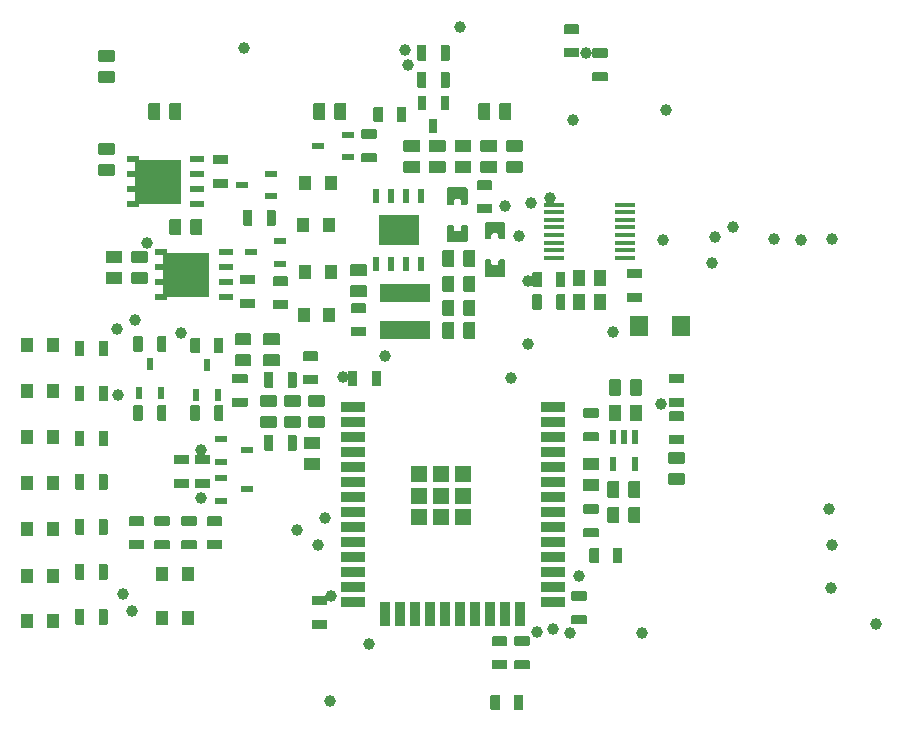
<source format=gtp>
G04 Layer: TopPasteMaskLayer*
G04 EasyEDA v6.5.22, 2023-01-05 17:43:04*
G04 408631a24da54ebd81f1ad95a11f4f05,373fc183506b451e961249744e80b011,10*
G04 Gerber Generator version 0.2*
G04 Scale: 100 percent, Rotated: No, Reflected: No *
G04 Dimensions in inches *
G04 leading zeros omitted , absolute positions ,3 integer and 6 decimal *
%FSLAX36Y36*%
%MOIN*%

%AMMACRO1*21,1,$1,$2,0,0,$3*%
%ADD10C,0.0394*%
%ADD11R,0.0236X0.0421*%
%ADD12R,0.0394X0.0492*%
%ADD13R,0.0787X0.0354*%
%ADD14R,0.0354X0.0787*%
%ADD15R,0.0524X0.0524*%
%ADD16MACRO1,0.0638X0.0567X-90.0000*%
%ADD17R,0.1653X0.0630*%
%ADD18R,0.0276X0.0492*%
%ADD19R,0.0236X0.0472*%
%ADD20R,0.1378X0.0984*%
%ADD21R,0.0710X0.0160*%
%ADD22R,0.0500X0.0240*%
%ADD23R,0.0402X0.0240*%
%ADD24R,0.1539X0.1500*%
%ADD25R,0.0421X0.0236*%
%ADD26MACRO1,0.0209X0.0408X-90.0000*%
%ADD27R,0.0193X0.0456*%
%ADD28R,0.0193X0.0463*%
%ADD29R,0.0123X0.0463*%

%LPD*%
G36*
X1804920Y1661920D02*
G01*
X1800980Y1658000D01*
X1800980Y1607400D01*
X1804920Y1603460D01*
X1819500Y1603460D01*
X1823440Y1607400D01*
X1823440Y1619400D01*
X1827380Y1623340D01*
X1842620Y1623340D01*
X1846560Y1619400D01*
X1846560Y1607400D01*
X1850500Y1603460D01*
X1865080Y1603460D01*
X1869019Y1607400D01*
X1869019Y1658000D01*
X1865080Y1661920D01*
G37*
G36*
X1804920Y1536540D02*
G01*
X1800980Y1532600D01*
X1800980Y1482000D01*
X1804920Y1478080D01*
X1865080Y1478080D01*
X1869019Y1482000D01*
X1869019Y1532600D01*
X1865080Y1536540D01*
X1850500Y1536540D01*
X1846560Y1532600D01*
X1846560Y1520600D01*
X1842620Y1516660D01*
X1827380Y1516660D01*
X1823440Y1520600D01*
X1823440Y1532600D01*
X1819500Y1536540D01*
G37*
G36*
X1679920Y1776920D02*
G01*
X1675980Y1773000D01*
X1675980Y1722400D01*
X1679920Y1718460D01*
X1694500Y1718460D01*
X1698440Y1722400D01*
X1698440Y1734400D01*
X1702380Y1738340D01*
X1717620Y1738340D01*
X1721560Y1734400D01*
X1721560Y1722400D01*
X1725500Y1718460D01*
X1740080Y1718460D01*
X1744019Y1722400D01*
X1744019Y1773000D01*
X1740080Y1776920D01*
G37*
G36*
X1679920Y1651540D02*
G01*
X1675980Y1647600D01*
X1675980Y1597000D01*
X1679920Y1593080D01*
X1740080Y1593080D01*
X1744019Y1597000D01*
X1744019Y1647600D01*
X1740080Y1651540D01*
X1725500Y1651540D01*
X1721560Y1647600D01*
X1721560Y1635600D01*
X1717620Y1631660D01*
X1702380Y1631660D01*
X1698440Y1635600D01*
X1698440Y1647600D01*
X1694500Y1651540D01*
G37*
D10*
G01*
X580000Y1085000D03*
G01*
X2325000Y290000D03*
G01*
X2095000Y2000000D03*
G01*
X1470000Y1215000D03*
G01*
X1890000Y1140000D03*
G01*
X2405000Y2035000D03*
G01*
X1290000Y415000D03*
G01*
X1975000Y295000D03*
G01*
X1245000Y585000D03*
G01*
X575000Y1305000D03*
G01*
X1175000Y635000D03*
G01*
X790000Y1290000D03*
G01*
X635000Y1335000D03*
G01*
X1955000Y1725000D03*
G01*
X1870000Y1715000D03*
G01*
X1720000Y2310000D03*
G01*
X1000000Y2240000D03*
G01*
X1535000Y2235000D03*
G01*
X625000Y365000D03*
G01*
X595000Y420000D03*
G01*
X855000Y740000D03*
G01*
X855000Y900000D03*
G01*
X2030000Y305000D03*
G01*
X1285000Y65000D03*
G01*
X2085000Y290000D03*
G01*
X675000Y1590000D03*
G01*
X1415000Y255000D03*
G01*
X2140000Y2225000D03*
G01*
X1330000Y1145000D03*
G01*
X2115000Y480000D03*
G01*
X2390000Y1055000D03*
G01*
X1270000Y675000D03*
G01*
X1945000Y1465000D03*
G01*
X1945000Y1255000D03*
G01*
X2630000Y1645000D03*
G01*
X2570000Y1610000D03*
G01*
X2560000Y1525000D03*
G01*
X2395000Y1600000D03*
G01*
X1915000Y1615000D03*
G01*
X2020000Y1740000D03*
G01*
X2950000Y705000D03*
G01*
X2960000Y585000D03*
G01*
X2955000Y440000D03*
G01*
X3105000Y320000D03*
G01*
X1545000Y2185000D03*
G01*
X2230000Y1295000D03*
G01*
X2765000Y1605000D03*
G01*
X2855000Y1600000D03*
G01*
X2960000Y1605000D03*
G36*
X2278350Y1394879D02*
G01*
X2277870Y1394909D01*
X2277399Y1395000D01*
X2276949Y1395140D01*
X2276520Y1395329D01*
X2276109Y1395580D01*
X2275739Y1395870D01*
X2275399Y1396210D01*
X2275110Y1396579D01*
X2274859Y1396990D01*
X2274669Y1397420D01*
X2274520Y1397880D01*
X2274440Y1398339D01*
X2274409Y1398820D01*
X2274409Y1422440D01*
X2274440Y1422919D01*
X2274520Y1423380D01*
X2274669Y1423840D01*
X2274859Y1424270D01*
X2275110Y1424679D01*
X2275399Y1425050D01*
X2275739Y1425390D01*
X2276109Y1425680D01*
X2276520Y1425929D01*
X2276949Y1426120D01*
X2277399Y1426260D01*
X2277870Y1426350D01*
X2278350Y1426379D01*
X2321649Y1426379D01*
X2322129Y1426350D01*
X2322600Y1426260D01*
X2323050Y1426120D01*
X2323479Y1425929D01*
X2323890Y1425680D01*
X2324260Y1425390D01*
X2324600Y1425050D01*
X2324889Y1424679D01*
X2325140Y1424270D01*
X2325330Y1423840D01*
X2325479Y1423380D01*
X2325559Y1422919D01*
X2325590Y1422440D01*
X2325590Y1398820D01*
X2325559Y1398339D01*
X2325479Y1397880D01*
X2325330Y1397420D01*
X2325140Y1396990D01*
X2324889Y1396579D01*
X2324600Y1396210D01*
X2324260Y1395870D01*
X2323890Y1395580D01*
X2323479Y1395329D01*
X2323050Y1395140D01*
X2322600Y1395000D01*
X2322129Y1394909D01*
X2321649Y1394879D01*
G37*
G36*
X2278350Y1473620D02*
G01*
X2277870Y1473649D01*
X2277399Y1473739D01*
X2276949Y1473879D01*
X2276520Y1474070D01*
X2276109Y1474319D01*
X2275739Y1474609D01*
X2275399Y1474949D01*
X2275110Y1475320D01*
X2274859Y1475729D01*
X2274669Y1476159D01*
X2274520Y1476619D01*
X2274440Y1477080D01*
X2274409Y1477559D01*
X2274409Y1501179D01*
X2274440Y1501660D01*
X2274520Y1502120D01*
X2274669Y1502579D01*
X2274859Y1503009D01*
X2275110Y1503420D01*
X2275399Y1503789D01*
X2275739Y1504130D01*
X2276109Y1504420D01*
X2276520Y1504670D01*
X2276949Y1504859D01*
X2277399Y1505000D01*
X2277870Y1505090D01*
X2278350Y1505120D01*
X2321649Y1505120D01*
X2322129Y1505090D01*
X2322600Y1505000D01*
X2323050Y1504859D01*
X2323479Y1504670D01*
X2323890Y1504420D01*
X2324260Y1504130D01*
X2324600Y1503789D01*
X2324889Y1503420D01*
X2325140Y1503009D01*
X2325330Y1502579D01*
X2325479Y1502120D01*
X2325559Y1501660D01*
X2325590Y1501179D01*
X2325590Y1477559D01*
X2325559Y1477080D01*
X2325479Y1476619D01*
X2325330Y1476159D01*
X2325140Y1475729D01*
X2324889Y1475320D01*
X2324600Y1474949D01*
X2324260Y1474609D01*
X2323890Y1474319D01*
X2323479Y1474070D01*
X2323050Y1473879D01*
X2322600Y1473739D01*
X2322129Y1473649D01*
X2321649Y1473620D01*
G37*
G36*
X1198350Y1119879D02*
G01*
X1197870Y1119909D01*
X1197399Y1120000D01*
X1196949Y1120140D01*
X1196520Y1120329D01*
X1196109Y1120580D01*
X1195739Y1120870D01*
X1195399Y1121210D01*
X1195110Y1121579D01*
X1194859Y1121990D01*
X1194669Y1122420D01*
X1194520Y1122880D01*
X1194440Y1123339D01*
X1194409Y1123820D01*
X1194409Y1147440D01*
X1194440Y1147919D01*
X1194520Y1148380D01*
X1194669Y1148840D01*
X1194859Y1149270D01*
X1195110Y1149679D01*
X1195399Y1150050D01*
X1195739Y1150390D01*
X1196109Y1150680D01*
X1196520Y1150929D01*
X1196949Y1151120D01*
X1197399Y1151260D01*
X1197870Y1151350D01*
X1198350Y1151379D01*
X1241649Y1151379D01*
X1242129Y1151350D01*
X1242600Y1151260D01*
X1243050Y1151120D01*
X1243479Y1150929D01*
X1243890Y1150680D01*
X1244260Y1150390D01*
X1244600Y1150050D01*
X1244889Y1149679D01*
X1245140Y1149270D01*
X1245330Y1148840D01*
X1245479Y1148380D01*
X1245559Y1147919D01*
X1245590Y1147440D01*
X1245590Y1123820D01*
X1245559Y1123339D01*
X1245479Y1122880D01*
X1245330Y1122420D01*
X1245140Y1121990D01*
X1244889Y1121579D01*
X1244600Y1121210D01*
X1244260Y1120870D01*
X1243890Y1120580D01*
X1243479Y1120329D01*
X1243050Y1120140D01*
X1242600Y1120000D01*
X1242129Y1119909D01*
X1241649Y1119879D01*
G37*
G36*
X1198350Y1198620D02*
G01*
X1197870Y1198649D01*
X1197399Y1198739D01*
X1196949Y1198879D01*
X1196520Y1199070D01*
X1196109Y1199319D01*
X1195739Y1199609D01*
X1195399Y1199949D01*
X1195110Y1200320D01*
X1194859Y1200729D01*
X1194669Y1201159D01*
X1194520Y1201619D01*
X1194440Y1202080D01*
X1194409Y1202559D01*
X1194409Y1226179D01*
X1194440Y1226660D01*
X1194520Y1227120D01*
X1194669Y1227579D01*
X1194859Y1228009D01*
X1195110Y1228420D01*
X1195399Y1228789D01*
X1195739Y1229130D01*
X1196109Y1229420D01*
X1196520Y1229670D01*
X1196949Y1229859D01*
X1197399Y1230000D01*
X1197870Y1230090D01*
X1198350Y1230120D01*
X1241649Y1230120D01*
X1242129Y1230090D01*
X1242600Y1230000D01*
X1243050Y1229859D01*
X1243479Y1229670D01*
X1243890Y1229420D01*
X1244260Y1229130D01*
X1244600Y1228789D01*
X1244889Y1228420D01*
X1245140Y1228009D01*
X1245330Y1227579D01*
X1245479Y1227120D01*
X1245559Y1226660D01*
X1245590Y1226179D01*
X1245590Y1202559D01*
X1245559Y1202080D01*
X1245479Y1201619D01*
X1245330Y1201159D01*
X1245140Y1200729D01*
X1244889Y1200320D01*
X1244600Y1199949D01*
X1244260Y1199609D01*
X1243890Y1199319D01*
X1243479Y1199070D01*
X1243050Y1198879D01*
X1242600Y1198739D01*
X1242129Y1198649D01*
X1241649Y1198620D01*
G37*
G36*
X1064880Y1156649D02*
G01*
X1064909Y1157130D01*
X1065000Y1157600D01*
X1065140Y1158049D01*
X1065330Y1158479D01*
X1065580Y1158890D01*
X1065870Y1159259D01*
X1066210Y1159600D01*
X1066580Y1159890D01*
X1066989Y1160140D01*
X1067420Y1160329D01*
X1067879Y1160479D01*
X1068339Y1160559D01*
X1068819Y1160590D01*
X1092439Y1160590D01*
X1092920Y1160559D01*
X1093379Y1160479D01*
X1093840Y1160329D01*
X1094269Y1160140D01*
X1094679Y1159890D01*
X1095050Y1159600D01*
X1095389Y1159259D01*
X1095680Y1158890D01*
X1095929Y1158479D01*
X1096120Y1158049D01*
X1096260Y1157600D01*
X1096350Y1157130D01*
X1096379Y1156649D01*
X1096379Y1113350D01*
X1096350Y1112869D01*
X1096260Y1112399D01*
X1096120Y1111950D01*
X1095929Y1111520D01*
X1095680Y1111109D01*
X1095389Y1110740D01*
X1095050Y1110399D01*
X1094679Y1110109D01*
X1094269Y1109859D01*
X1093840Y1109670D01*
X1093379Y1109520D01*
X1092920Y1109440D01*
X1092439Y1109409D01*
X1068819Y1109409D01*
X1068339Y1109440D01*
X1067879Y1109520D01*
X1067420Y1109670D01*
X1066989Y1109859D01*
X1066580Y1110109D01*
X1066210Y1110399D01*
X1065870Y1110740D01*
X1065580Y1111109D01*
X1065330Y1111520D01*
X1065140Y1111950D01*
X1065000Y1112399D01*
X1064909Y1112869D01*
X1064880Y1113350D01*
G37*
G36*
X1143620Y1156649D02*
G01*
X1143649Y1157130D01*
X1143739Y1157600D01*
X1143879Y1158049D01*
X1144070Y1158479D01*
X1144319Y1158890D01*
X1144610Y1159259D01*
X1144949Y1159600D01*
X1145320Y1159890D01*
X1145730Y1160140D01*
X1146159Y1160329D01*
X1146620Y1160479D01*
X1147079Y1160559D01*
X1147560Y1160590D01*
X1171180Y1160590D01*
X1171660Y1160559D01*
X1172120Y1160479D01*
X1172579Y1160329D01*
X1173010Y1160140D01*
X1173419Y1159890D01*
X1173789Y1159600D01*
X1174129Y1159259D01*
X1174420Y1158890D01*
X1174669Y1158479D01*
X1174859Y1158049D01*
X1175000Y1157600D01*
X1175090Y1157130D01*
X1175119Y1156649D01*
X1175119Y1113350D01*
X1175090Y1112869D01*
X1175000Y1112399D01*
X1174859Y1111950D01*
X1174669Y1111520D01*
X1174420Y1111109D01*
X1174129Y1110740D01*
X1173789Y1110399D01*
X1173419Y1110109D01*
X1173010Y1109859D01*
X1172579Y1109670D01*
X1172120Y1109520D01*
X1171660Y1109440D01*
X1171180Y1109409D01*
X1147560Y1109409D01*
X1147079Y1109440D01*
X1146620Y1109520D01*
X1146159Y1109670D01*
X1145730Y1109859D01*
X1145320Y1110109D01*
X1144949Y1110399D01*
X1144610Y1110740D01*
X1144319Y1111109D01*
X1144070Y1111520D01*
X1143879Y1111950D01*
X1143739Y1112399D01*
X1143649Y1112869D01*
X1143620Y1113350D01*
G37*
G36*
X2418350Y1044879D02*
G01*
X2417870Y1044909D01*
X2417399Y1045000D01*
X2416949Y1045140D01*
X2416520Y1045329D01*
X2416109Y1045579D01*
X2415739Y1045869D01*
X2415399Y1046210D01*
X2415110Y1046579D01*
X2414859Y1046990D01*
X2414669Y1047420D01*
X2414520Y1047880D01*
X2414440Y1048339D01*
X2414409Y1048820D01*
X2414409Y1072440D01*
X2414440Y1072919D01*
X2414520Y1073380D01*
X2414669Y1073840D01*
X2414859Y1074270D01*
X2415110Y1074679D01*
X2415399Y1075050D01*
X2415739Y1075390D01*
X2416109Y1075680D01*
X2416520Y1075929D01*
X2416949Y1076120D01*
X2417399Y1076260D01*
X2417870Y1076350D01*
X2418350Y1076379D01*
X2461649Y1076379D01*
X2462129Y1076350D01*
X2462600Y1076260D01*
X2463050Y1076120D01*
X2463479Y1075929D01*
X2463890Y1075680D01*
X2464260Y1075390D01*
X2464600Y1075050D01*
X2464889Y1074679D01*
X2465140Y1074270D01*
X2465330Y1073840D01*
X2465479Y1073380D01*
X2465559Y1072919D01*
X2465590Y1072440D01*
X2465590Y1048820D01*
X2465559Y1048339D01*
X2465479Y1047880D01*
X2465330Y1047420D01*
X2465140Y1046990D01*
X2464889Y1046579D01*
X2464600Y1046210D01*
X2464260Y1045869D01*
X2463890Y1045579D01*
X2463479Y1045329D01*
X2463050Y1045140D01*
X2462600Y1045000D01*
X2462129Y1044909D01*
X2461649Y1044879D01*
G37*
G36*
X2418350Y1123620D02*
G01*
X2417870Y1123649D01*
X2417399Y1123739D01*
X2416949Y1123879D01*
X2416520Y1124070D01*
X2416109Y1124319D01*
X2415739Y1124609D01*
X2415399Y1124949D01*
X2415110Y1125320D01*
X2414859Y1125729D01*
X2414669Y1126159D01*
X2414520Y1126619D01*
X2414440Y1127080D01*
X2414409Y1127559D01*
X2414409Y1151179D01*
X2414440Y1151660D01*
X2414520Y1152120D01*
X2414669Y1152579D01*
X2414859Y1153009D01*
X2415110Y1153420D01*
X2415399Y1153789D01*
X2415739Y1154130D01*
X2416109Y1154420D01*
X2416520Y1154670D01*
X2416949Y1154859D01*
X2417399Y1155000D01*
X2417870Y1155090D01*
X2418350Y1155120D01*
X2461649Y1155120D01*
X2462129Y1155090D01*
X2462600Y1155000D01*
X2463050Y1154859D01*
X2463479Y1154670D01*
X2463890Y1154420D01*
X2464260Y1154130D01*
X2464600Y1153789D01*
X2464889Y1153420D01*
X2465140Y1153009D01*
X2465330Y1152579D01*
X2465479Y1152120D01*
X2465559Y1151660D01*
X2465590Y1151179D01*
X2465590Y1127559D01*
X2465559Y1127080D01*
X2465479Y1126619D01*
X2465330Y1126159D01*
X2465140Y1125729D01*
X2464889Y1125320D01*
X2464600Y1124949D01*
X2464260Y1124609D01*
X2463890Y1124319D01*
X2463479Y1124070D01*
X2463050Y1123879D01*
X2462600Y1123739D01*
X2462129Y1123649D01*
X2461649Y1123620D01*
G37*
G36*
X2418350Y919879D02*
G01*
X2417870Y919909D01*
X2417399Y920000D01*
X2416949Y920140D01*
X2416520Y920329D01*
X2416109Y920579D01*
X2415739Y920869D01*
X2415399Y921210D01*
X2415110Y921579D01*
X2414859Y921990D01*
X2414669Y922420D01*
X2414520Y922880D01*
X2414440Y923339D01*
X2414409Y923820D01*
X2414409Y947440D01*
X2414440Y947919D01*
X2414520Y948380D01*
X2414669Y948840D01*
X2414859Y949270D01*
X2415110Y949679D01*
X2415399Y950050D01*
X2415739Y950390D01*
X2416109Y950680D01*
X2416520Y950929D01*
X2416949Y951120D01*
X2417399Y951260D01*
X2417870Y951350D01*
X2418350Y951379D01*
X2461649Y951379D01*
X2462129Y951350D01*
X2462600Y951260D01*
X2463050Y951120D01*
X2463479Y950929D01*
X2463890Y950680D01*
X2464260Y950390D01*
X2464600Y950050D01*
X2464889Y949679D01*
X2465140Y949270D01*
X2465330Y948840D01*
X2465479Y948380D01*
X2465559Y947919D01*
X2465590Y947440D01*
X2465590Y923820D01*
X2465559Y923339D01*
X2465479Y922880D01*
X2465330Y922420D01*
X2465140Y921990D01*
X2464889Y921579D01*
X2464600Y921210D01*
X2464260Y920869D01*
X2463890Y920579D01*
X2463479Y920329D01*
X2463050Y920140D01*
X2462600Y920000D01*
X2462129Y919909D01*
X2461649Y919879D01*
G37*
G36*
X2418350Y998620D02*
G01*
X2417870Y998649D01*
X2417399Y998739D01*
X2416949Y998879D01*
X2416520Y999070D01*
X2416109Y999319D01*
X2415739Y999609D01*
X2415399Y999949D01*
X2415110Y1000320D01*
X2414859Y1000729D01*
X2414669Y1001159D01*
X2414520Y1001619D01*
X2414440Y1002080D01*
X2414409Y1002559D01*
X2414409Y1026179D01*
X2414440Y1026660D01*
X2414520Y1027119D01*
X2414669Y1027579D01*
X2414859Y1028009D01*
X2415110Y1028420D01*
X2415399Y1028789D01*
X2415739Y1029130D01*
X2416109Y1029420D01*
X2416520Y1029670D01*
X2416949Y1029859D01*
X2417399Y1030000D01*
X2417870Y1030090D01*
X2418350Y1030120D01*
X2461649Y1030120D01*
X2462129Y1030090D01*
X2462600Y1030000D01*
X2463050Y1029859D01*
X2463479Y1029670D01*
X2463890Y1029420D01*
X2464260Y1029130D01*
X2464600Y1028789D01*
X2464889Y1028420D01*
X2465140Y1028009D01*
X2465330Y1027579D01*
X2465479Y1027119D01*
X2465559Y1026660D01*
X2465590Y1026179D01*
X2465590Y1002559D01*
X2465559Y1002080D01*
X2465479Y1001619D01*
X2465330Y1001159D01*
X2465140Y1000729D01*
X2464889Y1000320D01*
X2464600Y999949D01*
X2464260Y999609D01*
X2463890Y999319D01*
X2463479Y999070D01*
X2463050Y998879D01*
X2462600Y998739D01*
X2462129Y998649D01*
X2461649Y998620D01*
G37*
G36*
X2260119Y528350D02*
G01*
X2260090Y527869D01*
X2260000Y527399D01*
X2259859Y526950D01*
X2259669Y526520D01*
X2259420Y526109D01*
X2259129Y525740D01*
X2258789Y525399D01*
X2258419Y525109D01*
X2258010Y524859D01*
X2257579Y524670D01*
X2257120Y524520D01*
X2256660Y524440D01*
X2256180Y524409D01*
X2232560Y524409D01*
X2232079Y524440D01*
X2231620Y524520D01*
X2231160Y524670D01*
X2230730Y524859D01*
X2230320Y525109D01*
X2229949Y525399D01*
X2229610Y525740D01*
X2229319Y526109D01*
X2229070Y526520D01*
X2228879Y526950D01*
X2228739Y527399D01*
X2228649Y527869D01*
X2228620Y528350D01*
X2228620Y571649D01*
X2228649Y572130D01*
X2228739Y572600D01*
X2228879Y573049D01*
X2229070Y573479D01*
X2229319Y573890D01*
X2229610Y574259D01*
X2229949Y574600D01*
X2230320Y574890D01*
X2230730Y575140D01*
X2231160Y575329D01*
X2231620Y575479D01*
X2232079Y575559D01*
X2232560Y575590D01*
X2256180Y575590D01*
X2256660Y575559D01*
X2257120Y575479D01*
X2257579Y575329D01*
X2258010Y575140D01*
X2258419Y574890D01*
X2258789Y574600D01*
X2259129Y574259D01*
X2259420Y573890D01*
X2259669Y573479D01*
X2259859Y573049D01*
X2260000Y572600D01*
X2260090Y572130D01*
X2260119Y571649D01*
G37*
G36*
X2181379Y528350D02*
G01*
X2181350Y527869D01*
X2181260Y527399D01*
X2181120Y526950D01*
X2180929Y526520D01*
X2180680Y526109D01*
X2180389Y525740D01*
X2180050Y525399D01*
X2179679Y525109D01*
X2179269Y524859D01*
X2178840Y524670D01*
X2178379Y524520D01*
X2177920Y524440D01*
X2177439Y524409D01*
X2153819Y524409D01*
X2153339Y524440D01*
X2152879Y524520D01*
X2152420Y524670D01*
X2151989Y524859D01*
X2151580Y525109D01*
X2151210Y525399D01*
X2150870Y525740D01*
X2150580Y526109D01*
X2150330Y526520D01*
X2150140Y526950D01*
X2150000Y527399D01*
X2149910Y527869D01*
X2149880Y528350D01*
X2149880Y571649D01*
X2149910Y572130D01*
X2150000Y572600D01*
X2150140Y573049D01*
X2150330Y573479D01*
X2150580Y573890D01*
X2150870Y574259D01*
X2151210Y574600D01*
X2151580Y574890D01*
X2151989Y575140D01*
X2152420Y575329D01*
X2152879Y575479D01*
X2153339Y575559D01*
X2153819Y575590D01*
X2177439Y575590D01*
X2177920Y575559D01*
X2178379Y575479D01*
X2178840Y575329D01*
X2179269Y575140D01*
X2179679Y574890D01*
X2180050Y574600D01*
X2180389Y574259D01*
X2180680Y573890D01*
X2180929Y573479D01*
X2181120Y573049D01*
X2181260Y572600D01*
X2181350Y572130D01*
X2181379Y571649D01*
G37*
G36*
X2136649Y430120D02*
G01*
X2137129Y430090D01*
X2137600Y430000D01*
X2138050Y429859D01*
X2138479Y429670D01*
X2138890Y429420D01*
X2139260Y429130D01*
X2139600Y428789D01*
X2139889Y428420D01*
X2140140Y428009D01*
X2140330Y427579D01*
X2140479Y427119D01*
X2140559Y426660D01*
X2140590Y426179D01*
X2140590Y402559D01*
X2140559Y402080D01*
X2140479Y401619D01*
X2140330Y401159D01*
X2140140Y400729D01*
X2139889Y400320D01*
X2139600Y399949D01*
X2139260Y399609D01*
X2138890Y399319D01*
X2138479Y399070D01*
X2138050Y398879D01*
X2137600Y398739D01*
X2137129Y398649D01*
X2136649Y398620D01*
X2093350Y398620D01*
X2092870Y398649D01*
X2092399Y398739D01*
X2091949Y398879D01*
X2091520Y399070D01*
X2091109Y399319D01*
X2090739Y399609D01*
X2090399Y399949D01*
X2090110Y400320D01*
X2089859Y400729D01*
X2089669Y401159D01*
X2089520Y401619D01*
X2089440Y402080D01*
X2089409Y402559D01*
X2089409Y426179D01*
X2089440Y426660D01*
X2089520Y427119D01*
X2089669Y427579D01*
X2089859Y428009D01*
X2090110Y428420D01*
X2090399Y428789D01*
X2090739Y429130D01*
X2091109Y429420D01*
X2091520Y429670D01*
X2091949Y429859D01*
X2092399Y430000D01*
X2092870Y430090D01*
X2093350Y430120D01*
G37*
G36*
X2136649Y351379D02*
G01*
X2137129Y351350D01*
X2137600Y351260D01*
X2138050Y351120D01*
X2138479Y350929D01*
X2138890Y350680D01*
X2139260Y350390D01*
X2139600Y350050D01*
X2139889Y349679D01*
X2140140Y349270D01*
X2140330Y348840D01*
X2140479Y348380D01*
X2140559Y347919D01*
X2140590Y347440D01*
X2140590Y323820D01*
X2140559Y323339D01*
X2140479Y322880D01*
X2140330Y322420D01*
X2140140Y321990D01*
X2139889Y321579D01*
X2139600Y321210D01*
X2139260Y320869D01*
X2138890Y320579D01*
X2138479Y320329D01*
X2138050Y320140D01*
X2137600Y320000D01*
X2137129Y319909D01*
X2136649Y319879D01*
X2093350Y319879D01*
X2092870Y319909D01*
X2092399Y320000D01*
X2091949Y320140D01*
X2091520Y320329D01*
X2091109Y320579D01*
X2090739Y320869D01*
X2090399Y321210D01*
X2090110Y321579D01*
X2089859Y321990D01*
X2089669Y322420D01*
X2089520Y322880D01*
X2089440Y323339D01*
X2089409Y323820D01*
X2089409Y347440D01*
X2089440Y347919D01*
X2089520Y348380D01*
X2089669Y348840D01*
X2089859Y349270D01*
X2090110Y349679D01*
X2090399Y350050D01*
X2090739Y350390D01*
X2091109Y350680D01*
X2091520Y350929D01*
X2091949Y351120D01*
X2092399Y351260D01*
X2092870Y351350D01*
X2093350Y351379D01*
G37*
G36*
X819880Y1271649D02*
G01*
X819909Y1272130D01*
X820000Y1272600D01*
X820140Y1273049D01*
X820330Y1273479D01*
X820579Y1273890D01*
X820870Y1274259D01*
X821210Y1274600D01*
X821580Y1274890D01*
X821989Y1275140D01*
X822420Y1275329D01*
X822879Y1275479D01*
X823339Y1275559D01*
X823819Y1275590D01*
X847439Y1275590D01*
X847920Y1275559D01*
X848379Y1275479D01*
X848840Y1275329D01*
X849269Y1275140D01*
X849679Y1274890D01*
X850050Y1274600D01*
X850389Y1274259D01*
X850680Y1273890D01*
X850929Y1273479D01*
X851120Y1273049D01*
X851260Y1272600D01*
X851350Y1272130D01*
X851379Y1271649D01*
X851379Y1228350D01*
X851350Y1227869D01*
X851260Y1227399D01*
X851120Y1226950D01*
X850929Y1226520D01*
X850680Y1226109D01*
X850389Y1225740D01*
X850050Y1225399D01*
X849679Y1225109D01*
X849269Y1224859D01*
X848840Y1224670D01*
X848379Y1224520D01*
X847920Y1224440D01*
X847439Y1224409D01*
X823819Y1224409D01*
X823339Y1224440D01*
X822879Y1224520D01*
X822420Y1224670D01*
X821989Y1224859D01*
X821580Y1225109D01*
X821210Y1225399D01*
X820870Y1225740D01*
X820579Y1226109D01*
X820330Y1226520D01*
X820140Y1226950D01*
X820000Y1227399D01*
X819909Y1227869D01*
X819880Y1228350D01*
G37*
G36*
X898620Y1271649D02*
G01*
X898649Y1272130D01*
X898739Y1272600D01*
X898879Y1273049D01*
X899070Y1273479D01*
X899319Y1273890D01*
X899610Y1274259D01*
X899949Y1274600D01*
X900320Y1274890D01*
X900730Y1275140D01*
X901159Y1275329D01*
X901620Y1275479D01*
X902079Y1275559D01*
X902560Y1275590D01*
X926180Y1275590D01*
X926660Y1275559D01*
X927120Y1275479D01*
X927579Y1275329D01*
X928010Y1275140D01*
X928419Y1274890D01*
X928789Y1274600D01*
X929129Y1274259D01*
X929420Y1273890D01*
X929669Y1273479D01*
X929859Y1273049D01*
X930000Y1272600D01*
X930090Y1272130D01*
X930119Y1271649D01*
X930119Y1228350D01*
X930090Y1227869D01*
X930000Y1227399D01*
X929859Y1226950D01*
X929669Y1226520D01*
X929420Y1226109D01*
X929129Y1225740D01*
X928789Y1225399D01*
X928419Y1225109D01*
X928010Y1224859D01*
X927579Y1224670D01*
X927120Y1224520D01*
X926660Y1224440D01*
X926180Y1224409D01*
X902560Y1224409D01*
X902079Y1224440D01*
X901620Y1224520D01*
X901159Y1224670D01*
X900730Y1224859D01*
X900320Y1225109D01*
X899949Y1225399D01*
X899610Y1225740D01*
X899319Y1226109D01*
X899070Y1226520D01*
X898879Y1226950D01*
X898739Y1227399D01*
X898649Y1227869D01*
X898620Y1228350D01*
G37*
G36*
X629879Y1276649D02*
G01*
X629909Y1277130D01*
X630000Y1277600D01*
X630140Y1278049D01*
X630329Y1278479D01*
X630579Y1278890D01*
X630869Y1279259D01*
X631210Y1279600D01*
X631579Y1279890D01*
X631990Y1280140D01*
X632420Y1280329D01*
X632880Y1280479D01*
X633339Y1280559D01*
X633820Y1280590D01*
X657440Y1280590D01*
X657919Y1280559D01*
X658380Y1280479D01*
X658840Y1280329D01*
X659270Y1280140D01*
X659679Y1279890D01*
X660050Y1279600D01*
X660390Y1279259D01*
X660680Y1278890D01*
X660929Y1278479D01*
X661120Y1278049D01*
X661260Y1277600D01*
X661350Y1277130D01*
X661379Y1276649D01*
X661379Y1233350D01*
X661350Y1232869D01*
X661260Y1232399D01*
X661120Y1231950D01*
X660929Y1231520D01*
X660680Y1231109D01*
X660390Y1230740D01*
X660050Y1230399D01*
X659679Y1230109D01*
X659270Y1229859D01*
X658840Y1229670D01*
X658380Y1229520D01*
X657919Y1229440D01*
X657440Y1229409D01*
X633820Y1229409D01*
X633339Y1229440D01*
X632880Y1229520D01*
X632420Y1229670D01*
X631990Y1229859D01*
X631579Y1230109D01*
X631210Y1230399D01*
X630869Y1230740D01*
X630579Y1231109D01*
X630329Y1231520D01*
X630140Y1231950D01*
X630000Y1232399D01*
X629909Y1232869D01*
X629879Y1233350D01*
G37*
G36*
X708620Y1276649D02*
G01*
X708649Y1277130D01*
X708739Y1277600D01*
X708879Y1278049D01*
X709070Y1278479D01*
X709319Y1278890D01*
X709609Y1279259D01*
X709949Y1279600D01*
X710320Y1279890D01*
X710729Y1280140D01*
X711159Y1280329D01*
X711619Y1280479D01*
X712080Y1280559D01*
X712559Y1280590D01*
X736179Y1280590D01*
X736660Y1280559D01*
X737119Y1280479D01*
X737579Y1280329D01*
X738009Y1280140D01*
X738420Y1279890D01*
X738789Y1279600D01*
X739130Y1279259D01*
X739420Y1278890D01*
X739670Y1278479D01*
X739859Y1278049D01*
X740000Y1277600D01*
X740090Y1277130D01*
X740120Y1276649D01*
X740120Y1233350D01*
X740090Y1232869D01*
X740000Y1232399D01*
X739859Y1231950D01*
X739670Y1231520D01*
X739420Y1231109D01*
X739130Y1230740D01*
X738789Y1230399D01*
X738420Y1230109D01*
X738009Y1229859D01*
X737579Y1229670D01*
X737119Y1229520D01*
X736660Y1229440D01*
X736179Y1229409D01*
X712559Y1229409D01*
X712080Y1229440D01*
X711619Y1229520D01*
X711159Y1229670D01*
X710729Y1229859D01*
X710320Y1230109D01*
X709949Y1230399D01*
X709609Y1230740D01*
X709319Y1231109D01*
X709070Y1231520D01*
X708879Y1231950D01*
X708739Y1232399D01*
X708649Y1232869D01*
X708620Y1233350D01*
G37*
D11*
G01*
X647600Y1091379D03*
G01*
X722399Y1091379D03*
G01*
X685000Y1188620D03*
G01*
X837600Y1086379D03*
G01*
X912399Y1086379D03*
G01*
X875000Y1183620D03*
G36*
X740120Y1003350D02*
G01*
X740090Y1002869D01*
X740000Y1002399D01*
X739859Y1001950D01*
X739670Y1001520D01*
X739420Y1001109D01*
X739130Y1000740D01*
X738789Y1000399D01*
X738420Y1000109D01*
X738009Y999859D01*
X737579Y999670D01*
X737119Y999520D01*
X736660Y999440D01*
X736179Y999409D01*
X712559Y999409D01*
X712080Y999440D01*
X711619Y999520D01*
X711159Y999670D01*
X710729Y999859D01*
X710320Y1000109D01*
X709949Y1000399D01*
X709609Y1000740D01*
X709319Y1001109D01*
X709070Y1001520D01*
X708879Y1001950D01*
X708739Y1002399D01*
X708649Y1002869D01*
X708620Y1003350D01*
X708620Y1046649D01*
X708649Y1047130D01*
X708739Y1047600D01*
X708879Y1048049D01*
X709070Y1048479D01*
X709319Y1048890D01*
X709609Y1049259D01*
X709949Y1049600D01*
X710320Y1049890D01*
X710729Y1050140D01*
X711159Y1050329D01*
X711619Y1050479D01*
X712080Y1050559D01*
X712559Y1050590D01*
X736179Y1050590D01*
X736660Y1050559D01*
X737119Y1050479D01*
X737579Y1050329D01*
X738009Y1050140D01*
X738420Y1049890D01*
X738789Y1049600D01*
X739130Y1049259D01*
X739420Y1048890D01*
X739670Y1048479D01*
X739859Y1048049D01*
X740000Y1047600D01*
X740090Y1047130D01*
X740120Y1046649D01*
G37*
G36*
X661379Y1003350D02*
G01*
X661350Y1002869D01*
X661260Y1002399D01*
X661120Y1001950D01*
X660929Y1001520D01*
X660680Y1001109D01*
X660390Y1000740D01*
X660050Y1000399D01*
X659679Y1000109D01*
X659270Y999859D01*
X658840Y999670D01*
X658380Y999520D01*
X657919Y999440D01*
X657440Y999409D01*
X633820Y999409D01*
X633339Y999440D01*
X632880Y999520D01*
X632420Y999670D01*
X631990Y999859D01*
X631579Y1000109D01*
X631210Y1000399D01*
X630869Y1000740D01*
X630579Y1001109D01*
X630329Y1001520D01*
X630140Y1001950D01*
X630000Y1002399D01*
X629909Y1002869D01*
X629879Y1003350D01*
X629879Y1046649D01*
X629909Y1047130D01*
X630000Y1047600D01*
X630140Y1048049D01*
X630329Y1048479D01*
X630579Y1048890D01*
X630869Y1049259D01*
X631210Y1049600D01*
X631579Y1049890D01*
X631990Y1050140D01*
X632420Y1050329D01*
X632880Y1050479D01*
X633339Y1050559D01*
X633820Y1050590D01*
X657440Y1050590D01*
X657919Y1050559D01*
X658380Y1050479D01*
X658840Y1050329D01*
X659270Y1050140D01*
X659679Y1049890D01*
X660050Y1049600D01*
X660390Y1049259D01*
X660680Y1048890D01*
X660929Y1048479D01*
X661120Y1048049D01*
X661260Y1047600D01*
X661350Y1047130D01*
X661379Y1046649D01*
G37*
G36*
X930119Y1003350D02*
G01*
X930090Y1002869D01*
X930000Y1002399D01*
X929859Y1001950D01*
X929669Y1001520D01*
X929420Y1001109D01*
X929129Y1000740D01*
X928789Y1000399D01*
X928419Y1000109D01*
X928010Y999859D01*
X927579Y999670D01*
X927120Y999520D01*
X926660Y999440D01*
X926180Y999409D01*
X902560Y999409D01*
X902079Y999440D01*
X901620Y999520D01*
X901159Y999670D01*
X900730Y999859D01*
X900320Y1000109D01*
X899949Y1000399D01*
X899610Y1000740D01*
X899319Y1001109D01*
X899070Y1001520D01*
X898879Y1001950D01*
X898739Y1002399D01*
X898649Y1002869D01*
X898620Y1003350D01*
X898620Y1046649D01*
X898649Y1047130D01*
X898739Y1047600D01*
X898879Y1048049D01*
X899070Y1048479D01*
X899319Y1048890D01*
X899610Y1049259D01*
X899949Y1049600D01*
X900320Y1049890D01*
X900730Y1050140D01*
X901159Y1050329D01*
X901620Y1050479D01*
X902079Y1050559D01*
X902560Y1050590D01*
X926180Y1050590D01*
X926660Y1050559D01*
X927120Y1050479D01*
X927579Y1050329D01*
X928010Y1050140D01*
X928419Y1049890D01*
X928789Y1049600D01*
X929129Y1049259D01*
X929420Y1048890D01*
X929669Y1048479D01*
X929859Y1048049D01*
X930000Y1047600D01*
X930090Y1047130D01*
X930119Y1046649D01*
G37*
G36*
X851379Y1003350D02*
G01*
X851350Y1002869D01*
X851260Y1002399D01*
X851120Y1001950D01*
X850929Y1001520D01*
X850680Y1001109D01*
X850389Y1000740D01*
X850050Y1000399D01*
X849679Y1000109D01*
X849269Y999859D01*
X848840Y999670D01*
X848379Y999520D01*
X847920Y999440D01*
X847439Y999409D01*
X823819Y999409D01*
X823339Y999440D01*
X822879Y999520D01*
X822420Y999670D01*
X821989Y999859D01*
X821580Y1000109D01*
X821210Y1000399D01*
X820870Y1000740D01*
X820579Y1001109D01*
X820330Y1001520D01*
X820140Y1001950D01*
X820000Y1002399D01*
X819909Y1002869D01*
X819880Y1003350D01*
X819880Y1046649D01*
X819909Y1047130D01*
X820000Y1047600D01*
X820140Y1048049D01*
X820330Y1048479D01*
X820579Y1048890D01*
X820870Y1049259D01*
X821210Y1049600D01*
X821580Y1049890D01*
X821989Y1050140D01*
X822420Y1050329D01*
X822879Y1050479D01*
X823339Y1050559D01*
X823819Y1050590D01*
X847439Y1050590D01*
X847920Y1050559D01*
X848379Y1050479D01*
X848840Y1050329D01*
X849269Y1050140D01*
X849679Y1049890D01*
X850050Y1049600D01*
X850389Y1049259D01*
X850680Y1048890D01*
X850929Y1048479D01*
X851120Y1048049D01*
X851260Y1047600D01*
X851350Y1047130D01*
X851379Y1046649D01*
G37*
D12*
G01*
X363310Y1250000D03*
G01*
X276689Y1250000D03*
G01*
X363310Y1096669D03*
G01*
X276689Y1096669D03*
D13*
G01*
X1360349Y1044690D03*
G01*
X1360349Y994690D03*
G01*
X1360349Y944690D03*
G01*
X1360349Y894690D03*
G01*
X1360349Y844690D03*
G01*
X1360349Y794690D03*
G01*
X1360349Y744690D03*
G01*
X1360349Y694690D03*
G01*
X1360349Y644690D03*
G01*
X1360349Y594690D03*
G01*
X1360349Y544690D03*
G01*
X1360349Y494690D03*
G01*
X1360349Y444690D03*
G01*
X1360349Y394690D03*
D14*
G01*
X1470000Y355309D03*
G01*
X1520000Y355309D03*
G01*
X1570000Y355309D03*
G01*
X1620000Y355309D03*
G01*
X1670000Y355309D03*
G01*
X1720000Y355309D03*
G01*
X1770000Y355309D03*
G01*
X1820000Y355309D03*
G01*
X1870000Y355309D03*
G01*
X1920000Y355309D03*
D13*
G01*
X2029650Y394690D03*
G01*
X2029650Y444690D03*
G01*
X2029650Y494690D03*
G01*
X2029650Y544690D03*
G01*
X2029650Y594690D03*
G01*
X2029650Y644690D03*
G01*
X2029650Y694690D03*
G01*
X2029650Y744690D03*
G01*
X2029650Y794690D03*
G01*
X2029650Y844690D03*
G01*
X2029650Y894690D03*
G01*
X2029650Y944690D03*
G01*
X2029650Y994690D03*
G01*
X2029650Y1044690D03*
D15*
G01*
X1655630Y749409D03*
G01*
X1583389Y749409D03*
G01*
X1727870Y749409D03*
G01*
X1727870Y821660D03*
G01*
X1655630Y821660D03*
G01*
X1583389Y821660D03*
G01*
X1583389Y677170D03*
G01*
X1655630Y677170D03*
G01*
X1727870Y677170D03*
G36*
X545120Y473350D02*
G01*
X545090Y472869D01*
X545000Y472399D01*
X544859Y471950D01*
X544670Y471520D01*
X544420Y471109D01*
X544130Y470740D01*
X543789Y470399D01*
X543420Y470109D01*
X543009Y469859D01*
X542579Y469670D01*
X542119Y469520D01*
X541660Y469440D01*
X541179Y469409D01*
X517559Y469409D01*
X517080Y469440D01*
X516619Y469520D01*
X516159Y469670D01*
X515729Y469859D01*
X515320Y470109D01*
X514949Y470399D01*
X514609Y470740D01*
X514319Y471109D01*
X514070Y471520D01*
X513879Y471950D01*
X513739Y472399D01*
X513649Y472869D01*
X513620Y473350D01*
X513620Y516649D01*
X513649Y517130D01*
X513739Y517600D01*
X513879Y518049D01*
X514070Y518479D01*
X514319Y518890D01*
X514609Y519259D01*
X514949Y519600D01*
X515320Y519890D01*
X515729Y520140D01*
X516159Y520329D01*
X516619Y520479D01*
X517080Y520559D01*
X517559Y520590D01*
X541179Y520590D01*
X541660Y520559D01*
X542119Y520479D01*
X542579Y520329D01*
X543009Y520140D01*
X543420Y519890D01*
X543789Y519600D01*
X544130Y519259D01*
X544420Y518890D01*
X544670Y518479D01*
X544859Y518049D01*
X545000Y517600D01*
X545090Y517130D01*
X545120Y516649D01*
G37*
G36*
X466379Y473350D02*
G01*
X466350Y472869D01*
X466260Y472399D01*
X466120Y471950D01*
X465929Y471520D01*
X465680Y471109D01*
X465390Y470740D01*
X465050Y470399D01*
X464679Y470109D01*
X464270Y469859D01*
X463840Y469670D01*
X463380Y469520D01*
X462919Y469440D01*
X462440Y469409D01*
X438820Y469409D01*
X438339Y469440D01*
X437880Y469520D01*
X437420Y469670D01*
X436990Y469859D01*
X436579Y470109D01*
X436210Y470399D01*
X435869Y470740D01*
X435579Y471109D01*
X435329Y471520D01*
X435140Y471950D01*
X435000Y472399D01*
X434909Y472869D01*
X434879Y473350D01*
X434879Y516649D01*
X434909Y517130D01*
X435000Y517600D01*
X435140Y518049D01*
X435329Y518479D01*
X435579Y518890D01*
X435869Y519259D01*
X436210Y519600D01*
X436579Y519890D01*
X436990Y520140D01*
X437420Y520329D01*
X437880Y520479D01*
X438339Y520559D01*
X438820Y520590D01*
X462440Y520590D01*
X462919Y520559D01*
X463380Y520479D01*
X463840Y520329D01*
X464270Y520140D01*
X464679Y519890D01*
X465050Y519600D01*
X465390Y519259D01*
X465680Y518890D01*
X465929Y518479D01*
X466120Y518049D01*
X466260Y517600D01*
X466350Y517130D01*
X466379Y516649D01*
G37*
G36*
X434879Y366649D02*
G01*
X434909Y367130D01*
X435000Y367600D01*
X435140Y368049D01*
X435329Y368479D01*
X435579Y368890D01*
X435869Y369259D01*
X436210Y369600D01*
X436579Y369890D01*
X436990Y370140D01*
X437420Y370329D01*
X437880Y370479D01*
X438339Y370559D01*
X438820Y370590D01*
X462440Y370590D01*
X462919Y370559D01*
X463380Y370479D01*
X463840Y370329D01*
X464270Y370140D01*
X464679Y369890D01*
X465050Y369600D01*
X465390Y369259D01*
X465680Y368890D01*
X465929Y368479D01*
X466120Y368049D01*
X466260Y367600D01*
X466350Y367130D01*
X466379Y366649D01*
X466379Y323350D01*
X466350Y322869D01*
X466260Y322399D01*
X466120Y321950D01*
X465929Y321520D01*
X465680Y321109D01*
X465390Y320740D01*
X465050Y320399D01*
X464679Y320109D01*
X464270Y319859D01*
X463840Y319670D01*
X463380Y319520D01*
X462919Y319440D01*
X462440Y319409D01*
X438820Y319409D01*
X438339Y319440D01*
X437880Y319520D01*
X437420Y319670D01*
X436990Y319859D01*
X436579Y320109D01*
X436210Y320399D01*
X435869Y320740D01*
X435579Y321109D01*
X435329Y321520D01*
X435140Y321950D01*
X435000Y322399D01*
X434909Y322869D01*
X434879Y323350D01*
G37*
G36*
X513620Y366649D02*
G01*
X513649Y367130D01*
X513739Y367600D01*
X513879Y368049D01*
X514070Y368479D01*
X514319Y368890D01*
X514609Y369259D01*
X514949Y369600D01*
X515320Y369890D01*
X515729Y370140D01*
X516159Y370329D01*
X516619Y370479D01*
X517080Y370559D01*
X517559Y370590D01*
X541179Y370590D01*
X541660Y370559D01*
X542119Y370479D01*
X542579Y370329D01*
X543009Y370140D01*
X543420Y369890D01*
X543789Y369600D01*
X544130Y369259D01*
X544420Y368890D01*
X544670Y368479D01*
X544859Y368049D01*
X545000Y367600D01*
X545090Y367130D01*
X545120Y366649D01*
X545120Y323350D01*
X545090Y322869D01*
X545000Y322399D01*
X544859Y321950D01*
X544670Y321520D01*
X544420Y321109D01*
X544130Y320740D01*
X543789Y320399D01*
X543420Y320109D01*
X543009Y319859D01*
X542579Y319670D01*
X542119Y319520D01*
X541660Y319440D01*
X541179Y319409D01*
X517559Y319409D01*
X517080Y319440D01*
X516619Y319520D01*
X516159Y319670D01*
X515729Y319859D01*
X515320Y320109D01*
X514949Y320399D01*
X514609Y320740D01*
X514319Y321109D01*
X514070Y321520D01*
X513879Y321950D01*
X513739Y322399D01*
X513649Y322869D01*
X513620Y323350D01*
G37*
D12*
G01*
X363310Y330000D03*
G01*
X276689Y330000D03*
G01*
X363310Y480000D03*
G01*
X276689Y480000D03*
G36*
X1706250Y1825000D02*
G01*
X1705649Y1825039D01*
X1705050Y1825149D01*
X1704480Y1825329D01*
X1703930Y1825569D01*
X1703410Y1825890D01*
X1702929Y1826260D01*
X1702510Y1826679D01*
X1702139Y1827159D01*
X1701819Y1827680D01*
X1701570Y1828229D01*
X1701400Y1828800D01*
X1701289Y1829400D01*
X1701250Y1830000D01*
X1701250Y1860000D01*
X1701289Y1860599D01*
X1701400Y1861199D01*
X1701570Y1861770D01*
X1701819Y1862319D01*
X1702139Y1862840D01*
X1702510Y1863320D01*
X1702929Y1863739D01*
X1703410Y1864109D01*
X1703930Y1864430D01*
X1704480Y1864679D01*
X1705050Y1864850D01*
X1705649Y1864960D01*
X1706250Y1865000D01*
X1751250Y1865000D01*
X1751850Y1864960D01*
X1752449Y1864850D01*
X1753019Y1864679D01*
X1753569Y1864430D01*
X1754089Y1864109D01*
X1754570Y1863739D01*
X1754989Y1863320D01*
X1755360Y1862840D01*
X1755680Y1862319D01*
X1755929Y1861770D01*
X1756099Y1861199D01*
X1756210Y1860599D01*
X1756250Y1860000D01*
X1756250Y1830000D01*
X1756210Y1829400D01*
X1756099Y1828800D01*
X1755929Y1828229D01*
X1755680Y1827680D01*
X1755360Y1827159D01*
X1754989Y1826679D01*
X1754570Y1826260D01*
X1754089Y1825890D01*
X1753569Y1825569D01*
X1753019Y1825329D01*
X1752449Y1825149D01*
X1751850Y1825039D01*
X1751250Y1825000D01*
G37*
G36*
X1706250Y1895000D02*
G01*
X1705649Y1895039D01*
X1705050Y1895149D01*
X1704480Y1895320D01*
X1703930Y1895569D01*
X1703410Y1895890D01*
X1702929Y1896260D01*
X1702510Y1896679D01*
X1702139Y1897159D01*
X1701819Y1897680D01*
X1701570Y1898229D01*
X1701400Y1898800D01*
X1701289Y1899400D01*
X1701250Y1900000D01*
X1701250Y1930000D01*
X1701289Y1930599D01*
X1701400Y1931199D01*
X1701570Y1931770D01*
X1701819Y1932319D01*
X1702139Y1932840D01*
X1702510Y1933320D01*
X1702929Y1933739D01*
X1703410Y1934109D01*
X1703930Y1934430D01*
X1704480Y1934670D01*
X1705050Y1934850D01*
X1705649Y1934960D01*
X1706250Y1935000D01*
X1751250Y1935000D01*
X1751850Y1934960D01*
X1752449Y1934850D01*
X1753019Y1934670D01*
X1753569Y1934430D01*
X1754089Y1934109D01*
X1754570Y1933739D01*
X1754989Y1933320D01*
X1755360Y1932840D01*
X1755680Y1932319D01*
X1755929Y1931770D01*
X1756099Y1931199D01*
X1756210Y1930599D01*
X1756250Y1930000D01*
X1756250Y1900000D01*
X1756210Y1899400D01*
X1756099Y1898800D01*
X1755929Y1898229D01*
X1755680Y1897680D01*
X1755360Y1897159D01*
X1754989Y1896679D01*
X1754570Y1896260D01*
X1754089Y1895890D01*
X1753569Y1895569D01*
X1753019Y1895320D01*
X1752449Y1895149D01*
X1751850Y1895039D01*
X1751250Y1895000D01*
G37*
G36*
X1620625Y1825000D02*
G01*
X1620024Y1825039D01*
X1619425Y1825149D01*
X1618855Y1825329D01*
X1618305Y1825569D01*
X1617785Y1825890D01*
X1617304Y1826260D01*
X1616885Y1826679D01*
X1616514Y1827159D01*
X1616194Y1827680D01*
X1615945Y1828229D01*
X1615775Y1828800D01*
X1615664Y1829400D01*
X1615625Y1830000D01*
X1615625Y1860000D01*
X1615664Y1860599D01*
X1615775Y1861199D01*
X1615945Y1861770D01*
X1616194Y1862319D01*
X1616514Y1862840D01*
X1616885Y1863320D01*
X1617304Y1863739D01*
X1617785Y1864109D01*
X1618305Y1864430D01*
X1618855Y1864679D01*
X1619425Y1864850D01*
X1620024Y1864960D01*
X1620625Y1865000D01*
X1665625Y1865000D01*
X1666225Y1864960D01*
X1666824Y1864850D01*
X1667394Y1864679D01*
X1667944Y1864430D01*
X1668464Y1864109D01*
X1668945Y1863739D01*
X1669364Y1863320D01*
X1669735Y1862840D01*
X1670055Y1862319D01*
X1670304Y1861770D01*
X1670474Y1861199D01*
X1670585Y1860599D01*
X1670625Y1860000D01*
X1670625Y1830000D01*
X1670585Y1829400D01*
X1670474Y1828800D01*
X1670304Y1828229D01*
X1670055Y1827680D01*
X1669735Y1827159D01*
X1669364Y1826679D01*
X1668945Y1826260D01*
X1668464Y1825890D01*
X1667944Y1825569D01*
X1667394Y1825329D01*
X1666824Y1825149D01*
X1666225Y1825039D01*
X1665625Y1825000D01*
G37*
G36*
X1620625Y1895000D02*
G01*
X1620024Y1895039D01*
X1619425Y1895149D01*
X1618855Y1895320D01*
X1618305Y1895569D01*
X1617785Y1895890D01*
X1617304Y1896260D01*
X1616885Y1896679D01*
X1616514Y1897159D01*
X1616194Y1897680D01*
X1615945Y1898229D01*
X1615775Y1898800D01*
X1615664Y1899400D01*
X1615625Y1900000D01*
X1615625Y1930000D01*
X1615664Y1930599D01*
X1615775Y1931199D01*
X1615945Y1931770D01*
X1616194Y1932319D01*
X1616514Y1932840D01*
X1616885Y1933320D01*
X1617304Y1933739D01*
X1617785Y1934109D01*
X1618305Y1934430D01*
X1618855Y1934670D01*
X1619425Y1934850D01*
X1620024Y1934960D01*
X1620625Y1935000D01*
X1665625Y1935000D01*
X1666225Y1934960D01*
X1666824Y1934850D01*
X1667394Y1934670D01*
X1667944Y1934430D01*
X1668464Y1934109D01*
X1668945Y1933739D01*
X1669364Y1933320D01*
X1669735Y1932840D01*
X1670055Y1932319D01*
X1670304Y1931770D01*
X1670474Y1931199D01*
X1670585Y1930599D01*
X1670625Y1930000D01*
X1670625Y1900000D01*
X1670585Y1899400D01*
X1670474Y1898800D01*
X1670304Y1898229D01*
X1670055Y1897680D01*
X1669735Y1897159D01*
X1669364Y1896679D01*
X1668945Y1896260D01*
X1668464Y1895890D01*
X1667944Y1895569D01*
X1667394Y1895320D01*
X1666824Y1895149D01*
X1666225Y1895039D01*
X1665625Y1895000D01*
G37*
G36*
X1017500Y1290000D02*
G01*
X1018100Y1289960D01*
X1018699Y1289850D01*
X1019269Y1289670D01*
X1019819Y1289430D01*
X1020339Y1289109D01*
X1020820Y1288739D01*
X1021239Y1288320D01*
X1021610Y1287840D01*
X1021930Y1287319D01*
X1022179Y1286770D01*
X1022349Y1286199D01*
X1022460Y1285599D01*
X1022500Y1285000D01*
X1022500Y1255000D01*
X1022460Y1254400D01*
X1022349Y1253800D01*
X1022179Y1253229D01*
X1021930Y1252680D01*
X1021610Y1252159D01*
X1021239Y1251679D01*
X1020820Y1251260D01*
X1020339Y1250890D01*
X1019819Y1250569D01*
X1019269Y1250320D01*
X1018699Y1250149D01*
X1018100Y1250039D01*
X1017500Y1250000D01*
X972500Y1250000D01*
X971899Y1250039D01*
X971300Y1250149D01*
X970730Y1250320D01*
X970180Y1250569D01*
X969660Y1250890D01*
X969179Y1251260D01*
X968760Y1251679D01*
X968389Y1252159D01*
X968069Y1252680D01*
X967820Y1253229D01*
X967650Y1253800D01*
X967539Y1254400D01*
X967500Y1255000D01*
X967500Y1285000D01*
X967539Y1285599D01*
X967650Y1286199D01*
X967820Y1286770D01*
X968069Y1287319D01*
X968389Y1287840D01*
X968760Y1288320D01*
X969179Y1288739D01*
X969660Y1289109D01*
X970180Y1289430D01*
X970730Y1289670D01*
X971300Y1289850D01*
X971899Y1289960D01*
X972500Y1290000D01*
G37*
G36*
X1017500Y1220000D02*
G01*
X1018100Y1219960D01*
X1018699Y1219850D01*
X1019269Y1219679D01*
X1019819Y1219430D01*
X1020339Y1219109D01*
X1020820Y1218739D01*
X1021239Y1218320D01*
X1021610Y1217840D01*
X1021930Y1217319D01*
X1022179Y1216770D01*
X1022349Y1216199D01*
X1022460Y1215599D01*
X1022500Y1215000D01*
X1022500Y1185000D01*
X1022460Y1184400D01*
X1022349Y1183800D01*
X1022179Y1183229D01*
X1021930Y1182680D01*
X1021610Y1182159D01*
X1021239Y1181679D01*
X1020820Y1181260D01*
X1020339Y1180890D01*
X1019819Y1180569D01*
X1019269Y1180329D01*
X1018699Y1180149D01*
X1018100Y1180039D01*
X1017500Y1180000D01*
X972500Y1180000D01*
X971899Y1180039D01*
X971300Y1180149D01*
X970730Y1180329D01*
X970180Y1180569D01*
X969660Y1180890D01*
X969179Y1181260D01*
X968760Y1181679D01*
X968389Y1182159D01*
X968069Y1182680D01*
X967820Y1183229D01*
X967650Y1183800D01*
X967539Y1184400D01*
X967500Y1185000D01*
X967500Y1215000D01*
X967539Y1215599D01*
X967650Y1216199D01*
X967820Y1216770D01*
X968069Y1217319D01*
X968389Y1217840D01*
X968760Y1218320D01*
X969179Y1218739D01*
X969660Y1219109D01*
X970180Y1219430D01*
X970730Y1219679D01*
X971300Y1219850D01*
X971899Y1219960D01*
X972500Y1220000D01*
G37*
G36*
X1877500Y1825000D02*
G01*
X1876899Y1825039D01*
X1876300Y1825149D01*
X1875730Y1825329D01*
X1875180Y1825569D01*
X1874660Y1825890D01*
X1874179Y1826260D01*
X1873760Y1826679D01*
X1873389Y1827159D01*
X1873069Y1827680D01*
X1872820Y1828229D01*
X1872650Y1828800D01*
X1872539Y1829400D01*
X1872500Y1830000D01*
X1872500Y1860000D01*
X1872539Y1860599D01*
X1872650Y1861199D01*
X1872820Y1861770D01*
X1873069Y1862319D01*
X1873389Y1862840D01*
X1873760Y1863320D01*
X1874179Y1863739D01*
X1874660Y1864109D01*
X1875180Y1864430D01*
X1875730Y1864679D01*
X1876300Y1864850D01*
X1876899Y1864960D01*
X1877500Y1865000D01*
X1922500Y1865000D01*
X1923100Y1864960D01*
X1923699Y1864850D01*
X1924269Y1864679D01*
X1924819Y1864430D01*
X1925339Y1864109D01*
X1925820Y1863739D01*
X1926239Y1863320D01*
X1926610Y1862840D01*
X1926930Y1862319D01*
X1927179Y1861770D01*
X1927349Y1861199D01*
X1927460Y1860599D01*
X1927500Y1860000D01*
X1927500Y1830000D01*
X1927460Y1829400D01*
X1927349Y1828800D01*
X1927179Y1828229D01*
X1926930Y1827680D01*
X1926610Y1827159D01*
X1926239Y1826679D01*
X1925820Y1826260D01*
X1925339Y1825890D01*
X1924819Y1825569D01*
X1924269Y1825329D01*
X1923699Y1825149D01*
X1923100Y1825039D01*
X1922500Y1825000D01*
G37*
G36*
X1877500Y1895000D02*
G01*
X1876899Y1895039D01*
X1876300Y1895149D01*
X1875730Y1895320D01*
X1875180Y1895569D01*
X1874660Y1895890D01*
X1874179Y1896260D01*
X1873760Y1896679D01*
X1873389Y1897159D01*
X1873069Y1897680D01*
X1872820Y1898229D01*
X1872650Y1898800D01*
X1872539Y1899400D01*
X1872500Y1900000D01*
X1872500Y1930000D01*
X1872539Y1930599D01*
X1872650Y1931199D01*
X1872820Y1931770D01*
X1873069Y1932319D01*
X1873389Y1932840D01*
X1873760Y1933320D01*
X1874179Y1933739D01*
X1874660Y1934109D01*
X1875180Y1934430D01*
X1875730Y1934670D01*
X1876300Y1934850D01*
X1876899Y1934960D01*
X1877500Y1935000D01*
X1922500Y1935000D01*
X1923100Y1934960D01*
X1923699Y1934850D01*
X1924269Y1934670D01*
X1924819Y1934430D01*
X1925339Y1934109D01*
X1925820Y1933739D01*
X1926239Y1933320D01*
X1926610Y1932840D01*
X1926930Y1932319D01*
X1927179Y1931770D01*
X1927349Y1931199D01*
X1927460Y1930599D01*
X1927500Y1930000D01*
X1927500Y1900000D01*
X1927460Y1899400D01*
X1927349Y1898800D01*
X1927179Y1898229D01*
X1926930Y1897680D01*
X1926610Y1897159D01*
X1926239Y1896679D01*
X1925820Y1896260D01*
X1925339Y1895890D01*
X1924819Y1895569D01*
X1924269Y1895320D01*
X1923699Y1895149D01*
X1923100Y1895039D01*
X1922500Y1895000D01*
G37*
G36*
X1791875Y1825000D02*
G01*
X1791274Y1825039D01*
X1790675Y1825149D01*
X1790105Y1825329D01*
X1789555Y1825569D01*
X1789035Y1825890D01*
X1788554Y1826260D01*
X1788135Y1826679D01*
X1787764Y1827159D01*
X1787444Y1827680D01*
X1787195Y1828229D01*
X1787025Y1828800D01*
X1786914Y1829400D01*
X1786875Y1830000D01*
X1786875Y1860000D01*
X1786914Y1860599D01*
X1787025Y1861199D01*
X1787195Y1861770D01*
X1787444Y1862319D01*
X1787764Y1862840D01*
X1788135Y1863320D01*
X1788554Y1863739D01*
X1789035Y1864109D01*
X1789555Y1864430D01*
X1790105Y1864679D01*
X1790675Y1864850D01*
X1791274Y1864960D01*
X1791875Y1865000D01*
X1836875Y1865000D01*
X1837475Y1864960D01*
X1838074Y1864850D01*
X1838644Y1864679D01*
X1839194Y1864430D01*
X1839714Y1864109D01*
X1840195Y1863739D01*
X1840614Y1863320D01*
X1840985Y1862840D01*
X1841305Y1862319D01*
X1841554Y1861770D01*
X1841724Y1861199D01*
X1841835Y1860599D01*
X1841875Y1860000D01*
X1841875Y1830000D01*
X1841835Y1829400D01*
X1841724Y1828800D01*
X1841554Y1828229D01*
X1841305Y1827680D01*
X1840985Y1827159D01*
X1840614Y1826679D01*
X1840195Y1826260D01*
X1839714Y1825890D01*
X1839194Y1825569D01*
X1838644Y1825329D01*
X1838074Y1825149D01*
X1837475Y1825039D01*
X1836875Y1825000D01*
G37*
G36*
X1791875Y1895000D02*
G01*
X1791274Y1895039D01*
X1790675Y1895149D01*
X1790105Y1895320D01*
X1789555Y1895569D01*
X1789035Y1895890D01*
X1788554Y1896260D01*
X1788135Y1896679D01*
X1787764Y1897159D01*
X1787444Y1897680D01*
X1787195Y1898229D01*
X1787025Y1898800D01*
X1786914Y1899400D01*
X1786875Y1900000D01*
X1786875Y1930000D01*
X1786914Y1930599D01*
X1787025Y1931199D01*
X1787195Y1931770D01*
X1787444Y1932319D01*
X1787764Y1932840D01*
X1788135Y1933320D01*
X1788554Y1933739D01*
X1789035Y1934109D01*
X1789555Y1934430D01*
X1790105Y1934670D01*
X1790675Y1934850D01*
X1791274Y1934960D01*
X1791875Y1935000D01*
X1836875Y1935000D01*
X1837475Y1934960D01*
X1838074Y1934850D01*
X1838644Y1934670D01*
X1839194Y1934430D01*
X1839714Y1934109D01*
X1840195Y1933739D01*
X1840614Y1933320D01*
X1840985Y1932840D01*
X1841305Y1932319D01*
X1841554Y1931770D01*
X1841724Y1931199D01*
X1841835Y1930599D01*
X1841875Y1930000D01*
X1841875Y1900000D01*
X1841835Y1899400D01*
X1841724Y1898800D01*
X1841554Y1898229D01*
X1841305Y1897680D01*
X1840985Y1897159D01*
X1840614Y1896679D01*
X1840195Y1896260D01*
X1839714Y1895890D01*
X1839194Y1895569D01*
X1838644Y1895320D01*
X1838074Y1895149D01*
X1837475Y1895039D01*
X1836875Y1895000D01*
G37*
G36*
X1535000Y1825000D02*
G01*
X1534399Y1825039D01*
X1533800Y1825149D01*
X1533230Y1825329D01*
X1532680Y1825569D01*
X1532160Y1825890D01*
X1531679Y1826260D01*
X1531260Y1826679D01*
X1530889Y1827159D01*
X1530569Y1827680D01*
X1530320Y1828229D01*
X1530150Y1828800D01*
X1530039Y1829400D01*
X1530000Y1830000D01*
X1530000Y1860000D01*
X1530039Y1860599D01*
X1530150Y1861199D01*
X1530320Y1861770D01*
X1530569Y1862319D01*
X1530889Y1862840D01*
X1531260Y1863320D01*
X1531679Y1863739D01*
X1532160Y1864109D01*
X1532680Y1864430D01*
X1533230Y1864679D01*
X1533800Y1864850D01*
X1534399Y1864960D01*
X1535000Y1865000D01*
X1580000Y1865000D01*
X1580600Y1864960D01*
X1581199Y1864850D01*
X1581769Y1864679D01*
X1582319Y1864430D01*
X1582839Y1864109D01*
X1583320Y1863739D01*
X1583739Y1863320D01*
X1584110Y1862840D01*
X1584430Y1862319D01*
X1584679Y1861770D01*
X1584849Y1861199D01*
X1584960Y1860599D01*
X1585000Y1860000D01*
X1585000Y1830000D01*
X1584960Y1829400D01*
X1584849Y1828800D01*
X1584679Y1828229D01*
X1584430Y1827680D01*
X1584110Y1827159D01*
X1583739Y1826679D01*
X1583320Y1826260D01*
X1582839Y1825890D01*
X1582319Y1825569D01*
X1581769Y1825329D01*
X1581199Y1825149D01*
X1580600Y1825039D01*
X1580000Y1825000D01*
G37*
G36*
X1535000Y1895000D02*
G01*
X1534399Y1895039D01*
X1533800Y1895149D01*
X1533230Y1895320D01*
X1532680Y1895569D01*
X1532160Y1895890D01*
X1531679Y1896260D01*
X1531260Y1896679D01*
X1530889Y1897159D01*
X1530569Y1897680D01*
X1530320Y1898229D01*
X1530150Y1898800D01*
X1530039Y1899400D01*
X1530000Y1900000D01*
X1530000Y1930000D01*
X1530039Y1930599D01*
X1530150Y1931199D01*
X1530320Y1931770D01*
X1530569Y1932319D01*
X1530889Y1932840D01*
X1531260Y1933320D01*
X1531679Y1933739D01*
X1532160Y1934109D01*
X1532680Y1934430D01*
X1533230Y1934670D01*
X1533800Y1934850D01*
X1534399Y1934960D01*
X1535000Y1935000D01*
X1580000Y1935000D01*
X1580600Y1934960D01*
X1581199Y1934850D01*
X1581769Y1934670D01*
X1582319Y1934430D01*
X1582839Y1934109D01*
X1583320Y1933739D01*
X1583739Y1933320D01*
X1584110Y1932840D01*
X1584430Y1932319D01*
X1584679Y1931770D01*
X1584849Y1931199D01*
X1584960Y1930599D01*
X1585000Y1930000D01*
X1585000Y1900000D01*
X1584960Y1899400D01*
X1584849Y1898800D01*
X1584679Y1898229D01*
X1584430Y1897680D01*
X1584110Y1897159D01*
X1583739Y1896679D01*
X1583320Y1896260D01*
X1582839Y1895890D01*
X1582319Y1895569D01*
X1581769Y1895320D01*
X1581199Y1895149D01*
X1580600Y1895039D01*
X1580000Y1895000D01*
G37*
G36*
X860000Y1622500D02*
G01*
X859960Y1621900D01*
X859849Y1621300D01*
X859669Y1620729D01*
X859430Y1620180D01*
X859110Y1619659D01*
X858739Y1619179D01*
X858320Y1618760D01*
X857839Y1618390D01*
X857319Y1618069D01*
X856769Y1617820D01*
X856199Y1617649D01*
X855600Y1617539D01*
X855000Y1617500D01*
X825000Y1617500D01*
X824399Y1617539D01*
X823800Y1617649D01*
X823230Y1617820D01*
X822680Y1618069D01*
X822160Y1618390D01*
X821679Y1618760D01*
X821260Y1619179D01*
X820889Y1619659D01*
X820569Y1620180D01*
X820320Y1620729D01*
X820150Y1621300D01*
X820039Y1621900D01*
X820000Y1622500D01*
X820000Y1667500D01*
X820039Y1668099D01*
X820150Y1668699D01*
X820320Y1669270D01*
X820569Y1669819D01*
X820889Y1670340D01*
X821260Y1670820D01*
X821679Y1671239D01*
X822160Y1671609D01*
X822680Y1671930D01*
X823230Y1672179D01*
X823800Y1672350D01*
X824399Y1672460D01*
X825000Y1672500D01*
X855000Y1672500D01*
X855600Y1672460D01*
X856199Y1672350D01*
X856769Y1672179D01*
X857319Y1671930D01*
X857839Y1671609D01*
X858320Y1671239D01*
X858739Y1670820D01*
X859110Y1670340D01*
X859430Y1669819D01*
X859669Y1669270D01*
X859849Y1668699D01*
X859960Y1668099D01*
X860000Y1667500D01*
G37*
G36*
X790000Y1622500D02*
G01*
X789960Y1621900D01*
X789849Y1621300D01*
X789679Y1620729D01*
X789430Y1620180D01*
X789110Y1619659D01*
X788739Y1619179D01*
X788320Y1618760D01*
X787839Y1618390D01*
X787319Y1618069D01*
X786769Y1617820D01*
X786199Y1617649D01*
X785600Y1617539D01*
X785000Y1617500D01*
X755000Y1617500D01*
X754400Y1617539D01*
X753800Y1617649D01*
X753229Y1617820D01*
X752680Y1618069D01*
X752159Y1618390D01*
X751679Y1618760D01*
X751260Y1619179D01*
X750890Y1619659D01*
X750569Y1620180D01*
X750329Y1620729D01*
X750149Y1621300D01*
X750039Y1621900D01*
X750000Y1622500D01*
X750000Y1667500D01*
X750039Y1668099D01*
X750149Y1668699D01*
X750329Y1669270D01*
X750569Y1669819D01*
X750890Y1670340D01*
X751260Y1670820D01*
X751679Y1671239D01*
X752159Y1671609D01*
X752680Y1671930D01*
X753229Y1672179D01*
X753800Y1672350D01*
X754400Y1672460D01*
X755000Y1672500D01*
X785000Y1672500D01*
X785600Y1672460D01*
X786199Y1672350D01*
X786769Y1672179D01*
X787319Y1671930D01*
X787839Y1671609D01*
X788320Y1671239D01*
X788739Y1670820D01*
X789110Y1670340D01*
X789430Y1669819D01*
X789679Y1669270D01*
X789849Y1668699D01*
X789960Y1668099D01*
X790000Y1667500D01*
G37*
G36*
X1660000Y1562500D02*
G01*
X1660039Y1563099D01*
X1660150Y1563699D01*
X1660330Y1564270D01*
X1660569Y1564819D01*
X1660889Y1565340D01*
X1661260Y1565820D01*
X1661679Y1566239D01*
X1662160Y1566609D01*
X1662680Y1566930D01*
X1663230Y1567179D01*
X1663800Y1567350D01*
X1664399Y1567460D01*
X1665000Y1567500D01*
X1695000Y1567500D01*
X1695600Y1567460D01*
X1696199Y1567350D01*
X1696769Y1567179D01*
X1697319Y1566930D01*
X1697839Y1566609D01*
X1698320Y1566239D01*
X1698739Y1565820D01*
X1699110Y1565340D01*
X1699430Y1564819D01*
X1699679Y1564270D01*
X1699849Y1563699D01*
X1699960Y1563099D01*
X1700000Y1562500D01*
X1700000Y1517500D01*
X1699960Y1516900D01*
X1699849Y1516300D01*
X1699679Y1515729D01*
X1699430Y1515180D01*
X1699110Y1514659D01*
X1698739Y1514179D01*
X1698320Y1513760D01*
X1697839Y1513390D01*
X1697319Y1513069D01*
X1696769Y1512820D01*
X1696199Y1512649D01*
X1695600Y1512539D01*
X1695000Y1512500D01*
X1665000Y1512500D01*
X1664399Y1512539D01*
X1663800Y1512649D01*
X1663230Y1512820D01*
X1662680Y1513069D01*
X1662160Y1513390D01*
X1661679Y1513760D01*
X1661260Y1514179D01*
X1660889Y1514659D01*
X1660569Y1515180D01*
X1660330Y1515729D01*
X1660150Y1516300D01*
X1660039Y1516900D01*
X1660000Y1517500D01*
G37*
G36*
X1730000Y1562500D02*
G01*
X1730039Y1563099D01*
X1730150Y1563699D01*
X1730320Y1564270D01*
X1730569Y1564819D01*
X1730889Y1565340D01*
X1731260Y1565820D01*
X1731679Y1566239D01*
X1732160Y1566609D01*
X1732680Y1566930D01*
X1733230Y1567179D01*
X1733800Y1567350D01*
X1734399Y1567460D01*
X1735000Y1567500D01*
X1765000Y1567500D01*
X1765600Y1567460D01*
X1766199Y1567350D01*
X1766769Y1567179D01*
X1767319Y1566930D01*
X1767839Y1566609D01*
X1768320Y1566239D01*
X1768739Y1565820D01*
X1769110Y1565340D01*
X1769430Y1564819D01*
X1769669Y1564270D01*
X1769849Y1563699D01*
X1769960Y1563099D01*
X1770000Y1562500D01*
X1770000Y1517500D01*
X1769960Y1516900D01*
X1769849Y1516300D01*
X1769669Y1515729D01*
X1769430Y1515180D01*
X1769110Y1514659D01*
X1768739Y1514179D01*
X1768320Y1513760D01*
X1767839Y1513390D01*
X1767319Y1513069D01*
X1766769Y1512820D01*
X1766199Y1512649D01*
X1765600Y1512539D01*
X1765000Y1512500D01*
X1735000Y1512500D01*
X1734399Y1512539D01*
X1733800Y1512649D01*
X1733230Y1512820D01*
X1732680Y1513069D01*
X1732160Y1513390D01*
X1731679Y1513760D01*
X1731260Y1514179D01*
X1730889Y1514659D01*
X1730569Y1515180D01*
X1730320Y1515729D01*
X1730150Y1516300D01*
X1730039Y1516900D01*
X1730000Y1517500D01*
G37*
G36*
X1660000Y1397500D02*
G01*
X1660039Y1398099D01*
X1660150Y1398699D01*
X1660330Y1399270D01*
X1660569Y1399819D01*
X1660889Y1400340D01*
X1661260Y1400820D01*
X1661679Y1401239D01*
X1662160Y1401609D01*
X1662680Y1401930D01*
X1663230Y1402179D01*
X1663800Y1402350D01*
X1664399Y1402460D01*
X1665000Y1402500D01*
X1695000Y1402500D01*
X1695600Y1402460D01*
X1696199Y1402350D01*
X1696769Y1402179D01*
X1697319Y1401930D01*
X1697839Y1401609D01*
X1698320Y1401239D01*
X1698739Y1400820D01*
X1699110Y1400340D01*
X1699430Y1399819D01*
X1699679Y1399270D01*
X1699849Y1398699D01*
X1699960Y1398099D01*
X1700000Y1397500D01*
X1700000Y1352500D01*
X1699960Y1351900D01*
X1699849Y1351300D01*
X1699679Y1350729D01*
X1699430Y1350180D01*
X1699110Y1349659D01*
X1698739Y1349179D01*
X1698320Y1348760D01*
X1697839Y1348390D01*
X1697319Y1348069D01*
X1696769Y1347820D01*
X1696199Y1347649D01*
X1695600Y1347539D01*
X1695000Y1347500D01*
X1665000Y1347500D01*
X1664399Y1347539D01*
X1663800Y1347649D01*
X1663230Y1347820D01*
X1662680Y1348069D01*
X1662160Y1348390D01*
X1661679Y1348760D01*
X1661260Y1349179D01*
X1660889Y1349659D01*
X1660569Y1350180D01*
X1660330Y1350729D01*
X1660150Y1351300D01*
X1660039Y1351900D01*
X1660000Y1352500D01*
G37*
G36*
X1730000Y1397500D02*
G01*
X1730039Y1398099D01*
X1730150Y1398699D01*
X1730320Y1399270D01*
X1730569Y1399819D01*
X1730889Y1400340D01*
X1731260Y1400820D01*
X1731679Y1401239D01*
X1732160Y1401609D01*
X1732680Y1401930D01*
X1733230Y1402179D01*
X1733800Y1402350D01*
X1734399Y1402460D01*
X1735000Y1402500D01*
X1765000Y1402500D01*
X1765600Y1402460D01*
X1766199Y1402350D01*
X1766769Y1402179D01*
X1767319Y1401930D01*
X1767839Y1401609D01*
X1768320Y1401239D01*
X1768739Y1400820D01*
X1769110Y1400340D01*
X1769430Y1399819D01*
X1769669Y1399270D01*
X1769849Y1398699D01*
X1769960Y1398099D01*
X1770000Y1397500D01*
X1770000Y1352500D01*
X1769960Y1351900D01*
X1769849Y1351300D01*
X1769669Y1350729D01*
X1769430Y1350180D01*
X1769110Y1349659D01*
X1768739Y1349179D01*
X1768320Y1348760D01*
X1767839Y1348390D01*
X1767319Y1348069D01*
X1766769Y1347820D01*
X1766199Y1347649D01*
X1765600Y1347539D01*
X1765000Y1347500D01*
X1735000Y1347500D01*
X1734399Y1347539D01*
X1733800Y1347649D01*
X1733230Y1347820D01*
X1732680Y1348069D01*
X1732160Y1348390D01*
X1731679Y1348760D01*
X1731260Y1349179D01*
X1730889Y1349659D01*
X1730569Y1350180D01*
X1730320Y1350729D01*
X1730150Y1351300D01*
X1730039Y1351900D01*
X1730000Y1352500D01*
G37*
G36*
X1660000Y1322500D02*
G01*
X1660039Y1323099D01*
X1660150Y1323699D01*
X1660330Y1324270D01*
X1660569Y1324819D01*
X1660889Y1325340D01*
X1661260Y1325820D01*
X1661679Y1326239D01*
X1662160Y1326609D01*
X1662680Y1326930D01*
X1663230Y1327179D01*
X1663800Y1327350D01*
X1664399Y1327460D01*
X1665000Y1327500D01*
X1695000Y1327500D01*
X1695600Y1327460D01*
X1696199Y1327350D01*
X1696769Y1327179D01*
X1697319Y1326930D01*
X1697839Y1326609D01*
X1698320Y1326239D01*
X1698739Y1325820D01*
X1699110Y1325340D01*
X1699430Y1324819D01*
X1699679Y1324270D01*
X1699849Y1323699D01*
X1699960Y1323099D01*
X1700000Y1322500D01*
X1700000Y1277500D01*
X1699960Y1276900D01*
X1699849Y1276300D01*
X1699679Y1275729D01*
X1699430Y1275180D01*
X1699110Y1274659D01*
X1698739Y1274179D01*
X1698320Y1273760D01*
X1697839Y1273390D01*
X1697319Y1273069D01*
X1696769Y1272820D01*
X1696199Y1272649D01*
X1695600Y1272539D01*
X1695000Y1272500D01*
X1665000Y1272500D01*
X1664399Y1272539D01*
X1663800Y1272649D01*
X1663230Y1272820D01*
X1662680Y1273069D01*
X1662160Y1273390D01*
X1661679Y1273760D01*
X1661260Y1274179D01*
X1660889Y1274659D01*
X1660569Y1275180D01*
X1660330Y1275729D01*
X1660150Y1276300D01*
X1660039Y1276900D01*
X1660000Y1277500D01*
G37*
G36*
X1730000Y1322500D02*
G01*
X1730039Y1323099D01*
X1730150Y1323699D01*
X1730320Y1324270D01*
X1730569Y1324819D01*
X1730889Y1325340D01*
X1731260Y1325820D01*
X1731679Y1326239D01*
X1732160Y1326609D01*
X1732680Y1326930D01*
X1733230Y1327179D01*
X1733800Y1327350D01*
X1734399Y1327460D01*
X1735000Y1327500D01*
X1765000Y1327500D01*
X1765600Y1327460D01*
X1766199Y1327350D01*
X1766769Y1327179D01*
X1767319Y1326930D01*
X1767839Y1326609D01*
X1768320Y1326239D01*
X1768739Y1325820D01*
X1769110Y1325340D01*
X1769430Y1324819D01*
X1769669Y1324270D01*
X1769849Y1323699D01*
X1769960Y1323099D01*
X1770000Y1322500D01*
X1770000Y1277500D01*
X1769960Y1276900D01*
X1769849Y1276300D01*
X1769669Y1275729D01*
X1769430Y1275180D01*
X1769110Y1274659D01*
X1768739Y1274179D01*
X1768320Y1273760D01*
X1767839Y1273390D01*
X1767319Y1273069D01*
X1766769Y1272820D01*
X1766199Y1272649D01*
X1765600Y1272539D01*
X1765000Y1272500D01*
X1735000Y1272500D01*
X1734399Y1272539D01*
X1733800Y1272649D01*
X1733230Y1272820D01*
X1732680Y1273069D01*
X1732160Y1273390D01*
X1731679Y1273760D01*
X1731260Y1274179D01*
X1730889Y1274659D01*
X1730569Y1275180D01*
X1730320Y1275729D01*
X1730150Y1276300D01*
X1730039Y1276900D01*
X1730000Y1277500D01*
G37*
G36*
X1660000Y1477500D02*
G01*
X1660039Y1478099D01*
X1660150Y1478699D01*
X1660330Y1479270D01*
X1660569Y1479819D01*
X1660889Y1480340D01*
X1661260Y1480820D01*
X1661679Y1481239D01*
X1662160Y1481609D01*
X1662680Y1481930D01*
X1663230Y1482179D01*
X1663800Y1482350D01*
X1664399Y1482460D01*
X1665000Y1482500D01*
X1695000Y1482500D01*
X1695600Y1482460D01*
X1696199Y1482350D01*
X1696769Y1482179D01*
X1697319Y1481930D01*
X1697839Y1481609D01*
X1698320Y1481239D01*
X1698739Y1480820D01*
X1699110Y1480340D01*
X1699430Y1479819D01*
X1699679Y1479270D01*
X1699849Y1478699D01*
X1699960Y1478099D01*
X1700000Y1477500D01*
X1700000Y1432500D01*
X1699960Y1431900D01*
X1699849Y1431300D01*
X1699679Y1430729D01*
X1699430Y1430180D01*
X1699110Y1429659D01*
X1698739Y1429179D01*
X1698320Y1428760D01*
X1697839Y1428390D01*
X1697319Y1428069D01*
X1696769Y1427820D01*
X1696199Y1427649D01*
X1695600Y1427539D01*
X1695000Y1427500D01*
X1665000Y1427500D01*
X1664399Y1427539D01*
X1663800Y1427649D01*
X1663230Y1427820D01*
X1662680Y1428069D01*
X1662160Y1428390D01*
X1661679Y1428760D01*
X1661260Y1429179D01*
X1660889Y1429659D01*
X1660569Y1430180D01*
X1660330Y1430729D01*
X1660150Y1431300D01*
X1660039Y1431900D01*
X1660000Y1432500D01*
G37*
G36*
X1730000Y1477500D02*
G01*
X1730039Y1478099D01*
X1730150Y1478699D01*
X1730320Y1479270D01*
X1730569Y1479819D01*
X1730889Y1480340D01*
X1731260Y1480820D01*
X1731679Y1481239D01*
X1732160Y1481609D01*
X1732680Y1481930D01*
X1733230Y1482179D01*
X1733800Y1482350D01*
X1734399Y1482460D01*
X1735000Y1482500D01*
X1765000Y1482500D01*
X1765600Y1482460D01*
X1766199Y1482350D01*
X1766769Y1482179D01*
X1767319Y1481930D01*
X1767839Y1481609D01*
X1768320Y1481239D01*
X1768739Y1480820D01*
X1769110Y1480340D01*
X1769430Y1479819D01*
X1769669Y1479270D01*
X1769849Y1478699D01*
X1769960Y1478099D01*
X1770000Y1477500D01*
X1770000Y1432500D01*
X1769960Y1431900D01*
X1769849Y1431300D01*
X1769669Y1430729D01*
X1769430Y1430180D01*
X1769110Y1429659D01*
X1768739Y1429179D01*
X1768320Y1428760D01*
X1767839Y1428390D01*
X1767319Y1428069D01*
X1766769Y1427820D01*
X1766199Y1427649D01*
X1765600Y1427539D01*
X1765000Y1427500D01*
X1735000Y1427500D01*
X1734399Y1427539D01*
X1733800Y1427649D01*
X1733230Y1427820D01*
X1732680Y1428069D01*
X1732160Y1428390D01*
X1731679Y1428760D01*
X1731260Y1429179D01*
X1730889Y1429659D01*
X1730569Y1430180D01*
X1730320Y1430729D01*
X1730150Y1431300D01*
X1730039Y1431900D01*
X1730000Y1432500D01*
G37*
G36*
X1357500Y1410000D02*
G01*
X1356899Y1410039D01*
X1356300Y1410149D01*
X1355730Y1410329D01*
X1355180Y1410569D01*
X1354660Y1410890D01*
X1354179Y1411260D01*
X1353760Y1411679D01*
X1353389Y1412159D01*
X1353069Y1412680D01*
X1352820Y1413229D01*
X1352650Y1413800D01*
X1352539Y1414400D01*
X1352500Y1415000D01*
X1352500Y1445000D01*
X1352539Y1445599D01*
X1352650Y1446199D01*
X1352820Y1446770D01*
X1353069Y1447319D01*
X1353389Y1447840D01*
X1353760Y1448320D01*
X1354179Y1448739D01*
X1354660Y1449109D01*
X1355180Y1449430D01*
X1355730Y1449679D01*
X1356300Y1449850D01*
X1356899Y1449960D01*
X1357500Y1450000D01*
X1402500Y1450000D01*
X1403100Y1449960D01*
X1403699Y1449850D01*
X1404269Y1449679D01*
X1404819Y1449430D01*
X1405339Y1449109D01*
X1405820Y1448739D01*
X1406239Y1448320D01*
X1406610Y1447840D01*
X1406930Y1447319D01*
X1407179Y1446770D01*
X1407349Y1446199D01*
X1407460Y1445599D01*
X1407500Y1445000D01*
X1407500Y1415000D01*
X1407460Y1414400D01*
X1407349Y1413800D01*
X1407179Y1413229D01*
X1406930Y1412680D01*
X1406610Y1412159D01*
X1406239Y1411679D01*
X1405820Y1411260D01*
X1405339Y1410890D01*
X1404819Y1410569D01*
X1404269Y1410329D01*
X1403699Y1410149D01*
X1403100Y1410039D01*
X1402500Y1410000D01*
G37*
G36*
X1357500Y1480000D02*
G01*
X1356899Y1480039D01*
X1356300Y1480149D01*
X1355730Y1480320D01*
X1355180Y1480569D01*
X1354660Y1480890D01*
X1354179Y1481260D01*
X1353760Y1481679D01*
X1353389Y1482159D01*
X1353069Y1482680D01*
X1352820Y1483229D01*
X1352650Y1483800D01*
X1352539Y1484400D01*
X1352500Y1485000D01*
X1352500Y1515000D01*
X1352539Y1515599D01*
X1352650Y1516199D01*
X1352820Y1516770D01*
X1353069Y1517319D01*
X1353389Y1517840D01*
X1353760Y1518320D01*
X1354179Y1518739D01*
X1354660Y1519109D01*
X1355180Y1519430D01*
X1355730Y1519670D01*
X1356300Y1519850D01*
X1356899Y1519960D01*
X1357500Y1520000D01*
X1402500Y1520000D01*
X1403100Y1519960D01*
X1403699Y1519850D01*
X1404269Y1519670D01*
X1404819Y1519430D01*
X1405339Y1519109D01*
X1405820Y1518739D01*
X1406239Y1518320D01*
X1406610Y1517840D01*
X1406930Y1517319D01*
X1407179Y1516770D01*
X1407349Y1516199D01*
X1407460Y1515599D01*
X1407500Y1515000D01*
X1407500Y1485000D01*
X1407460Y1484400D01*
X1407349Y1483800D01*
X1407179Y1483229D01*
X1406930Y1482680D01*
X1406610Y1482159D01*
X1406239Y1481679D01*
X1405820Y1481260D01*
X1405339Y1480890D01*
X1404819Y1480569D01*
X1404269Y1480320D01*
X1403699Y1480149D01*
X1403100Y1480039D01*
X1402500Y1480000D01*
G37*
G36*
X2462500Y895000D02*
G01*
X2463100Y894960D01*
X2463699Y894850D01*
X2464269Y894670D01*
X2464819Y894430D01*
X2465339Y894109D01*
X2465820Y893739D01*
X2466239Y893320D01*
X2466610Y892840D01*
X2466930Y892319D01*
X2467179Y891770D01*
X2467349Y891199D01*
X2467460Y890599D01*
X2467500Y890000D01*
X2467500Y860000D01*
X2467460Y859400D01*
X2467349Y858800D01*
X2467179Y858229D01*
X2466930Y857680D01*
X2466610Y857159D01*
X2466239Y856679D01*
X2465820Y856260D01*
X2465339Y855890D01*
X2464819Y855569D01*
X2464269Y855320D01*
X2463699Y855149D01*
X2463100Y855039D01*
X2462500Y855000D01*
X2417500Y855000D01*
X2416899Y855039D01*
X2416300Y855149D01*
X2415730Y855320D01*
X2415180Y855569D01*
X2414660Y855890D01*
X2414179Y856260D01*
X2413760Y856679D01*
X2413389Y857159D01*
X2413069Y857680D01*
X2412820Y858229D01*
X2412650Y858800D01*
X2412539Y859400D01*
X2412500Y860000D01*
X2412500Y890000D01*
X2412539Y890599D01*
X2412650Y891199D01*
X2412820Y891770D01*
X2413069Y892319D01*
X2413389Y892840D01*
X2413760Y893320D01*
X2414179Y893739D01*
X2414660Y894109D01*
X2415180Y894430D01*
X2415730Y894670D01*
X2416300Y894850D01*
X2416899Y894960D01*
X2417500Y895000D01*
G37*
G36*
X2462500Y825000D02*
G01*
X2463100Y824960D01*
X2463699Y824850D01*
X2464269Y824679D01*
X2464819Y824430D01*
X2465339Y824109D01*
X2465820Y823739D01*
X2466239Y823320D01*
X2466610Y822840D01*
X2466930Y822319D01*
X2467179Y821770D01*
X2467349Y821199D01*
X2467460Y820599D01*
X2467500Y820000D01*
X2467500Y790000D01*
X2467460Y789400D01*
X2467349Y788800D01*
X2467179Y788229D01*
X2466930Y787680D01*
X2466610Y787159D01*
X2466239Y786679D01*
X2465820Y786260D01*
X2465339Y785890D01*
X2464819Y785569D01*
X2464269Y785329D01*
X2463699Y785149D01*
X2463100Y785039D01*
X2462500Y785000D01*
X2417500Y785000D01*
X2416899Y785039D01*
X2416300Y785149D01*
X2415730Y785329D01*
X2415180Y785569D01*
X2414660Y785890D01*
X2414179Y786260D01*
X2413760Y786679D01*
X2413389Y787159D01*
X2413069Y787680D01*
X2412820Y788229D01*
X2412650Y788800D01*
X2412539Y789400D01*
X2412500Y790000D01*
X2412500Y820000D01*
X2412539Y820599D01*
X2412650Y821199D01*
X2412820Y821770D01*
X2413069Y822319D01*
X2413389Y822840D01*
X2413760Y823320D01*
X2414179Y823739D01*
X2414660Y824109D01*
X2415180Y824430D01*
X2415730Y824679D01*
X2416300Y824850D01*
X2416899Y824960D01*
X2417500Y825000D01*
G37*
D16*
G01*
X2315511Y1315000D03*
G01*
X2454488Y1315000D03*
D17*
G01*
X1535000Y1300000D03*
G01*
X1535000Y1425979D03*
D18*
G01*
X1667399Y2059369D03*
G01*
X1592600Y2059369D03*
G01*
X1630000Y1980630D03*
G36*
X1271649Y415120D02*
G01*
X1272129Y415090D01*
X1272600Y415000D01*
X1273050Y414859D01*
X1273479Y414670D01*
X1273890Y414420D01*
X1274260Y414130D01*
X1274600Y413789D01*
X1274889Y413420D01*
X1275140Y413009D01*
X1275330Y412579D01*
X1275479Y412119D01*
X1275559Y411660D01*
X1275590Y411179D01*
X1275590Y387559D01*
X1275559Y387080D01*
X1275479Y386619D01*
X1275330Y386159D01*
X1275140Y385729D01*
X1274889Y385320D01*
X1274600Y384949D01*
X1274260Y384609D01*
X1273890Y384319D01*
X1273479Y384070D01*
X1273050Y383879D01*
X1272600Y383739D01*
X1272129Y383649D01*
X1271649Y383620D01*
X1228350Y383620D01*
X1227870Y383649D01*
X1227399Y383739D01*
X1226949Y383879D01*
X1226520Y384070D01*
X1226109Y384319D01*
X1225739Y384609D01*
X1225399Y384949D01*
X1225110Y385320D01*
X1224859Y385729D01*
X1224669Y386159D01*
X1224520Y386619D01*
X1224440Y387080D01*
X1224409Y387559D01*
X1224409Y411179D01*
X1224440Y411660D01*
X1224520Y412119D01*
X1224669Y412579D01*
X1224859Y413009D01*
X1225110Y413420D01*
X1225399Y413789D01*
X1225739Y414130D01*
X1226109Y414420D01*
X1226520Y414670D01*
X1226949Y414859D01*
X1227399Y415000D01*
X1227870Y415090D01*
X1228350Y415120D01*
G37*
G36*
X1271649Y336379D02*
G01*
X1272129Y336350D01*
X1272600Y336260D01*
X1273050Y336120D01*
X1273479Y335929D01*
X1273890Y335680D01*
X1274260Y335390D01*
X1274600Y335050D01*
X1274889Y334679D01*
X1275140Y334270D01*
X1275330Y333840D01*
X1275479Y333380D01*
X1275559Y332919D01*
X1275590Y332440D01*
X1275590Y308820D01*
X1275559Y308339D01*
X1275479Y307880D01*
X1275330Y307420D01*
X1275140Y306990D01*
X1274889Y306579D01*
X1274600Y306210D01*
X1274260Y305869D01*
X1273890Y305579D01*
X1273479Y305329D01*
X1273050Y305140D01*
X1272600Y305000D01*
X1272129Y304909D01*
X1271649Y304879D01*
X1228350Y304879D01*
X1227870Y304909D01*
X1227399Y305000D01*
X1226949Y305140D01*
X1226520Y305329D01*
X1226109Y305579D01*
X1225739Y305869D01*
X1225399Y306210D01*
X1225110Y306579D01*
X1224859Y306990D01*
X1224669Y307420D01*
X1224520Y307880D01*
X1224440Y308339D01*
X1224409Y308820D01*
X1224409Y332440D01*
X1224440Y332919D01*
X1224520Y333380D01*
X1224669Y333840D01*
X1224859Y334270D01*
X1225110Y334679D01*
X1225399Y335050D01*
X1225739Y335390D01*
X1226109Y335680D01*
X1226520Y335929D01*
X1226949Y336120D01*
X1227399Y336260D01*
X1227870Y336350D01*
X1228350Y336379D01*
G37*
G36*
X1819880Y81649D02*
G01*
X1819909Y82130D01*
X1820000Y82600D01*
X1820140Y83049D01*
X1820330Y83479D01*
X1820580Y83890D01*
X1820870Y84259D01*
X1821210Y84600D01*
X1821580Y84890D01*
X1821989Y85140D01*
X1822420Y85329D01*
X1822879Y85479D01*
X1823339Y85559D01*
X1823819Y85590D01*
X1847439Y85590D01*
X1847920Y85559D01*
X1848379Y85479D01*
X1848840Y85329D01*
X1849269Y85140D01*
X1849679Y84890D01*
X1850050Y84600D01*
X1850389Y84259D01*
X1850680Y83890D01*
X1850929Y83479D01*
X1851120Y83049D01*
X1851260Y82600D01*
X1851350Y82130D01*
X1851379Y81649D01*
X1851379Y38350D01*
X1851350Y37869D01*
X1851260Y37399D01*
X1851120Y36950D01*
X1850929Y36520D01*
X1850680Y36109D01*
X1850389Y35740D01*
X1850050Y35399D01*
X1849679Y35109D01*
X1849269Y34859D01*
X1848840Y34670D01*
X1848379Y34520D01*
X1847920Y34440D01*
X1847439Y34409D01*
X1823819Y34409D01*
X1823339Y34440D01*
X1822879Y34520D01*
X1822420Y34670D01*
X1821989Y34859D01*
X1821580Y35109D01*
X1821210Y35399D01*
X1820870Y35740D01*
X1820580Y36109D01*
X1820330Y36520D01*
X1820140Y36950D01*
X1820000Y37399D01*
X1819909Y37869D01*
X1819880Y38350D01*
G37*
G36*
X1898620Y81649D02*
G01*
X1898649Y82130D01*
X1898739Y82600D01*
X1898879Y83049D01*
X1899070Y83479D01*
X1899319Y83890D01*
X1899610Y84259D01*
X1899949Y84600D01*
X1900320Y84890D01*
X1900730Y85140D01*
X1901159Y85329D01*
X1901620Y85479D01*
X1902079Y85559D01*
X1902560Y85590D01*
X1926180Y85590D01*
X1926660Y85559D01*
X1927120Y85479D01*
X1927579Y85329D01*
X1928010Y85140D01*
X1928419Y84890D01*
X1928789Y84600D01*
X1929129Y84259D01*
X1929420Y83890D01*
X1929669Y83479D01*
X1929859Y83049D01*
X1930000Y82600D01*
X1930090Y82130D01*
X1930119Y81649D01*
X1930119Y38350D01*
X1930090Y37869D01*
X1930000Y37399D01*
X1929859Y36950D01*
X1929669Y36520D01*
X1929420Y36109D01*
X1929129Y35740D01*
X1928789Y35399D01*
X1928419Y35109D01*
X1928010Y34859D01*
X1927579Y34670D01*
X1927120Y34520D01*
X1926660Y34440D01*
X1926180Y34409D01*
X1902560Y34409D01*
X1902079Y34440D01*
X1901620Y34520D01*
X1901159Y34670D01*
X1900730Y34859D01*
X1900320Y35109D01*
X1899949Y35399D01*
X1899610Y35740D01*
X1899319Y36109D01*
X1899070Y36520D01*
X1898879Y36950D01*
X1898739Y37399D01*
X1898649Y37869D01*
X1898620Y38350D01*
G37*
G36*
X2206649Y2240120D02*
G01*
X2207129Y2240090D01*
X2207600Y2240000D01*
X2208050Y2239859D01*
X2208479Y2239670D01*
X2208890Y2239420D01*
X2209260Y2239130D01*
X2209600Y2238789D01*
X2209889Y2238420D01*
X2210140Y2238009D01*
X2210330Y2237579D01*
X2210479Y2237120D01*
X2210559Y2236660D01*
X2210590Y2236179D01*
X2210590Y2212559D01*
X2210559Y2212080D01*
X2210479Y2211619D01*
X2210330Y2211160D01*
X2210140Y2210729D01*
X2209889Y2210320D01*
X2209600Y2209949D01*
X2209260Y2209609D01*
X2208890Y2209319D01*
X2208479Y2209070D01*
X2208050Y2208879D01*
X2207600Y2208739D01*
X2207129Y2208649D01*
X2206649Y2208620D01*
X2163350Y2208620D01*
X2162870Y2208649D01*
X2162399Y2208739D01*
X2161949Y2208879D01*
X2161520Y2209070D01*
X2161109Y2209319D01*
X2160739Y2209609D01*
X2160399Y2209949D01*
X2160110Y2210320D01*
X2159859Y2210729D01*
X2159669Y2211160D01*
X2159520Y2211619D01*
X2159440Y2212080D01*
X2159409Y2212559D01*
X2159409Y2236179D01*
X2159440Y2236660D01*
X2159520Y2237120D01*
X2159669Y2237579D01*
X2159859Y2238009D01*
X2160110Y2238420D01*
X2160399Y2238789D01*
X2160739Y2239130D01*
X2161109Y2239420D01*
X2161520Y2239670D01*
X2161949Y2239859D01*
X2162399Y2240000D01*
X2162870Y2240090D01*
X2163350Y2240120D01*
G37*
G36*
X2206649Y2161379D02*
G01*
X2207129Y2161350D01*
X2207600Y2161260D01*
X2208050Y2161120D01*
X2208479Y2160929D01*
X2208890Y2160680D01*
X2209260Y2160390D01*
X2209600Y2160050D01*
X2209889Y2159679D01*
X2210140Y2159270D01*
X2210330Y2158840D01*
X2210479Y2158380D01*
X2210559Y2157919D01*
X2210590Y2157440D01*
X2210590Y2133820D01*
X2210559Y2133339D01*
X2210479Y2132880D01*
X2210330Y2132420D01*
X2210140Y2131990D01*
X2209889Y2131579D01*
X2209600Y2131210D01*
X2209260Y2130870D01*
X2208890Y2130580D01*
X2208479Y2130329D01*
X2208050Y2130140D01*
X2207600Y2130000D01*
X2207129Y2129910D01*
X2206649Y2129879D01*
X2163350Y2129879D01*
X2162870Y2129910D01*
X2162399Y2130000D01*
X2161949Y2130140D01*
X2161520Y2130329D01*
X2161109Y2130580D01*
X2160739Y2130870D01*
X2160399Y2131210D01*
X2160110Y2131579D01*
X2159859Y2131990D01*
X2159669Y2132420D01*
X2159520Y2132880D01*
X2159440Y2133339D01*
X2159409Y2133820D01*
X2159409Y2157440D01*
X2159440Y2157919D01*
X2159520Y2158380D01*
X2159669Y2158840D01*
X2159859Y2159270D01*
X2160110Y2159679D01*
X2160399Y2160050D01*
X2160739Y2160390D01*
X2161109Y2160680D01*
X2161520Y2160929D01*
X2161949Y2161120D01*
X2162399Y2161260D01*
X2162870Y2161350D01*
X2163350Y2161379D01*
G37*
G36*
X2111649Y2320120D02*
G01*
X2112129Y2320090D01*
X2112600Y2320000D01*
X2113050Y2319859D01*
X2113479Y2319670D01*
X2113890Y2319420D01*
X2114260Y2319130D01*
X2114600Y2318789D01*
X2114889Y2318420D01*
X2115140Y2318009D01*
X2115330Y2317579D01*
X2115479Y2317120D01*
X2115559Y2316660D01*
X2115590Y2316179D01*
X2115590Y2292559D01*
X2115559Y2292080D01*
X2115479Y2291619D01*
X2115330Y2291160D01*
X2115140Y2290729D01*
X2114889Y2290320D01*
X2114600Y2289949D01*
X2114260Y2289609D01*
X2113890Y2289319D01*
X2113479Y2289070D01*
X2113050Y2288879D01*
X2112600Y2288739D01*
X2112129Y2288649D01*
X2111649Y2288620D01*
X2068350Y2288620D01*
X2067870Y2288649D01*
X2067399Y2288739D01*
X2066949Y2288879D01*
X2066520Y2289070D01*
X2066109Y2289319D01*
X2065739Y2289609D01*
X2065399Y2289949D01*
X2065110Y2290320D01*
X2064859Y2290729D01*
X2064669Y2291160D01*
X2064520Y2291619D01*
X2064440Y2292080D01*
X2064409Y2292559D01*
X2064409Y2316179D01*
X2064440Y2316660D01*
X2064520Y2317120D01*
X2064669Y2317579D01*
X2064859Y2318009D01*
X2065110Y2318420D01*
X2065399Y2318789D01*
X2065739Y2319130D01*
X2066109Y2319420D01*
X2066520Y2319670D01*
X2066949Y2319859D01*
X2067399Y2320000D01*
X2067870Y2320090D01*
X2068350Y2320120D01*
G37*
G36*
X2111649Y2241379D02*
G01*
X2112129Y2241350D01*
X2112600Y2241260D01*
X2113050Y2241120D01*
X2113479Y2240929D01*
X2113890Y2240680D01*
X2114260Y2240390D01*
X2114600Y2240050D01*
X2114889Y2239679D01*
X2115140Y2239270D01*
X2115330Y2238840D01*
X2115479Y2238380D01*
X2115559Y2237919D01*
X2115590Y2237440D01*
X2115590Y2213820D01*
X2115559Y2213339D01*
X2115479Y2212880D01*
X2115330Y2212420D01*
X2115140Y2211990D01*
X2114889Y2211579D01*
X2114600Y2211210D01*
X2114260Y2210870D01*
X2113890Y2210580D01*
X2113479Y2210329D01*
X2113050Y2210140D01*
X2112600Y2210000D01*
X2112129Y2209910D01*
X2111649Y2209879D01*
X2068350Y2209879D01*
X2067870Y2209910D01*
X2067399Y2210000D01*
X2066949Y2210140D01*
X2066520Y2210329D01*
X2066109Y2210580D01*
X2065739Y2210870D01*
X2065399Y2211210D01*
X2065110Y2211579D01*
X2064859Y2211990D01*
X2064669Y2212420D01*
X2064520Y2212880D01*
X2064440Y2213339D01*
X2064409Y2213820D01*
X2064409Y2237440D01*
X2064440Y2237919D01*
X2064520Y2238380D01*
X2064669Y2238840D01*
X2064859Y2239270D01*
X2065110Y2239679D01*
X2065399Y2240050D01*
X2065739Y2240390D01*
X2066109Y2240680D01*
X2066520Y2240929D01*
X2066949Y2241120D01*
X2067399Y2241260D01*
X2067870Y2241350D01*
X2068350Y2241379D01*
G37*
G36*
X1946649Y280120D02*
G01*
X1947129Y280090D01*
X1947600Y280000D01*
X1948050Y279859D01*
X1948479Y279670D01*
X1948890Y279420D01*
X1949260Y279130D01*
X1949600Y278789D01*
X1949889Y278420D01*
X1950140Y278009D01*
X1950330Y277579D01*
X1950479Y277119D01*
X1950559Y276660D01*
X1950590Y276179D01*
X1950590Y252559D01*
X1950559Y252080D01*
X1950479Y251619D01*
X1950330Y251159D01*
X1950140Y250729D01*
X1949889Y250320D01*
X1949600Y249949D01*
X1949260Y249609D01*
X1948890Y249319D01*
X1948479Y249070D01*
X1948050Y248879D01*
X1947600Y248739D01*
X1947129Y248649D01*
X1946649Y248620D01*
X1903350Y248620D01*
X1902870Y248649D01*
X1902399Y248739D01*
X1901949Y248879D01*
X1901520Y249070D01*
X1901109Y249319D01*
X1900739Y249609D01*
X1900399Y249949D01*
X1900110Y250320D01*
X1899859Y250729D01*
X1899669Y251159D01*
X1899520Y251619D01*
X1899440Y252080D01*
X1899409Y252559D01*
X1899409Y276179D01*
X1899440Y276660D01*
X1899520Y277119D01*
X1899669Y277579D01*
X1899859Y278009D01*
X1900110Y278420D01*
X1900399Y278789D01*
X1900739Y279130D01*
X1901109Y279420D01*
X1901520Y279670D01*
X1901949Y279859D01*
X1902399Y280000D01*
X1902870Y280090D01*
X1903350Y280120D01*
G37*
G36*
X1946649Y201379D02*
G01*
X1947129Y201350D01*
X1947600Y201260D01*
X1948050Y201120D01*
X1948479Y200929D01*
X1948890Y200680D01*
X1949260Y200390D01*
X1949600Y200050D01*
X1949889Y199679D01*
X1950140Y199270D01*
X1950330Y198840D01*
X1950479Y198380D01*
X1950559Y197919D01*
X1950590Y197440D01*
X1950590Y173820D01*
X1950559Y173339D01*
X1950479Y172880D01*
X1950330Y172420D01*
X1950140Y171990D01*
X1949889Y171579D01*
X1949600Y171210D01*
X1949260Y170869D01*
X1948890Y170579D01*
X1948479Y170329D01*
X1948050Y170140D01*
X1947600Y170000D01*
X1947129Y169909D01*
X1946649Y169879D01*
X1903350Y169879D01*
X1902870Y169909D01*
X1902399Y170000D01*
X1901949Y170140D01*
X1901520Y170329D01*
X1901109Y170579D01*
X1900739Y170869D01*
X1900399Y171210D01*
X1900110Y171579D01*
X1899859Y171990D01*
X1899669Y172420D01*
X1899520Y172880D01*
X1899440Y173339D01*
X1899409Y173820D01*
X1899409Y197440D01*
X1899440Y197919D01*
X1899520Y198380D01*
X1899669Y198840D01*
X1899859Y199270D01*
X1900110Y199679D01*
X1900399Y200050D01*
X1900739Y200390D01*
X1901109Y200680D01*
X1901520Y200929D01*
X1901949Y201120D01*
X1902399Y201260D01*
X1902870Y201350D01*
X1903350Y201379D01*
G37*
G36*
X2133350Y609879D02*
G01*
X2132870Y609909D01*
X2132399Y610000D01*
X2131949Y610140D01*
X2131520Y610329D01*
X2131109Y610579D01*
X2130739Y610869D01*
X2130399Y611210D01*
X2130110Y611579D01*
X2129859Y611990D01*
X2129669Y612420D01*
X2129520Y612880D01*
X2129440Y613339D01*
X2129409Y613820D01*
X2129409Y637440D01*
X2129440Y637919D01*
X2129520Y638380D01*
X2129669Y638840D01*
X2129859Y639270D01*
X2130110Y639679D01*
X2130399Y640050D01*
X2130739Y640390D01*
X2131109Y640680D01*
X2131520Y640929D01*
X2131949Y641120D01*
X2132399Y641260D01*
X2132870Y641350D01*
X2133350Y641379D01*
X2176649Y641379D01*
X2177129Y641350D01*
X2177600Y641260D01*
X2178050Y641120D01*
X2178479Y640929D01*
X2178890Y640680D01*
X2179260Y640390D01*
X2179600Y640050D01*
X2179889Y639679D01*
X2180140Y639270D01*
X2180330Y638840D01*
X2180479Y638380D01*
X2180559Y637919D01*
X2180590Y637440D01*
X2180590Y613820D01*
X2180559Y613339D01*
X2180479Y612880D01*
X2180330Y612420D01*
X2180140Y611990D01*
X2179889Y611579D01*
X2179600Y611210D01*
X2179260Y610869D01*
X2178890Y610579D01*
X2178479Y610329D01*
X2178050Y610140D01*
X2177600Y610000D01*
X2177129Y609909D01*
X2176649Y609879D01*
G37*
G36*
X2133350Y688620D02*
G01*
X2132870Y688649D01*
X2132399Y688739D01*
X2131949Y688879D01*
X2131520Y689070D01*
X2131109Y689319D01*
X2130739Y689609D01*
X2130399Y689949D01*
X2130110Y690320D01*
X2129859Y690729D01*
X2129669Y691159D01*
X2129520Y691619D01*
X2129440Y692080D01*
X2129409Y692559D01*
X2129409Y716179D01*
X2129440Y716660D01*
X2129520Y717119D01*
X2129669Y717579D01*
X2129859Y718009D01*
X2130110Y718420D01*
X2130399Y718789D01*
X2130739Y719130D01*
X2131109Y719420D01*
X2131520Y719670D01*
X2131949Y719859D01*
X2132399Y720000D01*
X2132870Y720090D01*
X2133350Y720120D01*
X2176649Y720120D01*
X2177129Y720090D01*
X2177600Y720000D01*
X2178050Y719859D01*
X2178479Y719670D01*
X2178890Y719420D01*
X2179260Y719130D01*
X2179600Y718789D01*
X2179889Y718420D01*
X2180140Y718009D01*
X2180330Y717579D01*
X2180479Y717119D01*
X2180559Y716660D01*
X2180590Y716179D01*
X2180590Y692559D01*
X2180559Y692080D01*
X2180479Y691619D01*
X2180330Y691159D01*
X2180140Y690729D01*
X2179889Y690320D01*
X2179600Y689949D01*
X2179260Y689609D01*
X2178890Y689319D01*
X2178479Y689070D01*
X2178050Y688879D01*
X2177600Y688739D01*
X2177129Y688649D01*
X2176649Y688620D01*
G37*
G36*
X1871649Y280120D02*
G01*
X1872129Y280090D01*
X1872600Y280000D01*
X1873050Y279859D01*
X1873479Y279670D01*
X1873890Y279420D01*
X1874260Y279130D01*
X1874600Y278789D01*
X1874889Y278420D01*
X1875140Y278009D01*
X1875330Y277579D01*
X1875479Y277119D01*
X1875559Y276660D01*
X1875590Y276179D01*
X1875590Y252559D01*
X1875559Y252080D01*
X1875479Y251619D01*
X1875330Y251159D01*
X1875140Y250729D01*
X1874889Y250320D01*
X1874600Y249949D01*
X1874260Y249609D01*
X1873890Y249319D01*
X1873479Y249070D01*
X1873050Y248879D01*
X1872600Y248739D01*
X1872129Y248649D01*
X1871649Y248620D01*
X1828350Y248620D01*
X1827870Y248649D01*
X1827399Y248739D01*
X1826949Y248879D01*
X1826520Y249070D01*
X1826109Y249319D01*
X1825739Y249609D01*
X1825399Y249949D01*
X1825110Y250320D01*
X1824859Y250729D01*
X1824669Y251159D01*
X1824520Y251619D01*
X1824440Y252080D01*
X1824409Y252559D01*
X1824409Y276179D01*
X1824440Y276660D01*
X1824520Y277119D01*
X1824669Y277579D01*
X1824859Y278009D01*
X1825110Y278420D01*
X1825399Y278789D01*
X1825739Y279130D01*
X1826109Y279420D01*
X1826520Y279670D01*
X1826949Y279859D01*
X1827399Y280000D01*
X1827870Y280090D01*
X1828350Y280120D01*
G37*
G36*
X1871649Y201379D02*
G01*
X1872129Y201350D01*
X1872600Y201260D01*
X1873050Y201120D01*
X1873479Y200929D01*
X1873890Y200680D01*
X1874260Y200390D01*
X1874600Y200050D01*
X1874889Y199679D01*
X1875140Y199270D01*
X1875330Y198840D01*
X1875479Y198380D01*
X1875559Y197919D01*
X1875590Y197440D01*
X1875590Y173820D01*
X1875559Y173339D01*
X1875479Y172880D01*
X1875330Y172420D01*
X1875140Y171990D01*
X1874889Y171579D01*
X1874600Y171210D01*
X1874260Y170869D01*
X1873890Y170579D01*
X1873479Y170329D01*
X1873050Y170140D01*
X1872600Y170000D01*
X1872129Y169909D01*
X1871649Y169879D01*
X1828350Y169879D01*
X1827870Y169909D01*
X1827399Y170000D01*
X1826949Y170140D01*
X1826520Y170329D01*
X1826109Y170579D01*
X1825739Y170869D01*
X1825399Y171210D01*
X1825110Y171579D01*
X1824859Y171990D01*
X1824669Y172420D01*
X1824520Y172880D01*
X1824440Y173339D01*
X1824409Y173820D01*
X1824409Y197440D01*
X1824440Y197919D01*
X1824520Y198380D01*
X1824669Y198840D01*
X1824859Y199270D01*
X1825110Y199679D01*
X1825399Y200050D01*
X1825739Y200390D01*
X1826109Y200680D01*
X1826520Y200929D01*
X1826949Y201120D01*
X1827399Y201260D01*
X1827870Y201350D01*
X1828350Y201379D01*
G37*
G36*
X1959880Y1491649D02*
G01*
X1959909Y1492130D01*
X1960000Y1492600D01*
X1960140Y1493049D01*
X1960330Y1493479D01*
X1960580Y1493890D01*
X1960870Y1494259D01*
X1961210Y1494600D01*
X1961580Y1494890D01*
X1961989Y1495140D01*
X1962420Y1495329D01*
X1962879Y1495479D01*
X1963339Y1495559D01*
X1963819Y1495590D01*
X1987439Y1495590D01*
X1987920Y1495559D01*
X1988379Y1495479D01*
X1988840Y1495329D01*
X1989269Y1495140D01*
X1989679Y1494890D01*
X1990050Y1494600D01*
X1990389Y1494259D01*
X1990680Y1493890D01*
X1990929Y1493479D01*
X1991120Y1493049D01*
X1991260Y1492600D01*
X1991350Y1492130D01*
X1991379Y1491649D01*
X1991379Y1448350D01*
X1991350Y1447869D01*
X1991260Y1447399D01*
X1991120Y1446950D01*
X1990929Y1446520D01*
X1990680Y1446109D01*
X1990389Y1445740D01*
X1990050Y1445399D01*
X1989679Y1445109D01*
X1989269Y1444859D01*
X1988840Y1444670D01*
X1988379Y1444520D01*
X1987920Y1444440D01*
X1987439Y1444409D01*
X1963819Y1444409D01*
X1963339Y1444440D01*
X1962879Y1444520D01*
X1962420Y1444670D01*
X1961989Y1444859D01*
X1961580Y1445109D01*
X1961210Y1445399D01*
X1960870Y1445740D01*
X1960580Y1446109D01*
X1960330Y1446520D01*
X1960140Y1446950D01*
X1960000Y1447399D01*
X1959909Y1447869D01*
X1959880Y1448350D01*
G37*
G36*
X2038620Y1491649D02*
G01*
X2038649Y1492130D01*
X2038739Y1492600D01*
X2038879Y1493049D01*
X2039070Y1493479D01*
X2039319Y1493890D01*
X2039610Y1494259D01*
X2039949Y1494600D01*
X2040320Y1494890D01*
X2040730Y1495140D01*
X2041159Y1495329D01*
X2041620Y1495479D01*
X2042079Y1495559D01*
X2042560Y1495590D01*
X2066180Y1495590D01*
X2066660Y1495559D01*
X2067120Y1495479D01*
X2067579Y1495329D01*
X2068010Y1495140D01*
X2068419Y1494890D01*
X2068789Y1494600D01*
X2069129Y1494259D01*
X2069420Y1493890D01*
X2069669Y1493479D01*
X2069859Y1493049D01*
X2070000Y1492600D01*
X2070090Y1492130D01*
X2070119Y1491649D01*
X2070119Y1448350D01*
X2070090Y1447869D01*
X2070000Y1447399D01*
X2069859Y1446950D01*
X2069669Y1446520D01*
X2069420Y1446109D01*
X2069129Y1445740D01*
X2068789Y1445399D01*
X2068419Y1445109D01*
X2068010Y1444859D01*
X2067579Y1444670D01*
X2067120Y1444520D01*
X2066660Y1444440D01*
X2066180Y1444409D01*
X2042560Y1444409D01*
X2042079Y1444440D01*
X2041620Y1444520D01*
X2041159Y1444670D01*
X2040730Y1444859D01*
X2040320Y1445109D01*
X2039949Y1445399D01*
X2039610Y1445740D01*
X2039319Y1446109D01*
X2039070Y1446520D01*
X2038879Y1446950D01*
X2038739Y1447399D01*
X2038649Y1447869D01*
X2038620Y1448350D01*
G37*
G36*
X1959880Y1416649D02*
G01*
X1959909Y1417130D01*
X1960000Y1417600D01*
X1960140Y1418049D01*
X1960330Y1418479D01*
X1960580Y1418890D01*
X1960870Y1419259D01*
X1961210Y1419600D01*
X1961580Y1419890D01*
X1961989Y1420140D01*
X1962420Y1420329D01*
X1962879Y1420479D01*
X1963339Y1420559D01*
X1963819Y1420590D01*
X1987439Y1420590D01*
X1987920Y1420559D01*
X1988379Y1420479D01*
X1988840Y1420329D01*
X1989269Y1420140D01*
X1989679Y1419890D01*
X1990050Y1419600D01*
X1990389Y1419259D01*
X1990680Y1418890D01*
X1990929Y1418479D01*
X1991120Y1418049D01*
X1991260Y1417600D01*
X1991350Y1417130D01*
X1991379Y1416649D01*
X1991379Y1373350D01*
X1991350Y1372869D01*
X1991260Y1372399D01*
X1991120Y1371950D01*
X1990929Y1371520D01*
X1990680Y1371109D01*
X1990389Y1370740D01*
X1990050Y1370399D01*
X1989679Y1370109D01*
X1989269Y1369859D01*
X1988840Y1369670D01*
X1988379Y1369520D01*
X1987920Y1369440D01*
X1987439Y1369409D01*
X1963819Y1369409D01*
X1963339Y1369440D01*
X1962879Y1369520D01*
X1962420Y1369670D01*
X1961989Y1369859D01*
X1961580Y1370109D01*
X1961210Y1370399D01*
X1960870Y1370740D01*
X1960580Y1371109D01*
X1960330Y1371520D01*
X1960140Y1371950D01*
X1960000Y1372399D01*
X1959909Y1372869D01*
X1959880Y1373350D01*
G37*
G36*
X2038620Y1416649D02*
G01*
X2038649Y1417130D01*
X2038739Y1417600D01*
X2038879Y1418049D01*
X2039070Y1418479D01*
X2039319Y1418890D01*
X2039610Y1419259D01*
X2039949Y1419600D01*
X2040320Y1419890D01*
X2040730Y1420140D01*
X2041159Y1420329D01*
X2041620Y1420479D01*
X2042079Y1420559D01*
X2042560Y1420590D01*
X2066180Y1420590D01*
X2066660Y1420559D01*
X2067120Y1420479D01*
X2067579Y1420329D01*
X2068010Y1420140D01*
X2068419Y1419890D01*
X2068789Y1419600D01*
X2069129Y1419259D01*
X2069420Y1418890D01*
X2069669Y1418479D01*
X2069859Y1418049D01*
X2070000Y1417600D01*
X2070090Y1417130D01*
X2070119Y1416649D01*
X2070119Y1373350D01*
X2070090Y1372869D01*
X2070000Y1372399D01*
X2069859Y1371950D01*
X2069669Y1371520D01*
X2069420Y1371109D01*
X2069129Y1370740D01*
X2068789Y1370399D01*
X2068419Y1370109D01*
X2068010Y1369859D01*
X2067579Y1369670D01*
X2067120Y1369520D01*
X2066660Y1369440D01*
X2066180Y1369409D01*
X2042560Y1369409D01*
X2042079Y1369440D01*
X2041620Y1369520D01*
X2041159Y1369670D01*
X2040730Y1369859D01*
X2040320Y1370109D01*
X2039949Y1370399D01*
X2039610Y1370740D01*
X2039319Y1371109D01*
X2039070Y1371520D01*
X2038879Y1371950D01*
X2038739Y1372399D01*
X2038649Y1372869D01*
X2038620Y1373350D01*
G37*
G36*
X1778350Y1689879D02*
G01*
X1777870Y1689909D01*
X1777399Y1690000D01*
X1776949Y1690140D01*
X1776520Y1690329D01*
X1776109Y1690580D01*
X1775739Y1690870D01*
X1775399Y1691210D01*
X1775110Y1691579D01*
X1774859Y1691990D01*
X1774669Y1692420D01*
X1774520Y1692880D01*
X1774440Y1693339D01*
X1774409Y1693820D01*
X1774409Y1717440D01*
X1774440Y1717919D01*
X1774520Y1718380D01*
X1774669Y1718840D01*
X1774859Y1719270D01*
X1775110Y1719679D01*
X1775399Y1720050D01*
X1775739Y1720390D01*
X1776109Y1720680D01*
X1776520Y1720929D01*
X1776949Y1721120D01*
X1777399Y1721260D01*
X1777870Y1721350D01*
X1778350Y1721379D01*
X1821649Y1721379D01*
X1822129Y1721350D01*
X1822600Y1721260D01*
X1823050Y1721120D01*
X1823479Y1720929D01*
X1823890Y1720680D01*
X1824260Y1720390D01*
X1824600Y1720050D01*
X1824889Y1719679D01*
X1825140Y1719270D01*
X1825330Y1718840D01*
X1825479Y1718380D01*
X1825559Y1717919D01*
X1825590Y1717440D01*
X1825590Y1693820D01*
X1825559Y1693339D01*
X1825479Y1692880D01*
X1825330Y1692420D01*
X1825140Y1691990D01*
X1824889Y1691579D01*
X1824600Y1691210D01*
X1824260Y1690870D01*
X1823890Y1690580D01*
X1823479Y1690329D01*
X1823050Y1690140D01*
X1822600Y1690000D01*
X1822129Y1689909D01*
X1821649Y1689879D01*
G37*
G36*
X1778350Y1768620D02*
G01*
X1777870Y1768649D01*
X1777399Y1768739D01*
X1776949Y1768879D01*
X1776520Y1769070D01*
X1776109Y1769319D01*
X1775739Y1769609D01*
X1775399Y1769949D01*
X1775110Y1770320D01*
X1774859Y1770729D01*
X1774669Y1771159D01*
X1774520Y1771619D01*
X1774440Y1772080D01*
X1774409Y1772559D01*
X1774409Y1796179D01*
X1774440Y1796660D01*
X1774520Y1797120D01*
X1774669Y1797579D01*
X1774859Y1798009D01*
X1775110Y1798420D01*
X1775399Y1798789D01*
X1775739Y1799130D01*
X1776109Y1799420D01*
X1776520Y1799670D01*
X1776949Y1799859D01*
X1777399Y1800000D01*
X1777870Y1800090D01*
X1778350Y1800120D01*
X1821649Y1800120D01*
X1822129Y1800090D01*
X1822600Y1800000D01*
X1823050Y1799859D01*
X1823479Y1799670D01*
X1823890Y1799420D01*
X1824260Y1799130D01*
X1824600Y1798789D01*
X1824889Y1798420D01*
X1825140Y1798009D01*
X1825330Y1797579D01*
X1825479Y1797120D01*
X1825559Y1796660D01*
X1825590Y1796179D01*
X1825590Y1772559D01*
X1825559Y1772080D01*
X1825479Y1771619D01*
X1825330Y1771159D01*
X1825140Y1770729D01*
X1824889Y1770320D01*
X1824600Y1769949D01*
X1824260Y1769609D01*
X1823890Y1769319D01*
X1823479Y1769070D01*
X1823050Y1768879D01*
X1822600Y1768739D01*
X1822129Y1768649D01*
X1821649Y1768620D01*
G37*
G36*
X1401649Y1390120D02*
G01*
X1402129Y1390090D01*
X1402600Y1390000D01*
X1403050Y1389859D01*
X1403479Y1389670D01*
X1403890Y1389420D01*
X1404260Y1389130D01*
X1404600Y1388789D01*
X1404889Y1388420D01*
X1405140Y1388009D01*
X1405330Y1387579D01*
X1405479Y1387120D01*
X1405559Y1386660D01*
X1405590Y1386179D01*
X1405590Y1362559D01*
X1405559Y1362080D01*
X1405479Y1361619D01*
X1405330Y1361159D01*
X1405140Y1360729D01*
X1404889Y1360320D01*
X1404600Y1359949D01*
X1404260Y1359609D01*
X1403890Y1359319D01*
X1403479Y1359070D01*
X1403050Y1358879D01*
X1402600Y1358739D01*
X1402129Y1358649D01*
X1401649Y1358620D01*
X1358350Y1358620D01*
X1357870Y1358649D01*
X1357399Y1358739D01*
X1356949Y1358879D01*
X1356520Y1359070D01*
X1356109Y1359319D01*
X1355739Y1359609D01*
X1355399Y1359949D01*
X1355110Y1360320D01*
X1354859Y1360729D01*
X1354669Y1361159D01*
X1354520Y1361619D01*
X1354440Y1362080D01*
X1354409Y1362559D01*
X1354409Y1386179D01*
X1354440Y1386660D01*
X1354520Y1387120D01*
X1354669Y1387579D01*
X1354859Y1388009D01*
X1355110Y1388420D01*
X1355399Y1388789D01*
X1355739Y1389130D01*
X1356109Y1389420D01*
X1356520Y1389670D01*
X1356949Y1389859D01*
X1357399Y1390000D01*
X1357870Y1390090D01*
X1358350Y1390120D01*
G37*
G36*
X1401649Y1311379D02*
G01*
X1402129Y1311350D01*
X1402600Y1311260D01*
X1403050Y1311120D01*
X1403479Y1310929D01*
X1403890Y1310680D01*
X1404260Y1310390D01*
X1404600Y1310050D01*
X1404889Y1309679D01*
X1405140Y1309270D01*
X1405330Y1308840D01*
X1405479Y1308380D01*
X1405559Y1307919D01*
X1405590Y1307440D01*
X1405590Y1283820D01*
X1405559Y1283339D01*
X1405479Y1282880D01*
X1405330Y1282420D01*
X1405140Y1281990D01*
X1404889Y1281579D01*
X1404600Y1281210D01*
X1404260Y1280870D01*
X1403890Y1280580D01*
X1403479Y1280329D01*
X1403050Y1280140D01*
X1402600Y1280000D01*
X1402129Y1279909D01*
X1401649Y1279879D01*
X1358350Y1279879D01*
X1357870Y1279909D01*
X1357399Y1280000D01*
X1356949Y1280140D01*
X1356520Y1280329D01*
X1356109Y1280580D01*
X1355739Y1280870D01*
X1355399Y1281210D01*
X1355110Y1281579D01*
X1354859Y1281990D01*
X1354669Y1282420D01*
X1354520Y1282880D01*
X1354440Y1283339D01*
X1354409Y1283820D01*
X1354409Y1307440D01*
X1354440Y1307919D01*
X1354520Y1308380D01*
X1354669Y1308840D01*
X1354859Y1309270D01*
X1355110Y1309679D01*
X1355399Y1310050D01*
X1355739Y1310390D01*
X1356109Y1310680D01*
X1356520Y1310929D01*
X1356949Y1311120D01*
X1357399Y1311260D01*
X1357870Y1311350D01*
X1358350Y1311379D01*
G37*
G36*
X1540119Y1998350D02*
G01*
X1540090Y1997869D01*
X1540000Y1997399D01*
X1539859Y1996950D01*
X1539669Y1996520D01*
X1539420Y1996109D01*
X1539129Y1995740D01*
X1538789Y1995399D01*
X1538419Y1995109D01*
X1538010Y1994859D01*
X1537579Y1994670D01*
X1537120Y1994520D01*
X1536660Y1994440D01*
X1536180Y1994409D01*
X1512560Y1994409D01*
X1512079Y1994440D01*
X1511620Y1994520D01*
X1511159Y1994670D01*
X1510730Y1994859D01*
X1510320Y1995109D01*
X1509949Y1995399D01*
X1509610Y1995740D01*
X1509319Y1996109D01*
X1509070Y1996520D01*
X1508879Y1996950D01*
X1508739Y1997399D01*
X1508649Y1997869D01*
X1508620Y1998350D01*
X1508620Y2041649D01*
X1508649Y2042130D01*
X1508739Y2042600D01*
X1508879Y2043049D01*
X1509070Y2043479D01*
X1509319Y2043890D01*
X1509610Y2044259D01*
X1509949Y2044600D01*
X1510320Y2044890D01*
X1510730Y2045140D01*
X1511159Y2045329D01*
X1511620Y2045479D01*
X1512079Y2045559D01*
X1512560Y2045590D01*
X1536180Y2045590D01*
X1536660Y2045559D01*
X1537120Y2045479D01*
X1537579Y2045329D01*
X1538010Y2045140D01*
X1538419Y2044890D01*
X1538789Y2044600D01*
X1539129Y2044259D01*
X1539420Y2043890D01*
X1539669Y2043479D01*
X1539859Y2043049D01*
X1540000Y2042600D01*
X1540090Y2042130D01*
X1540119Y2041649D01*
G37*
G36*
X1461379Y1998350D02*
G01*
X1461350Y1997869D01*
X1461260Y1997399D01*
X1461120Y1996950D01*
X1460929Y1996520D01*
X1460680Y1996109D01*
X1460389Y1995740D01*
X1460050Y1995399D01*
X1459679Y1995109D01*
X1459269Y1994859D01*
X1458840Y1994670D01*
X1458379Y1994520D01*
X1457920Y1994440D01*
X1457439Y1994409D01*
X1433819Y1994409D01*
X1433339Y1994440D01*
X1432879Y1994520D01*
X1432420Y1994670D01*
X1431989Y1994859D01*
X1431580Y1995109D01*
X1431210Y1995399D01*
X1430870Y1995740D01*
X1430580Y1996109D01*
X1430330Y1996520D01*
X1430140Y1996950D01*
X1430000Y1997399D01*
X1429909Y1997869D01*
X1429880Y1998350D01*
X1429880Y2041649D01*
X1429909Y2042130D01*
X1430000Y2042600D01*
X1430140Y2043049D01*
X1430330Y2043479D01*
X1430580Y2043890D01*
X1430870Y2044259D01*
X1431210Y2044600D01*
X1431580Y2044890D01*
X1431989Y2045140D01*
X1432420Y2045329D01*
X1432879Y2045479D01*
X1433339Y2045559D01*
X1433819Y2045590D01*
X1457439Y2045590D01*
X1457920Y2045559D01*
X1458379Y2045479D01*
X1458840Y2045329D01*
X1459269Y2045140D01*
X1459679Y2044890D01*
X1460050Y2044600D01*
X1460389Y2044259D01*
X1460680Y2043890D01*
X1460929Y2043479D01*
X1461120Y2043049D01*
X1461260Y2042600D01*
X1461350Y2042130D01*
X1461379Y2041649D01*
G37*
G36*
X1574880Y2156649D02*
G01*
X1574909Y2157130D01*
X1575000Y2157600D01*
X1575140Y2158049D01*
X1575330Y2158479D01*
X1575580Y2158890D01*
X1575870Y2159259D01*
X1576210Y2159600D01*
X1576580Y2159890D01*
X1576989Y2160140D01*
X1577420Y2160329D01*
X1577879Y2160479D01*
X1578339Y2160559D01*
X1578819Y2160590D01*
X1602439Y2160590D01*
X1602920Y2160559D01*
X1603379Y2160479D01*
X1603840Y2160329D01*
X1604269Y2160140D01*
X1604679Y2159890D01*
X1605050Y2159600D01*
X1605389Y2159259D01*
X1605680Y2158890D01*
X1605929Y2158479D01*
X1606120Y2158049D01*
X1606260Y2157600D01*
X1606350Y2157130D01*
X1606379Y2156649D01*
X1606379Y2113350D01*
X1606350Y2112869D01*
X1606260Y2112399D01*
X1606120Y2111950D01*
X1605929Y2111520D01*
X1605680Y2111109D01*
X1605389Y2110740D01*
X1605050Y2110399D01*
X1604679Y2110109D01*
X1604269Y2109859D01*
X1603840Y2109670D01*
X1603379Y2109520D01*
X1602920Y2109440D01*
X1602439Y2109409D01*
X1578819Y2109409D01*
X1578339Y2109440D01*
X1577879Y2109520D01*
X1577420Y2109670D01*
X1576989Y2109859D01*
X1576580Y2110109D01*
X1576210Y2110399D01*
X1575870Y2110740D01*
X1575580Y2111109D01*
X1575330Y2111520D01*
X1575140Y2111950D01*
X1575000Y2112399D01*
X1574909Y2112869D01*
X1574880Y2113350D01*
G37*
G36*
X1653620Y2156649D02*
G01*
X1653649Y2157130D01*
X1653739Y2157600D01*
X1653879Y2158049D01*
X1654070Y2158479D01*
X1654319Y2158890D01*
X1654610Y2159259D01*
X1654949Y2159600D01*
X1655320Y2159890D01*
X1655730Y2160140D01*
X1656159Y2160329D01*
X1656620Y2160479D01*
X1657079Y2160559D01*
X1657560Y2160590D01*
X1681180Y2160590D01*
X1681660Y2160559D01*
X1682120Y2160479D01*
X1682579Y2160329D01*
X1683010Y2160140D01*
X1683419Y2159890D01*
X1683789Y2159600D01*
X1684129Y2159259D01*
X1684420Y2158890D01*
X1684669Y2158479D01*
X1684859Y2158049D01*
X1685000Y2157600D01*
X1685090Y2157130D01*
X1685119Y2156649D01*
X1685119Y2113350D01*
X1685090Y2112869D01*
X1685000Y2112399D01*
X1684859Y2111950D01*
X1684669Y2111520D01*
X1684420Y2111109D01*
X1684129Y2110740D01*
X1683789Y2110399D01*
X1683419Y2110109D01*
X1683010Y2109859D01*
X1682579Y2109670D01*
X1682120Y2109520D01*
X1681660Y2109440D01*
X1681180Y2109409D01*
X1657560Y2109409D01*
X1657079Y2109440D01*
X1656620Y2109520D01*
X1656159Y2109670D01*
X1655730Y2109859D01*
X1655320Y2110109D01*
X1654949Y2110399D01*
X1654610Y2110740D01*
X1654319Y2111109D01*
X1654070Y2111520D01*
X1653879Y2111950D01*
X1653739Y2112399D01*
X1653649Y2112869D01*
X1653620Y2113350D01*
G37*
G36*
X1685119Y2203350D02*
G01*
X1685090Y2202869D01*
X1685000Y2202399D01*
X1684859Y2201950D01*
X1684669Y2201520D01*
X1684420Y2201109D01*
X1684129Y2200740D01*
X1683789Y2200399D01*
X1683419Y2200109D01*
X1683010Y2199859D01*
X1682579Y2199670D01*
X1682120Y2199520D01*
X1681660Y2199440D01*
X1681180Y2199409D01*
X1657560Y2199409D01*
X1657079Y2199440D01*
X1656620Y2199520D01*
X1656159Y2199670D01*
X1655730Y2199859D01*
X1655320Y2200109D01*
X1654949Y2200399D01*
X1654610Y2200740D01*
X1654319Y2201109D01*
X1654070Y2201520D01*
X1653879Y2201950D01*
X1653739Y2202399D01*
X1653649Y2202869D01*
X1653620Y2203350D01*
X1653620Y2246649D01*
X1653649Y2247130D01*
X1653739Y2247600D01*
X1653879Y2248049D01*
X1654070Y2248479D01*
X1654319Y2248890D01*
X1654610Y2249259D01*
X1654949Y2249600D01*
X1655320Y2249890D01*
X1655730Y2250140D01*
X1656159Y2250329D01*
X1656620Y2250479D01*
X1657079Y2250559D01*
X1657560Y2250590D01*
X1681180Y2250590D01*
X1681660Y2250559D01*
X1682120Y2250479D01*
X1682579Y2250329D01*
X1683010Y2250140D01*
X1683419Y2249890D01*
X1683789Y2249600D01*
X1684129Y2249259D01*
X1684420Y2248890D01*
X1684669Y2248479D01*
X1684859Y2248049D01*
X1685000Y2247600D01*
X1685090Y2247130D01*
X1685119Y2246649D01*
G37*
G36*
X1606379Y2203350D02*
G01*
X1606350Y2202869D01*
X1606260Y2202399D01*
X1606120Y2201950D01*
X1605929Y2201520D01*
X1605680Y2201109D01*
X1605389Y2200740D01*
X1605050Y2200399D01*
X1604679Y2200109D01*
X1604269Y2199859D01*
X1603840Y2199670D01*
X1603379Y2199520D01*
X1602920Y2199440D01*
X1602439Y2199409D01*
X1578819Y2199409D01*
X1578339Y2199440D01*
X1577879Y2199520D01*
X1577420Y2199670D01*
X1576989Y2199859D01*
X1576580Y2200109D01*
X1576210Y2200399D01*
X1575870Y2200740D01*
X1575580Y2201109D01*
X1575330Y2201520D01*
X1575140Y2201950D01*
X1575000Y2202399D01*
X1574909Y2202869D01*
X1574880Y2203350D01*
X1574880Y2246649D01*
X1574909Y2247130D01*
X1575000Y2247600D01*
X1575140Y2248049D01*
X1575330Y2248479D01*
X1575580Y2248890D01*
X1575870Y2249259D01*
X1576210Y2249600D01*
X1576580Y2249890D01*
X1576989Y2250140D01*
X1577420Y2250329D01*
X1577879Y2250479D01*
X1578339Y2250559D01*
X1578819Y2250590D01*
X1602439Y2250590D01*
X1602920Y2250559D01*
X1603379Y2250479D01*
X1603840Y2250329D01*
X1604269Y2250140D01*
X1604679Y2249890D01*
X1605050Y2249600D01*
X1605389Y2249259D01*
X1605680Y2248890D01*
X1605929Y2248479D01*
X1606120Y2248049D01*
X1606260Y2247600D01*
X1606350Y2247130D01*
X1606379Y2246649D01*
G37*
D12*
G01*
X363310Y790000D03*
G01*
X276689Y790000D03*
D19*
G01*
X1590000Y1749499D03*
G01*
X1540000Y1749499D03*
G01*
X1490000Y1749499D03*
G01*
X1440000Y1749499D03*
G01*
X1440000Y1520500D03*
G01*
X1490000Y1520500D03*
G01*
X1540000Y1520500D03*
G01*
X1590000Y1520500D03*
D20*
G01*
X1515000Y1635000D03*
D12*
G01*
X1196970Y1350000D03*
G01*
X1283590Y1350000D03*
G01*
X1288310Y1496410D03*
G01*
X1201689Y1496410D03*
G01*
X1196689Y1650000D03*
G01*
X1283310Y1650000D03*
G01*
X1288310Y1790000D03*
G01*
X1201689Y1790000D03*
G01*
X363310Y636669D03*
G01*
X276689Y636669D03*
G01*
X363310Y943330D03*
G01*
X276689Y943330D03*
G36*
X1247500Y945000D02*
G01*
X1248100Y944960D01*
X1248699Y944850D01*
X1249269Y944670D01*
X1249819Y944430D01*
X1250339Y944109D01*
X1250820Y943739D01*
X1251239Y943320D01*
X1251610Y942840D01*
X1251930Y942319D01*
X1252179Y941770D01*
X1252349Y941199D01*
X1252460Y940599D01*
X1252500Y940000D01*
X1252500Y910000D01*
X1252460Y909400D01*
X1252349Y908800D01*
X1252179Y908229D01*
X1251930Y907680D01*
X1251610Y907159D01*
X1251239Y906679D01*
X1250820Y906260D01*
X1250339Y905890D01*
X1249819Y905569D01*
X1249269Y905320D01*
X1248699Y905149D01*
X1248100Y905039D01*
X1247500Y905000D01*
X1202500Y905000D01*
X1201899Y905039D01*
X1201300Y905149D01*
X1200730Y905320D01*
X1200180Y905569D01*
X1199660Y905890D01*
X1199179Y906260D01*
X1198760Y906679D01*
X1198389Y907159D01*
X1198069Y907680D01*
X1197820Y908229D01*
X1197650Y908800D01*
X1197539Y909400D01*
X1197500Y910000D01*
X1197500Y940000D01*
X1197539Y940599D01*
X1197650Y941199D01*
X1197820Y941770D01*
X1198069Y942319D01*
X1198389Y942840D01*
X1198760Y943320D01*
X1199179Y943739D01*
X1199660Y944109D01*
X1200180Y944430D01*
X1200730Y944670D01*
X1201300Y944850D01*
X1201899Y944960D01*
X1202500Y945000D01*
G37*
G36*
X1247500Y875000D02*
G01*
X1248100Y874960D01*
X1248699Y874850D01*
X1249269Y874679D01*
X1249819Y874430D01*
X1250339Y874109D01*
X1250820Y873739D01*
X1251239Y873320D01*
X1251610Y872840D01*
X1251930Y872319D01*
X1252179Y871770D01*
X1252349Y871199D01*
X1252460Y870599D01*
X1252500Y870000D01*
X1252500Y840000D01*
X1252460Y839400D01*
X1252349Y838800D01*
X1252179Y838229D01*
X1251930Y837680D01*
X1251610Y837159D01*
X1251239Y836679D01*
X1250820Y836260D01*
X1250339Y835890D01*
X1249819Y835569D01*
X1249269Y835329D01*
X1248699Y835149D01*
X1248100Y835039D01*
X1247500Y835000D01*
X1202500Y835000D01*
X1201899Y835039D01*
X1201300Y835149D01*
X1200730Y835329D01*
X1200180Y835569D01*
X1199660Y835890D01*
X1199179Y836260D01*
X1198760Y836679D01*
X1198389Y837159D01*
X1198069Y837680D01*
X1197820Y838229D01*
X1197650Y838800D01*
X1197539Y839400D01*
X1197500Y840000D01*
X1197500Y870000D01*
X1197539Y870599D01*
X1197650Y871199D01*
X1197820Y871770D01*
X1198069Y872319D01*
X1198389Y872840D01*
X1198760Y873320D01*
X1199179Y873739D01*
X1199660Y874109D01*
X1200180Y874430D01*
X1200730Y874679D01*
X1201300Y874850D01*
X1201899Y874960D01*
X1202500Y875000D01*
G37*
G36*
X793350Y569879D02*
G01*
X792870Y569909D01*
X792399Y570000D01*
X791949Y570140D01*
X791520Y570329D01*
X791109Y570579D01*
X790739Y570869D01*
X790399Y571210D01*
X790110Y571579D01*
X789859Y571990D01*
X789669Y572420D01*
X789520Y572880D01*
X789440Y573339D01*
X789409Y573820D01*
X789409Y597440D01*
X789440Y597919D01*
X789520Y598380D01*
X789669Y598840D01*
X789859Y599270D01*
X790110Y599679D01*
X790399Y600050D01*
X790739Y600390D01*
X791109Y600680D01*
X791520Y600929D01*
X791949Y601120D01*
X792399Y601260D01*
X792870Y601350D01*
X793350Y601379D01*
X836649Y601379D01*
X837129Y601350D01*
X837600Y601260D01*
X838050Y601120D01*
X838479Y600929D01*
X838890Y600680D01*
X839260Y600390D01*
X839600Y600050D01*
X839889Y599679D01*
X840140Y599270D01*
X840330Y598840D01*
X840479Y598380D01*
X840559Y597919D01*
X840590Y597440D01*
X840590Y573820D01*
X840559Y573339D01*
X840479Y572880D01*
X840330Y572420D01*
X840140Y571990D01*
X839889Y571579D01*
X839600Y571210D01*
X839260Y570869D01*
X838890Y570579D01*
X838479Y570329D01*
X838050Y570140D01*
X837600Y570000D01*
X837129Y569909D01*
X836649Y569879D01*
G37*
G36*
X793350Y648620D02*
G01*
X792870Y648649D01*
X792399Y648739D01*
X791949Y648879D01*
X791520Y649070D01*
X791109Y649319D01*
X790739Y649609D01*
X790399Y649949D01*
X790110Y650320D01*
X789859Y650729D01*
X789669Y651159D01*
X789520Y651619D01*
X789440Y652080D01*
X789409Y652559D01*
X789409Y676179D01*
X789440Y676660D01*
X789520Y677119D01*
X789669Y677579D01*
X789859Y678009D01*
X790110Y678420D01*
X790399Y678789D01*
X790739Y679130D01*
X791109Y679420D01*
X791520Y679670D01*
X791949Y679859D01*
X792399Y680000D01*
X792870Y680090D01*
X793350Y680120D01*
X836649Y680120D01*
X837129Y680090D01*
X837600Y680000D01*
X838050Y679859D01*
X838479Y679670D01*
X838890Y679420D01*
X839260Y679130D01*
X839600Y678789D01*
X839889Y678420D01*
X840140Y678009D01*
X840330Y677579D01*
X840479Y677119D01*
X840559Y676660D01*
X840590Y676179D01*
X840590Y652559D01*
X840559Y652080D01*
X840479Y651619D01*
X840330Y651159D01*
X840140Y650729D01*
X839889Y650320D01*
X839600Y649949D01*
X839260Y649609D01*
X838890Y649319D01*
X838479Y649070D01*
X838050Y648879D01*
X837600Y648739D01*
X837129Y648649D01*
X836649Y648620D01*
G37*
G36*
X878350Y569879D02*
G01*
X877870Y569909D01*
X877399Y570000D01*
X876949Y570140D01*
X876520Y570329D01*
X876109Y570579D01*
X875739Y570869D01*
X875399Y571210D01*
X875110Y571579D01*
X874859Y571990D01*
X874669Y572420D01*
X874520Y572880D01*
X874440Y573339D01*
X874409Y573820D01*
X874409Y597440D01*
X874440Y597919D01*
X874520Y598380D01*
X874669Y598840D01*
X874859Y599270D01*
X875110Y599679D01*
X875399Y600050D01*
X875739Y600390D01*
X876109Y600680D01*
X876520Y600929D01*
X876949Y601120D01*
X877399Y601260D01*
X877870Y601350D01*
X878350Y601379D01*
X921649Y601379D01*
X922129Y601350D01*
X922600Y601260D01*
X923050Y601120D01*
X923479Y600929D01*
X923890Y600680D01*
X924260Y600390D01*
X924600Y600050D01*
X924889Y599679D01*
X925140Y599270D01*
X925330Y598840D01*
X925479Y598380D01*
X925559Y597919D01*
X925590Y597440D01*
X925590Y573820D01*
X925559Y573339D01*
X925479Y572880D01*
X925330Y572420D01*
X925140Y571990D01*
X924889Y571579D01*
X924600Y571210D01*
X924260Y570869D01*
X923890Y570579D01*
X923479Y570329D01*
X923050Y570140D01*
X922600Y570000D01*
X922129Y569909D01*
X921649Y569879D01*
G37*
G36*
X878350Y648620D02*
G01*
X877870Y648649D01*
X877399Y648739D01*
X876949Y648879D01*
X876520Y649070D01*
X876109Y649319D01*
X875739Y649609D01*
X875399Y649949D01*
X875110Y650320D01*
X874859Y650729D01*
X874669Y651159D01*
X874520Y651619D01*
X874440Y652080D01*
X874409Y652559D01*
X874409Y676179D01*
X874440Y676660D01*
X874520Y677119D01*
X874669Y677579D01*
X874859Y678009D01*
X875110Y678420D01*
X875399Y678789D01*
X875739Y679130D01*
X876109Y679420D01*
X876520Y679670D01*
X876949Y679859D01*
X877399Y680000D01*
X877870Y680090D01*
X878350Y680120D01*
X921649Y680120D01*
X922129Y680090D01*
X922600Y680000D01*
X923050Y679859D01*
X923479Y679670D01*
X923890Y679420D01*
X924260Y679130D01*
X924600Y678789D01*
X924889Y678420D01*
X925140Y678009D01*
X925330Y677579D01*
X925479Y677119D01*
X925559Y676660D01*
X925590Y676179D01*
X925590Y652559D01*
X925559Y652080D01*
X925479Y651619D01*
X925330Y651159D01*
X925140Y650729D01*
X924889Y650320D01*
X924600Y649949D01*
X924260Y649609D01*
X923890Y649319D01*
X923479Y649070D01*
X923050Y648879D01*
X922600Y648739D01*
X922129Y648649D01*
X921649Y648620D01*
G37*
G36*
X618350Y569879D02*
G01*
X617869Y569909D01*
X617399Y570000D01*
X616950Y570140D01*
X616520Y570329D01*
X616109Y570579D01*
X615740Y570869D01*
X615399Y571210D01*
X615109Y571579D01*
X614859Y571990D01*
X614670Y572420D01*
X614520Y572880D01*
X614440Y573339D01*
X614409Y573820D01*
X614409Y597440D01*
X614440Y597919D01*
X614520Y598380D01*
X614670Y598840D01*
X614859Y599270D01*
X615109Y599679D01*
X615399Y600050D01*
X615740Y600390D01*
X616109Y600680D01*
X616520Y600929D01*
X616950Y601120D01*
X617399Y601260D01*
X617869Y601350D01*
X618350Y601379D01*
X661649Y601379D01*
X662130Y601350D01*
X662600Y601260D01*
X663049Y601120D01*
X663479Y600929D01*
X663890Y600680D01*
X664259Y600390D01*
X664600Y600050D01*
X664890Y599679D01*
X665140Y599270D01*
X665329Y598840D01*
X665479Y598380D01*
X665559Y597919D01*
X665590Y597440D01*
X665590Y573820D01*
X665559Y573339D01*
X665479Y572880D01*
X665329Y572420D01*
X665140Y571990D01*
X664890Y571579D01*
X664600Y571210D01*
X664259Y570869D01*
X663890Y570579D01*
X663479Y570329D01*
X663049Y570140D01*
X662600Y570000D01*
X662130Y569909D01*
X661649Y569879D01*
G37*
G36*
X618350Y648620D02*
G01*
X617869Y648649D01*
X617399Y648739D01*
X616950Y648879D01*
X616520Y649070D01*
X616109Y649319D01*
X615740Y649609D01*
X615399Y649949D01*
X615109Y650320D01*
X614859Y650729D01*
X614670Y651159D01*
X614520Y651619D01*
X614440Y652080D01*
X614409Y652559D01*
X614409Y676179D01*
X614440Y676660D01*
X614520Y677119D01*
X614670Y677579D01*
X614859Y678009D01*
X615109Y678420D01*
X615399Y678789D01*
X615740Y679130D01*
X616109Y679420D01*
X616520Y679670D01*
X616950Y679859D01*
X617399Y680000D01*
X617869Y680090D01*
X618350Y680120D01*
X661649Y680120D01*
X662130Y680090D01*
X662600Y680000D01*
X663049Y679859D01*
X663479Y679670D01*
X663890Y679420D01*
X664259Y679130D01*
X664600Y678789D01*
X664890Y678420D01*
X665140Y678009D01*
X665329Y677579D01*
X665479Y677119D01*
X665559Y676660D01*
X665590Y676179D01*
X665590Y652559D01*
X665559Y652080D01*
X665479Y651619D01*
X665329Y651159D01*
X665140Y650729D01*
X664890Y650320D01*
X664600Y649949D01*
X664259Y649609D01*
X663890Y649319D01*
X663479Y649070D01*
X663049Y648879D01*
X662600Y648739D01*
X662130Y648649D01*
X661649Y648620D01*
G37*
G36*
X703350Y569879D02*
G01*
X702869Y569909D01*
X702399Y570000D01*
X701950Y570140D01*
X701520Y570329D01*
X701109Y570579D01*
X700740Y570869D01*
X700399Y571210D01*
X700109Y571579D01*
X699859Y571990D01*
X699670Y572420D01*
X699520Y572880D01*
X699440Y573339D01*
X699409Y573820D01*
X699409Y597440D01*
X699440Y597919D01*
X699520Y598380D01*
X699670Y598840D01*
X699859Y599270D01*
X700109Y599679D01*
X700399Y600050D01*
X700740Y600390D01*
X701109Y600680D01*
X701520Y600929D01*
X701950Y601120D01*
X702399Y601260D01*
X702869Y601350D01*
X703350Y601379D01*
X746649Y601379D01*
X747130Y601350D01*
X747600Y601260D01*
X748049Y601120D01*
X748479Y600929D01*
X748890Y600680D01*
X749259Y600390D01*
X749600Y600050D01*
X749890Y599679D01*
X750140Y599270D01*
X750329Y598840D01*
X750479Y598380D01*
X750559Y597919D01*
X750590Y597440D01*
X750590Y573820D01*
X750559Y573339D01*
X750479Y572880D01*
X750329Y572420D01*
X750140Y571990D01*
X749890Y571579D01*
X749600Y571210D01*
X749259Y570869D01*
X748890Y570579D01*
X748479Y570329D01*
X748049Y570140D01*
X747600Y570000D01*
X747130Y569909D01*
X746649Y569879D01*
G37*
G36*
X703350Y648620D02*
G01*
X702869Y648649D01*
X702399Y648739D01*
X701950Y648879D01*
X701520Y649070D01*
X701109Y649319D01*
X700740Y649609D01*
X700399Y649949D01*
X700109Y650320D01*
X699859Y650729D01*
X699670Y651159D01*
X699520Y651619D01*
X699440Y652080D01*
X699409Y652559D01*
X699409Y676179D01*
X699440Y676660D01*
X699520Y677119D01*
X699670Y677579D01*
X699859Y678009D01*
X700109Y678420D01*
X700399Y678789D01*
X700740Y679130D01*
X701109Y679420D01*
X701520Y679670D01*
X701950Y679859D01*
X702399Y680000D01*
X702869Y680090D01*
X703350Y680120D01*
X746649Y680120D01*
X747130Y680090D01*
X747600Y680000D01*
X748049Y679859D01*
X748479Y679670D01*
X748890Y679420D01*
X749259Y679130D01*
X749600Y678789D01*
X749890Y678420D01*
X750140Y678009D01*
X750329Y677579D01*
X750479Y677119D01*
X750559Y676660D01*
X750590Y676179D01*
X750590Y652559D01*
X750559Y652080D01*
X750479Y651619D01*
X750329Y651159D01*
X750140Y650729D01*
X749890Y650320D01*
X749600Y649949D01*
X749259Y649609D01*
X748890Y649319D01*
X748479Y649070D01*
X748049Y648879D01*
X747600Y648739D01*
X747130Y648649D01*
X746649Y648620D01*
G37*
G01*
X813310Y340000D03*
G01*
X726689Y340000D03*
G01*
X813310Y489169D03*
G01*
X726689Y489169D03*
G36*
X1780000Y2052500D02*
G01*
X1780039Y2053099D01*
X1780150Y2053699D01*
X1780330Y2054270D01*
X1780569Y2054819D01*
X1780889Y2055340D01*
X1781260Y2055820D01*
X1781679Y2056239D01*
X1782160Y2056609D01*
X1782680Y2056930D01*
X1783230Y2057179D01*
X1783800Y2057350D01*
X1784399Y2057460D01*
X1785000Y2057500D01*
X1815000Y2057500D01*
X1815600Y2057460D01*
X1816199Y2057350D01*
X1816769Y2057179D01*
X1817319Y2056930D01*
X1817839Y2056609D01*
X1818320Y2056239D01*
X1818739Y2055820D01*
X1819110Y2055340D01*
X1819430Y2054819D01*
X1819679Y2054270D01*
X1819849Y2053699D01*
X1819960Y2053099D01*
X1820000Y2052500D01*
X1820000Y2007500D01*
X1819960Y2006900D01*
X1819849Y2006300D01*
X1819679Y2005729D01*
X1819430Y2005180D01*
X1819110Y2004659D01*
X1818739Y2004179D01*
X1818320Y2003760D01*
X1817839Y2003390D01*
X1817319Y2003069D01*
X1816769Y2002820D01*
X1816199Y2002649D01*
X1815600Y2002539D01*
X1815000Y2002500D01*
X1785000Y2002500D01*
X1784399Y2002539D01*
X1783800Y2002649D01*
X1783230Y2002820D01*
X1782680Y2003069D01*
X1782160Y2003390D01*
X1781679Y2003760D01*
X1781260Y2004179D01*
X1780889Y2004659D01*
X1780569Y2005180D01*
X1780330Y2005729D01*
X1780150Y2006300D01*
X1780039Y2006900D01*
X1780000Y2007500D01*
G37*
G36*
X1850000Y2052500D02*
G01*
X1850039Y2053099D01*
X1850150Y2053699D01*
X1850320Y2054270D01*
X1850569Y2054819D01*
X1850889Y2055340D01*
X1851260Y2055820D01*
X1851679Y2056239D01*
X1852160Y2056609D01*
X1852680Y2056930D01*
X1853230Y2057179D01*
X1853800Y2057350D01*
X1854399Y2057460D01*
X1855000Y2057500D01*
X1885000Y2057500D01*
X1885600Y2057460D01*
X1886199Y2057350D01*
X1886769Y2057179D01*
X1887319Y2056930D01*
X1887839Y2056609D01*
X1888320Y2056239D01*
X1888739Y2055820D01*
X1889110Y2055340D01*
X1889430Y2054819D01*
X1889669Y2054270D01*
X1889849Y2053699D01*
X1889960Y2053099D01*
X1890000Y2052500D01*
X1890000Y2007500D01*
X1889960Y2006900D01*
X1889849Y2006300D01*
X1889669Y2005729D01*
X1889430Y2005180D01*
X1889110Y2004659D01*
X1888739Y2004179D01*
X1888320Y2003760D01*
X1887839Y2003390D01*
X1887319Y2003069D01*
X1886769Y2002820D01*
X1886199Y2002649D01*
X1885600Y2002539D01*
X1885000Y2002500D01*
X1855000Y2002500D01*
X1854399Y2002539D01*
X1853800Y2002649D01*
X1853230Y2002820D01*
X1852680Y2003069D01*
X1852160Y2003390D01*
X1851679Y2003760D01*
X1851260Y2004179D01*
X1850889Y2004659D01*
X1850569Y2005180D01*
X1850320Y2005729D01*
X1850150Y2006300D01*
X1850039Y2006900D01*
X1850000Y2007500D01*
G37*
G36*
X1230000Y2052500D02*
G01*
X1230039Y2053099D01*
X1230150Y2053699D01*
X1230330Y2054270D01*
X1230569Y2054819D01*
X1230889Y2055340D01*
X1231260Y2055820D01*
X1231679Y2056239D01*
X1232160Y2056609D01*
X1232680Y2056930D01*
X1233230Y2057179D01*
X1233800Y2057350D01*
X1234399Y2057460D01*
X1235000Y2057500D01*
X1265000Y2057500D01*
X1265600Y2057460D01*
X1266199Y2057350D01*
X1266769Y2057179D01*
X1267319Y2056930D01*
X1267839Y2056609D01*
X1268320Y2056239D01*
X1268739Y2055820D01*
X1269110Y2055340D01*
X1269430Y2054819D01*
X1269679Y2054270D01*
X1269849Y2053699D01*
X1269960Y2053099D01*
X1270000Y2052500D01*
X1270000Y2007500D01*
X1269960Y2006900D01*
X1269849Y2006300D01*
X1269679Y2005729D01*
X1269430Y2005180D01*
X1269110Y2004659D01*
X1268739Y2004179D01*
X1268320Y2003760D01*
X1267839Y2003390D01*
X1267319Y2003069D01*
X1266769Y2002820D01*
X1266199Y2002649D01*
X1265600Y2002539D01*
X1265000Y2002500D01*
X1235000Y2002500D01*
X1234399Y2002539D01*
X1233800Y2002649D01*
X1233230Y2002820D01*
X1232680Y2003069D01*
X1232160Y2003390D01*
X1231679Y2003760D01*
X1231260Y2004179D01*
X1230889Y2004659D01*
X1230569Y2005180D01*
X1230330Y2005729D01*
X1230150Y2006300D01*
X1230039Y2006900D01*
X1230000Y2007500D01*
G37*
G36*
X1300000Y2052500D02*
G01*
X1300039Y2053099D01*
X1300150Y2053699D01*
X1300320Y2054270D01*
X1300569Y2054819D01*
X1300889Y2055340D01*
X1301260Y2055820D01*
X1301679Y2056239D01*
X1302160Y2056609D01*
X1302680Y2056930D01*
X1303230Y2057179D01*
X1303800Y2057350D01*
X1304399Y2057460D01*
X1305000Y2057500D01*
X1335000Y2057500D01*
X1335600Y2057460D01*
X1336199Y2057350D01*
X1336769Y2057179D01*
X1337319Y2056930D01*
X1337839Y2056609D01*
X1338320Y2056239D01*
X1338739Y2055820D01*
X1339110Y2055340D01*
X1339430Y2054819D01*
X1339669Y2054270D01*
X1339849Y2053699D01*
X1339960Y2053099D01*
X1340000Y2052500D01*
X1340000Y2007500D01*
X1339960Y2006900D01*
X1339849Y2006300D01*
X1339669Y2005729D01*
X1339430Y2005180D01*
X1339110Y2004659D01*
X1338739Y2004179D01*
X1338320Y2003760D01*
X1337839Y2003390D01*
X1337319Y2003069D01*
X1336769Y2002820D01*
X1336199Y2002649D01*
X1335600Y2002539D01*
X1335000Y2002500D01*
X1305000Y2002500D01*
X1304399Y2002539D01*
X1303800Y2002649D01*
X1303230Y2002820D01*
X1302680Y2003069D01*
X1302160Y2003390D01*
X1301679Y2003760D01*
X1301260Y2004179D01*
X1300889Y2004659D01*
X1300569Y2005180D01*
X1300320Y2005729D01*
X1300150Y2006300D01*
X1300039Y2006900D01*
X1300000Y2007500D01*
G37*
G36*
X680000Y2052500D02*
G01*
X680039Y2053099D01*
X680149Y2053699D01*
X680329Y2054270D01*
X680569Y2054819D01*
X680890Y2055340D01*
X681260Y2055820D01*
X681679Y2056239D01*
X682159Y2056609D01*
X682680Y2056930D01*
X683229Y2057179D01*
X683800Y2057350D01*
X684400Y2057460D01*
X685000Y2057500D01*
X715000Y2057500D01*
X715599Y2057460D01*
X716199Y2057350D01*
X716770Y2057179D01*
X717319Y2056930D01*
X717840Y2056609D01*
X718320Y2056239D01*
X718739Y2055820D01*
X719109Y2055340D01*
X719430Y2054819D01*
X719679Y2054270D01*
X719850Y2053699D01*
X719960Y2053099D01*
X720000Y2052500D01*
X720000Y2007500D01*
X719960Y2006900D01*
X719850Y2006300D01*
X719679Y2005729D01*
X719430Y2005180D01*
X719109Y2004659D01*
X718739Y2004179D01*
X718320Y2003760D01*
X717840Y2003390D01*
X717319Y2003069D01*
X716770Y2002820D01*
X716199Y2002649D01*
X715599Y2002539D01*
X715000Y2002500D01*
X685000Y2002500D01*
X684400Y2002539D01*
X683800Y2002649D01*
X683229Y2002820D01*
X682680Y2003069D01*
X682159Y2003390D01*
X681679Y2003760D01*
X681260Y2004179D01*
X680890Y2004659D01*
X680569Y2005180D01*
X680329Y2005729D01*
X680149Y2006300D01*
X680039Y2006900D01*
X680000Y2007500D01*
G37*
G36*
X750000Y2052500D02*
G01*
X750039Y2053099D01*
X750149Y2053699D01*
X750320Y2054270D01*
X750569Y2054819D01*
X750890Y2055340D01*
X751260Y2055820D01*
X751679Y2056239D01*
X752159Y2056609D01*
X752680Y2056930D01*
X753229Y2057179D01*
X753800Y2057350D01*
X754400Y2057460D01*
X755000Y2057500D01*
X785000Y2057500D01*
X785600Y2057460D01*
X786199Y2057350D01*
X786769Y2057179D01*
X787319Y2056930D01*
X787839Y2056609D01*
X788320Y2056239D01*
X788739Y2055820D01*
X789110Y2055340D01*
X789430Y2054819D01*
X789669Y2054270D01*
X789849Y2053699D01*
X789960Y2053099D01*
X790000Y2052500D01*
X790000Y2007500D01*
X789960Y2006900D01*
X789849Y2006300D01*
X789669Y2005729D01*
X789430Y2005180D01*
X789110Y2004659D01*
X788739Y2004179D01*
X788320Y2003760D01*
X787839Y2003390D01*
X787319Y2003069D01*
X786769Y2002820D01*
X786199Y2002649D01*
X785600Y2002539D01*
X785000Y2002500D01*
X755000Y2002500D01*
X754400Y2002539D01*
X753800Y2002649D01*
X753229Y2002820D01*
X752680Y2003069D01*
X752159Y2003390D01*
X751679Y2003760D01*
X751260Y2004179D01*
X750890Y2004659D01*
X750569Y2005180D01*
X750320Y2005729D01*
X750149Y2006300D01*
X750039Y2006900D01*
X750000Y2007500D01*
G37*
G36*
X434879Y1111649D02*
G01*
X434909Y1112130D01*
X435000Y1112600D01*
X435140Y1113049D01*
X435329Y1113479D01*
X435579Y1113890D01*
X435869Y1114259D01*
X436210Y1114600D01*
X436579Y1114890D01*
X436990Y1115140D01*
X437420Y1115329D01*
X437880Y1115479D01*
X438339Y1115559D01*
X438820Y1115590D01*
X462440Y1115590D01*
X462919Y1115559D01*
X463380Y1115479D01*
X463840Y1115329D01*
X464270Y1115140D01*
X464679Y1114890D01*
X465050Y1114600D01*
X465390Y1114259D01*
X465680Y1113890D01*
X465929Y1113479D01*
X466120Y1113049D01*
X466260Y1112600D01*
X466350Y1112130D01*
X466379Y1111649D01*
X466379Y1068350D01*
X466350Y1067869D01*
X466260Y1067399D01*
X466120Y1066950D01*
X465929Y1066520D01*
X465680Y1066109D01*
X465390Y1065740D01*
X465050Y1065399D01*
X464679Y1065109D01*
X464270Y1064859D01*
X463840Y1064670D01*
X463380Y1064520D01*
X462919Y1064440D01*
X462440Y1064409D01*
X438820Y1064409D01*
X438339Y1064440D01*
X437880Y1064520D01*
X437420Y1064670D01*
X436990Y1064859D01*
X436579Y1065109D01*
X436210Y1065399D01*
X435869Y1065740D01*
X435579Y1066109D01*
X435329Y1066520D01*
X435140Y1066950D01*
X435000Y1067399D01*
X434909Y1067869D01*
X434879Y1068350D01*
G37*
G36*
X513620Y1111649D02*
G01*
X513649Y1112130D01*
X513739Y1112600D01*
X513879Y1113049D01*
X514070Y1113479D01*
X514319Y1113890D01*
X514609Y1114259D01*
X514949Y1114600D01*
X515320Y1114890D01*
X515729Y1115140D01*
X516159Y1115329D01*
X516619Y1115479D01*
X517080Y1115559D01*
X517559Y1115590D01*
X541179Y1115590D01*
X541660Y1115559D01*
X542119Y1115479D01*
X542579Y1115329D01*
X543009Y1115140D01*
X543420Y1114890D01*
X543789Y1114600D01*
X544130Y1114259D01*
X544420Y1113890D01*
X544670Y1113479D01*
X544859Y1113049D01*
X545000Y1112600D01*
X545090Y1112130D01*
X545120Y1111649D01*
X545120Y1068350D01*
X545090Y1067869D01*
X545000Y1067399D01*
X544859Y1066950D01*
X544670Y1066520D01*
X544420Y1066109D01*
X544130Y1065740D01*
X543789Y1065399D01*
X543420Y1065109D01*
X543009Y1064859D01*
X542579Y1064670D01*
X542119Y1064520D01*
X541660Y1064440D01*
X541179Y1064409D01*
X517559Y1064409D01*
X517080Y1064440D01*
X516619Y1064520D01*
X516159Y1064670D01*
X515729Y1064859D01*
X515320Y1065109D01*
X514949Y1065399D01*
X514609Y1065740D01*
X514319Y1066109D01*
X514070Y1066520D01*
X513879Y1066950D01*
X513739Y1067399D01*
X513649Y1067869D01*
X513620Y1068350D01*
G37*
G36*
X434879Y1261649D02*
G01*
X434909Y1262130D01*
X435000Y1262600D01*
X435140Y1263049D01*
X435329Y1263479D01*
X435579Y1263890D01*
X435869Y1264259D01*
X436210Y1264600D01*
X436579Y1264890D01*
X436990Y1265140D01*
X437420Y1265329D01*
X437880Y1265479D01*
X438339Y1265559D01*
X438820Y1265590D01*
X462440Y1265590D01*
X462919Y1265559D01*
X463380Y1265479D01*
X463840Y1265329D01*
X464270Y1265140D01*
X464679Y1264890D01*
X465050Y1264600D01*
X465390Y1264259D01*
X465680Y1263890D01*
X465929Y1263479D01*
X466120Y1263049D01*
X466260Y1262600D01*
X466350Y1262130D01*
X466379Y1261649D01*
X466379Y1218350D01*
X466350Y1217869D01*
X466260Y1217399D01*
X466120Y1216950D01*
X465929Y1216520D01*
X465680Y1216109D01*
X465390Y1215740D01*
X465050Y1215399D01*
X464679Y1215109D01*
X464270Y1214859D01*
X463840Y1214670D01*
X463380Y1214520D01*
X462919Y1214440D01*
X462440Y1214409D01*
X438820Y1214409D01*
X438339Y1214440D01*
X437880Y1214520D01*
X437420Y1214670D01*
X436990Y1214859D01*
X436579Y1215109D01*
X436210Y1215399D01*
X435869Y1215740D01*
X435579Y1216109D01*
X435329Y1216520D01*
X435140Y1216950D01*
X435000Y1217399D01*
X434909Y1217869D01*
X434879Y1218350D01*
G37*
G36*
X513620Y1261649D02*
G01*
X513649Y1262130D01*
X513739Y1262600D01*
X513879Y1263049D01*
X514070Y1263479D01*
X514319Y1263890D01*
X514609Y1264259D01*
X514949Y1264600D01*
X515320Y1264890D01*
X515729Y1265140D01*
X516159Y1265329D01*
X516619Y1265479D01*
X517080Y1265559D01*
X517559Y1265590D01*
X541179Y1265590D01*
X541660Y1265559D01*
X542119Y1265479D01*
X542579Y1265329D01*
X543009Y1265140D01*
X543420Y1264890D01*
X543789Y1264600D01*
X544130Y1264259D01*
X544420Y1263890D01*
X544670Y1263479D01*
X544859Y1263049D01*
X545000Y1262600D01*
X545090Y1262130D01*
X545120Y1261649D01*
X545120Y1218350D01*
X545090Y1217869D01*
X545000Y1217399D01*
X544859Y1216950D01*
X544670Y1216520D01*
X544420Y1216109D01*
X544130Y1215740D01*
X543789Y1215399D01*
X543420Y1215109D01*
X543009Y1214859D01*
X542579Y1214670D01*
X542119Y1214520D01*
X541660Y1214440D01*
X541179Y1214409D01*
X517559Y1214409D01*
X517080Y1214440D01*
X516619Y1214520D01*
X516159Y1214670D01*
X515729Y1214859D01*
X515320Y1215109D01*
X514949Y1215399D01*
X514609Y1215740D01*
X514319Y1216109D01*
X514070Y1216520D01*
X513879Y1216950D01*
X513739Y1217399D01*
X513649Y1217869D01*
X513620Y1218350D01*
G37*
G36*
X434879Y961649D02*
G01*
X434909Y962130D01*
X435000Y962600D01*
X435140Y963049D01*
X435329Y963479D01*
X435579Y963890D01*
X435869Y964259D01*
X436210Y964600D01*
X436579Y964890D01*
X436990Y965140D01*
X437420Y965329D01*
X437880Y965479D01*
X438339Y965559D01*
X438820Y965590D01*
X462440Y965590D01*
X462919Y965559D01*
X463380Y965479D01*
X463840Y965329D01*
X464270Y965140D01*
X464679Y964890D01*
X465050Y964600D01*
X465390Y964259D01*
X465680Y963890D01*
X465929Y963479D01*
X466120Y963049D01*
X466260Y962600D01*
X466350Y962130D01*
X466379Y961649D01*
X466379Y918350D01*
X466350Y917869D01*
X466260Y917399D01*
X466120Y916950D01*
X465929Y916520D01*
X465680Y916109D01*
X465390Y915740D01*
X465050Y915399D01*
X464679Y915109D01*
X464270Y914859D01*
X463840Y914670D01*
X463380Y914520D01*
X462919Y914440D01*
X462440Y914409D01*
X438820Y914409D01*
X438339Y914440D01*
X437880Y914520D01*
X437420Y914670D01*
X436990Y914859D01*
X436579Y915109D01*
X436210Y915399D01*
X435869Y915740D01*
X435579Y916109D01*
X435329Y916520D01*
X435140Y916950D01*
X435000Y917399D01*
X434909Y917869D01*
X434879Y918350D01*
G37*
G36*
X513620Y961649D02*
G01*
X513649Y962130D01*
X513739Y962600D01*
X513879Y963049D01*
X514070Y963479D01*
X514319Y963890D01*
X514609Y964259D01*
X514949Y964600D01*
X515320Y964890D01*
X515729Y965140D01*
X516159Y965329D01*
X516619Y965479D01*
X517080Y965559D01*
X517559Y965590D01*
X541179Y965590D01*
X541660Y965559D01*
X542119Y965479D01*
X542579Y965329D01*
X543009Y965140D01*
X543420Y964890D01*
X543789Y964600D01*
X544130Y964259D01*
X544420Y963890D01*
X544670Y963479D01*
X544859Y963049D01*
X545000Y962600D01*
X545090Y962130D01*
X545120Y961649D01*
X545120Y918350D01*
X545090Y917869D01*
X545000Y917399D01*
X544859Y916950D01*
X544670Y916520D01*
X544420Y916109D01*
X544130Y915740D01*
X543789Y915399D01*
X543420Y915109D01*
X543009Y914859D01*
X542579Y914670D01*
X542119Y914520D01*
X541660Y914440D01*
X541179Y914409D01*
X517559Y914409D01*
X517080Y914440D01*
X516619Y914520D01*
X516159Y914670D01*
X515729Y914859D01*
X515320Y915109D01*
X514949Y915399D01*
X514609Y915740D01*
X514319Y916109D01*
X514070Y916520D01*
X513879Y916950D01*
X513739Y917399D01*
X513649Y917869D01*
X513620Y918350D01*
G37*
G36*
X434879Y816649D02*
G01*
X434909Y817130D01*
X435000Y817600D01*
X435140Y818049D01*
X435329Y818479D01*
X435579Y818890D01*
X435869Y819259D01*
X436210Y819600D01*
X436579Y819890D01*
X436990Y820140D01*
X437420Y820329D01*
X437880Y820479D01*
X438339Y820559D01*
X438820Y820590D01*
X462440Y820590D01*
X462919Y820559D01*
X463380Y820479D01*
X463840Y820329D01*
X464270Y820140D01*
X464679Y819890D01*
X465050Y819600D01*
X465390Y819259D01*
X465680Y818890D01*
X465929Y818479D01*
X466120Y818049D01*
X466260Y817600D01*
X466350Y817130D01*
X466379Y816649D01*
X466379Y773350D01*
X466350Y772869D01*
X466260Y772399D01*
X466120Y771950D01*
X465929Y771520D01*
X465680Y771109D01*
X465390Y770740D01*
X465050Y770399D01*
X464679Y770109D01*
X464270Y769859D01*
X463840Y769670D01*
X463380Y769520D01*
X462919Y769440D01*
X462440Y769409D01*
X438820Y769409D01*
X438339Y769440D01*
X437880Y769520D01*
X437420Y769670D01*
X436990Y769859D01*
X436579Y770109D01*
X436210Y770399D01*
X435869Y770740D01*
X435579Y771109D01*
X435329Y771520D01*
X435140Y771950D01*
X435000Y772399D01*
X434909Y772869D01*
X434879Y773350D01*
G37*
G36*
X513620Y816649D02*
G01*
X513649Y817130D01*
X513739Y817600D01*
X513879Y818049D01*
X514070Y818479D01*
X514319Y818890D01*
X514609Y819259D01*
X514949Y819600D01*
X515320Y819890D01*
X515729Y820140D01*
X516159Y820329D01*
X516619Y820479D01*
X517080Y820559D01*
X517559Y820590D01*
X541179Y820590D01*
X541660Y820559D01*
X542119Y820479D01*
X542579Y820329D01*
X543009Y820140D01*
X543420Y819890D01*
X543789Y819600D01*
X544130Y819259D01*
X544420Y818890D01*
X544670Y818479D01*
X544859Y818049D01*
X545000Y817600D01*
X545090Y817130D01*
X545120Y816649D01*
X545120Y773350D01*
X545090Y772869D01*
X545000Y772399D01*
X544859Y771950D01*
X544670Y771520D01*
X544420Y771109D01*
X544130Y770740D01*
X543789Y770399D01*
X543420Y770109D01*
X543009Y769859D01*
X542579Y769670D01*
X542119Y769520D01*
X541660Y769440D01*
X541179Y769409D01*
X517559Y769409D01*
X517080Y769440D01*
X516619Y769520D01*
X516159Y769670D01*
X515729Y769859D01*
X515320Y770109D01*
X514949Y770399D01*
X514609Y770740D01*
X514319Y771109D01*
X514070Y771520D01*
X513879Y771950D01*
X513739Y772399D01*
X513649Y772869D01*
X513620Y773350D01*
G37*
G36*
X434879Y666649D02*
G01*
X434909Y667130D01*
X435000Y667600D01*
X435140Y668049D01*
X435329Y668479D01*
X435579Y668890D01*
X435869Y669259D01*
X436210Y669600D01*
X436579Y669890D01*
X436990Y670140D01*
X437420Y670329D01*
X437880Y670479D01*
X438339Y670559D01*
X438820Y670590D01*
X462440Y670590D01*
X462919Y670559D01*
X463380Y670479D01*
X463840Y670329D01*
X464270Y670140D01*
X464679Y669890D01*
X465050Y669600D01*
X465390Y669259D01*
X465680Y668890D01*
X465929Y668479D01*
X466120Y668049D01*
X466260Y667600D01*
X466350Y667130D01*
X466379Y666649D01*
X466379Y623350D01*
X466350Y622869D01*
X466260Y622399D01*
X466120Y621950D01*
X465929Y621520D01*
X465680Y621109D01*
X465390Y620740D01*
X465050Y620399D01*
X464679Y620109D01*
X464270Y619859D01*
X463840Y619670D01*
X463380Y619520D01*
X462919Y619440D01*
X462440Y619409D01*
X438820Y619409D01*
X438339Y619440D01*
X437880Y619520D01*
X437420Y619670D01*
X436990Y619859D01*
X436579Y620109D01*
X436210Y620399D01*
X435869Y620740D01*
X435579Y621109D01*
X435329Y621520D01*
X435140Y621950D01*
X435000Y622399D01*
X434909Y622869D01*
X434879Y623350D01*
G37*
G36*
X513620Y666649D02*
G01*
X513649Y667130D01*
X513739Y667600D01*
X513879Y668049D01*
X514070Y668479D01*
X514319Y668890D01*
X514609Y669259D01*
X514949Y669600D01*
X515320Y669890D01*
X515729Y670140D01*
X516159Y670329D01*
X516619Y670479D01*
X517080Y670559D01*
X517559Y670590D01*
X541179Y670590D01*
X541660Y670559D01*
X542119Y670479D01*
X542579Y670329D01*
X543009Y670140D01*
X543420Y669890D01*
X543789Y669600D01*
X544130Y669259D01*
X544420Y668890D01*
X544670Y668479D01*
X544859Y668049D01*
X545000Y667600D01*
X545090Y667130D01*
X545120Y666649D01*
X545120Y623350D01*
X545090Y622869D01*
X545000Y622399D01*
X544859Y621950D01*
X544670Y621520D01*
X544420Y621109D01*
X544130Y620740D01*
X543789Y620399D01*
X543420Y620109D01*
X543009Y619859D01*
X542579Y619670D01*
X542119Y619520D01*
X541660Y619440D01*
X541179Y619409D01*
X517559Y619409D01*
X517080Y619440D01*
X516619Y619520D01*
X516159Y619670D01*
X515729Y619859D01*
X515320Y620109D01*
X514949Y620399D01*
X514609Y620740D01*
X514319Y621109D01*
X514070Y621520D01*
X513879Y621950D01*
X513739Y622399D01*
X513649Y622869D01*
X513620Y623350D01*
G37*
G36*
X1064880Y946649D02*
G01*
X1064909Y947130D01*
X1065000Y947600D01*
X1065140Y948049D01*
X1065330Y948479D01*
X1065580Y948890D01*
X1065870Y949259D01*
X1066210Y949600D01*
X1066580Y949890D01*
X1066989Y950140D01*
X1067420Y950329D01*
X1067879Y950479D01*
X1068339Y950559D01*
X1068819Y950590D01*
X1092439Y950590D01*
X1092920Y950559D01*
X1093379Y950479D01*
X1093840Y950329D01*
X1094269Y950140D01*
X1094679Y949890D01*
X1095050Y949600D01*
X1095389Y949259D01*
X1095680Y948890D01*
X1095929Y948479D01*
X1096120Y948049D01*
X1096260Y947600D01*
X1096350Y947130D01*
X1096379Y946649D01*
X1096379Y903350D01*
X1096350Y902869D01*
X1096260Y902399D01*
X1096120Y901950D01*
X1095929Y901520D01*
X1095680Y901109D01*
X1095389Y900740D01*
X1095050Y900399D01*
X1094679Y900109D01*
X1094269Y899859D01*
X1093840Y899670D01*
X1093379Y899520D01*
X1092920Y899440D01*
X1092439Y899409D01*
X1068819Y899409D01*
X1068339Y899440D01*
X1067879Y899520D01*
X1067420Y899670D01*
X1066989Y899859D01*
X1066580Y900109D01*
X1066210Y900399D01*
X1065870Y900740D01*
X1065580Y901109D01*
X1065330Y901520D01*
X1065140Y901950D01*
X1065000Y902399D01*
X1064909Y902869D01*
X1064880Y903350D01*
G37*
G36*
X1143620Y946649D02*
G01*
X1143649Y947130D01*
X1143739Y947600D01*
X1143879Y948049D01*
X1144070Y948479D01*
X1144319Y948890D01*
X1144610Y949259D01*
X1144949Y949600D01*
X1145320Y949890D01*
X1145730Y950140D01*
X1146159Y950329D01*
X1146620Y950479D01*
X1147079Y950559D01*
X1147560Y950590D01*
X1171180Y950590D01*
X1171660Y950559D01*
X1172120Y950479D01*
X1172579Y950329D01*
X1173010Y950140D01*
X1173419Y949890D01*
X1173789Y949600D01*
X1174129Y949259D01*
X1174420Y948890D01*
X1174669Y948479D01*
X1174859Y948049D01*
X1175000Y947600D01*
X1175090Y947130D01*
X1175119Y946649D01*
X1175119Y903350D01*
X1175090Y902869D01*
X1175000Y902399D01*
X1174859Y901950D01*
X1174669Y901520D01*
X1174420Y901109D01*
X1174129Y900740D01*
X1173789Y900399D01*
X1173419Y900109D01*
X1173010Y899859D01*
X1172579Y899670D01*
X1172120Y899520D01*
X1171660Y899440D01*
X1171180Y899409D01*
X1147560Y899409D01*
X1147079Y899440D01*
X1146620Y899520D01*
X1146159Y899670D01*
X1145730Y899859D01*
X1145320Y900109D01*
X1144949Y900399D01*
X1144610Y900740D01*
X1144319Y901109D01*
X1144070Y901520D01*
X1143879Y901950D01*
X1143739Y902399D01*
X1143649Y902869D01*
X1143620Y903350D01*
G37*
D21*
G01*
X2268109Y1540500D03*
G01*
X2268109Y1566500D03*
G01*
X2268109Y1591500D03*
G01*
X2268109Y1617500D03*
G01*
X2268109Y1643499D03*
G01*
X2268109Y1668499D03*
G01*
X2268109Y1694499D03*
G01*
X2268109Y1719499D03*
G01*
X2031890Y1719499D03*
G01*
X2031890Y1694499D03*
G01*
X2031890Y1668499D03*
G01*
X2031890Y1643499D03*
G01*
X2031890Y1617500D03*
G01*
X2031890Y1591500D03*
G01*
X2031890Y1566500D03*
G01*
X2031890Y1540500D03*
G36*
X2095000Y1417500D02*
G01*
X2095039Y1418099D01*
X2095150Y1418699D01*
X2095330Y1419270D01*
X2095569Y1419819D01*
X2095889Y1420340D01*
X2096260Y1420820D01*
X2096679Y1421239D01*
X2097160Y1421609D01*
X2097680Y1421930D01*
X2098230Y1422179D01*
X2098800Y1422350D01*
X2099399Y1422460D01*
X2100000Y1422500D01*
X2130000Y1422500D01*
X2130600Y1422460D01*
X2131199Y1422350D01*
X2131769Y1422179D01*
X2132319Y1421930D01*
X2132839Y1421609D01*
X2133320Y1421239D01*
X2133739Y1420820D01*
X2134110Y1420340D01*
X2134430Y1419819D01*
X2134679Y1419270D01*
X2134849Y1418699D01*
X2134960Y1418099D01*
X2135000Y1417500D01*
X2135000Y1372500D01*
X2134960Y1371900D01*
X2134849Y1371300D01*
X2134679Y1370729D01*
X2134430Y1370180D01*
X2134110Y1369659D01*
X2133739Y1369179D01*
X2133320Y1368760D01*
X2132839Y1368390D01*
X2132319Y1368069D01*
X2131769Y1367820D01*
X2131199Y1367649D01*
X2130600Y1367539D01*
X2130000Y1367500D01*
X2100000Y1367500D01*
X2099399Y1367539D01*
X2098800Y1367649D01*
X2098230Y1367820D01*
X2097680Y1368069D01*
X2097160Y1368390D01*
X2096679Y1368760D01*
X2096260Y1369179D01*
X2095889Y1369659D01*
X2095569Y1370180D01*
X2095330Y1370729D01*
X2095150Y1371300D01*
X2095039Y1371900D01*
X2095000Y1372500D01*
G37*
G36*
X2165000Y1417500D02*
G01*
X2165039Y1418099D01*
X2165150Y1418699D01*
X2165320Y1419270D01*
X2165569Y1419819D01*
X2165889Y1420340D01*
X2166260Y1420820D01*
X2166679Y1421239D01*
X2167160Y1421609D01*
X2167680Y1421930D01*
X2168230Y1422179D01*
X2168800Y1422350D01*
X2169399Y1422460D01*
X2170000Y1422500D01*
X2200000Y1422500D01*
X2200600Y1422460D01*
X2201199Y1422350D01*
X2201769Y1422179D01*
X2202319Y1421930D01*
X2202839Y1421609D01*
X2203320Y1421239D01*
X2203739Y1420820D01*
X2204110Y1420340D01*
X2204430Y1419819D01*
X2204669Y1419270D01*
X2204849Y1418699D01*
X2204960Y1418099D01*
X2205000Y1417500D01*
X2205000Y1372500D01*
X2204960Y1371900D01*
X2204849Y1371300D01*
X2204669Y1370729D01*
X2204430Y1370180D01*
X2204110Y1369659D01*
X2203739Y1369179D01*
X2203320Y1368760D01*
X2202839Y1368390D01*
X2202319Y1368069D01*
X2201769Y1367820D01*
X2201199Y1367649D01*
X2200600Y1367539D01*
X2200000Y1367500D01*
X2170000Y1367500D01*
X2169399Y1367539D01*
X2168800Y1367649D01*
X2168230Y1367820D01*
X2167680Y1368069D01*
X2167160Y1368390D01*
X2166679Y1368760D01*
X2166260Y1369179D01*
X2165889Y1369659D01*
X2165569Y1370180D01*
X2165320Y1370729D01*
X2165150Y1371300D01*
X2165039Y1371900D01*
X2165000Y1372500D01*
G37*
D22*
G01*
X842579Y1720000D03*
G01*
X842579Y1770000D03*
G01*
X842579Y1820000D03*
G01*
X842579Y1870000D03*
D23*
G01*
X627420Y1870000D03*
G01*
X627420Y1820000D03*
G01*
X627420Y1770000D03*
G01*
X627420Y1720000D03*
D24*
G01*
X710300Y1795000D03*
D25*
G01*
X1343620Y1877600D03*
G01*
X1343620Y1952399D03*
G01*
X1246379Y1915000D03*
G01*
X1088620Y1747600D03*
G01*
X1088620Y1822399D03*
G01*
X991379Y1785000D03*
G36*
X1344880Y1161649D02*
G01*
X1344909Y1162130D01*
X1345000Y1162600D01*
X1345140Y1163049D01*
X1345330Y1163479D01*
X1345580Y1163890D01*
X1345870Y1164259D01*
X1346210Y1164600D01*
X1346580Y1164890D01*
X1346989Y1165140D01*
X1347420Y1165329D01*
X1347879Y1165479D01*
X1348339Y1165559D01*
X1348819Y1165590D01*
X1372439Y1165590D01*
X1372920Y1165559D01*
X1373379Y1165479D01*
X1373840Y1165329D01*
X1374269Y1165140D01*
X1374679Y1164890D01*
X1375050Y1164600D01*
X1375389Y1164259D01*
X1375680Y1163890D01*
X1375929Y1163479D01*
X1376120Y1163049D01*
X1376260Y1162600D01*
X1376350Y1162130D01*
X1376379Y1161649D01*
X1376379Y1118350D01*
X1376350Y1117869D01*
X1376260Y1117399D01*
X1376120Y1116950D01*
X1375929Y1116520D01*
X1375680Y1116109D01*
X1375389Y1115740D01*
X1375050Y1115399D01*
X1374679Y1115109D01*
X1374269Y1114859D01*
X1373840Y1114670D01*
X1373379Y1114520D01*
X1372920Y1114440D01*
X1372439Y1114409D01*
X1348819Y1114409D01*
X1348339Y1114440D01*
X1347879Y1114520D01*
X1347420Y1114670D01*
X1346989Y1114859D01*
X1346580Y1115109D01*
X1346210Y1115399D01*
X1345870Y1115740D01*
X1345580Y1116109D01*
X1345330Y1116520D01*
X1345140Y1116950D01*
X1345000Y1117399D01*
X1344909Y1117869D01*
X1344880Y1118350D01*
G37*
G36*
X1423620Y1161649D02*
G01*
X1423649Y1162130D01*
X1423739Y1162600D01*
X1423879Y1163049D01*
X1424070Y1163479D01*
X1424319Y1163890D01*
X1424610Y1164259D01*
X1424949Y1164600D01*
X1425320Y1164890D01*
X1425730Y1165140D01*
X1426159Y1165329D01*
X1426620Y1165479D01*
X1427079Y1165559D01*
X1427560Y1165590D01*
X1451180Y1165590D01*
X1451660Y1165559D01*
X1452120Y1165479D01*
X1452579Y1165329D01*
X1453010Y1165140D01*
X1453419Y1164890D01*
X1453789Y1164600D01*
X1454129Y1164259D01*
X1454420Y1163890D01*
X1454669Y1163479D01*
X1454859Y1163049D01*
X1455000Y1162600D01*
X1455090Y1162130D01*
X1455119Y1161649D01*
X1455119Y1118350D01*
X1455090Y1117869D01*
X1455000Y1117399D01*
X1454859Y1116950D01*
X1454669Y1116520D01*
X1454420Y1116109D01*
X1454129Y1115740D01*
X1453789Y1115399D01*
X1453419Y1115109D01*
X1453010Y1114859D01*
X1452579Y1114670D01*
X1452120Y1114520D01*
X1451660Y1114440D01*
X1451180Y1114409D01*
X1427560Y1114409D01*
X1427079Y1114440D01*
X1426620Y1114520D01*
X1426159Y1114670D01*
X1425730Y1114859D01*
X1425320Y1115109D01*
X1424949Y1115399D01*
X1424610Y1115740D01*
X1424319Y1116109D01*
X1424070Y1116520D01*
X1423879Y1116950D01*
X1423739Y1117399D01*
X1423649Y1117869D01*
X1423620Y1118350D01*
G37*
G36*
X963350Y1044879D02*
G01*
X962870Y1044909D01*
X962399Y1045000D01*
X961949Y1045140D01*
X961520Y1045329D01*
X961109Y1045579D01*
X960739Y1045869D01*
X960399Y1046210D01*
X960110Y1046579D01*
X959859Y1046990D01*
X959669Y1047420D01*
X959520Y1047880D01*
X959440Y1048339D01*
X959409Y1048820D01*
X959409Y1072440D01*
X959440Y1072919D01*
X959520Y1073380D01*
X959669Y1073840D01*
X959859Y1074270D01*
X960110Y1074679D01*
X960399Y1075050D01*
X960739Y1075390D01*
X961109Y1075680D01*
X961520Y1075929D01*
X961949Y1076120D01*
X962399Y1076260D01*
X962870Y1076350D01*
X963350Y1076379D01*
X1006649Y1076379D01*
X1007129Y1076350D01*
X1007600Y1076260D01*
X1008050Y1076120D01*
X1008479Y1075929D01*
X1008890Y1075680D01*
X1009260Y1075390D01*
X1009600Y1075050D01*
X1009889Y1074679D01*
X1010140Y1074270D01*
X1010330Y1073840D01*
X1010479Y1073380D01*
X1010559Y1072919D01*
X1010590Y1072440D01*
X1010590Y1048820D01*
X1010559Y1048339D01*
X1010479Y1047880D01*
X1010330Y1047420D01*
X1010140Y1046990D01*
X1009889Y1046579D01*
X1009600Y1046210D01*
X1009260Y1045869D01*
X1008890Y1045579D01*
X1008479Y1045329D01*
X1008050Y1045140D01*
X1007600Y1045000D01*
X1007129Y1044909D01*
X1006649Y1044879D01*
G37*
G36*
X963350Y1123620D02*
G01*
X962870Y1123649D01*
X962399Y1123739D01*
X961949Y1123879D01*
X961520Y1124070D01*
X961109Y1124319D01*
X960739Y1124609D01*
X960399Y1124949D01*
X960110Y1125320D01*
X959859Y1125729D01*
X959669Y1126159D01*
X959520Y1126619D01*
X959440Y1127080D01*
X959409Y1127559D01*
X959409Y1151179D01*
X959440Y1151660D01*
X959520Y1152120D01*
X959669Y1152579D01*
X959859Y1153009D01*
X960110Y1153420D01*
X960399Y1153789D01*
X960739Y1154130D01*
X961109Y1154420D01*
X961520Y1154670D01*
X961949Y1154859D01*
X962399Y1155000D01*
X962870Y1155090D01*
X963350Y1155120D01*
X1006649Y1155120D01*
X1007129Y1155090D01*
X1007600Y1155000D01*
X1008050Y1154859D01*
X1008479Y1154670D01*
X1008890Y1154420D01*
X1009260Y1154130D01*
X1009600Y1153789D01*
X1009889Y1153420D01*
X1010140Y1153009D01*
X1010330Y1152579D01*
X1010479Y1152120D01*
X1010559Y1151660D01*
X1010590Y1151179D01*
X1010590Y1127559D01*
X1010559Y1127080D01*
X1010479Y1126619D01*
X1010330Y1126159D01*
X1010140Y1125729D01*
X1009889Y1125320D01*
X1009600Y1124949D01*
X1009260Y1124609D01*
X1008890Y1124319D01*
X1008479Y1124070D01*
X1008050Y1123879D01*
X1007600Y1123739D01*
X1007129Y1123649D01*
X1006649Y1123620D01*
G37*
G36*
X941649Y1885120D02*
G01*
X942129Y1885090D01*
X942600Y1885000D01*
X943050Y1884859D01*
X943479Y1884670D01*
X943890Y1884420D01*
X944260Y1884130D01*
X944600Y1883789D01*
X944889Y1883420D01*
X945140Y1883009D01*
X945330Y1882579D01*
X945479Y1882120D01*
X945559Y1881660D01*
X945590Y1881179D01*
X945590Y1857559D01*
X945559Y1857080D01*
X945479Y1856619D01*
X945330Y1856159D01*
X945140Y1855729D01*
X944889Y1855320D01*
X944600Y1854949D01*
X944260Y1854609D01*
X943890Y1854319D01*
X943479Y1854070D01*
X943050Y1853879D01*
X942600Y1853739D01*
X942129Y1853649D01*
X941649Y1853620D01*
X898350Y1853620D01*
X897870Y1853649D01*
X897399Y1853739D01*
X896949Y1853879D01*
X896520Y1854070D01*
X896109Y1854319D01*
X895739Y1854609D01*
X895399Y1854949D01*
X895110Y1855320D01*
X894859Y1855729D01*
X894669Y1856159D01*
X894520Y1856619D01*
X894440Y1857080D01*
X894409Y1857559D01*
X894409Y1881179D01*
X894440Y1881660D01*
X894520Y1882120D01*
X894669Y1882579D01*
X894859Y1883009D01*
X895110Y1883420D01*
X895399Y1883789D01*
X895739Y1884130D01*
X896109Y1884420D01*
X896520Y1884670D01*
X896949Y1884859D01*
X897399Y1885000D01*
X897870Y1885090D01*
X898350Y1885120D01*
G37*
G36*
X941649Y1806379D02*
G01*
X942129Y1806350D01*
X942600Y1806260D01*
X943050Y1806120D01*
X943479Y1805929D01*
X943890Y1805680D01*
X944260Y1805390D01*
X944600Y1805050D01*
X944889Y1804679D01*
X945140Y1804270D01*
X945330Y1803840D01*
X945479Y1803380D01*
X945559Y1802919D01*
X945590Y1802440D01*
X945590Y1778820D01*
X945559Y1778339D01*
X945479Y1777880D01*
X945330Y1777420D01*
X945140Y1776990D01*
X944889Y1776579D01*
X944600Y1776210D01*
X944260Y1775870D01*
X943890Y1775580D01*
X943479Y1775329D01*
X943050Y1775140D01*
X942600Y1775000D01*
X942129Y1774909D01*
X941649Y1774879D01*
X898350Y1774879D01*
X897870Y1774909D01*
X897399Y1775000D01*
X896949Y1775140D01*
X896520Y1775329D01*
X896109Y1775580D01*
X895739Y1775870D01*
X895399Y1776210D01*
X895110Y1776579D01*
X894859Y1776990D01*
X894669Y1777420D01*
X894520Y1777880D01*
X894440Y1778339D01*
X894409Y1778820D01*
X894409Y1802440D01*
X894440Y1802919D01*
X894520Y1803380D01*
X894669Y1803840D01*
X894859Y1804270D01*
X895110Y1804679D01*
X895399Y1805050D01*
X895739Y1805390D01*
X896109Y1805680D01*
X896520Y1805929D01*
X896949Y1806120D01*
X897399Y1806260D01*
X897870Y1806350D01*
X898350Y1806379D01*
G37*
G36*
X994880Y1696649D02*
G01*
X994909Y1697130D01*
X995000Y1697600D01*
X995140Y1698049D01*
X995330Y1698479D01*
X995579Y1698890D01*
X995870Y1699259D01*
X996210Y1699600D01*
X996580Y1699890D01*
X996989Y1700140D01*
X997420Y1700329D01*
X997879Y1700479D01*
X998339Y1700559D01*
X998819Y1700590D01*
X1022439Y1700590D01*
X1022920Y1700559D01*
X1023379Y1700479D01*
X1023840Y1700329D01*
X1024269Y1700140D01*
X1024679Y1699890D01*
X1025050Y1699600D01*
X1025389Y1699259D01*
X1025680Y1698890D01*
X1025929Y1698479D01*
X1026120Y1698049D01*
X1026260Y1697600D01*
X1026350Y1697130D01*
X1026379Y1696649D01*
X1026379Y1653350D01*
X1026350Y1652869D01*
X1026260Y1652399D01*
X1026120Y1651950D01*
X1025929Y1651520D01*
X1025680Y1651109D01*
X1025389Y1650740D01*
X1025050Y1650399D01*
X1024679Y1650109D01*
X1024269Y1649859D01*
X1023840Y1649670D01*
X1023379Y1649520D01*
X1022920Y1649440D01*
X1022439Y1649409D01*
X998819Y1649409D01*
X998339Y1649440D01*
X997879Y1649520D01*
X997420Y1649670D01*
X996989Y1649859D01*
X996580Y1650109D01*
X996210Y1650399D01*
X995870Y1650740D01*
X995579Y1651109D01*
X995330Y1651520D01*
X995140Y1651950D01*
X995000Y1652399D01*
X994909Y1652869D01*
X994880Y1653350D01*
G37*
G36*
X1073620Y1696649D02*
G01*
X1073649Y1697130D01*
X1073739Y1697600D01*
X1073879Y1698049D01*
X1074070Y1698479D01*
X1074319Y1698890D01*
X1074610Y1699259D01*
X1074949Y1699600D01*
X1075320Y1699890D01*
X1075730Y1700140D01*
X1076159Y1700329D01*
X1076620Y1700479D01*
X1077079Y1700559D01*
X1077560Y1700590D01*
X1101180Y1700590D01*
X1101660Y1700559D01*
X1102120Y1700479D01*
X1102579Y1700329D01*
X1103010Y1700140D01*
X1103419Y1699890D01*
X1103789Y1699600D01*
X1104129Y1699259D01*
X1104420Y1698890D01*
X1104669Y1698479D01*
X1104859Y1698049D01*
X1105000Y1697600D01*
X1105090Y1697130D01*
X1105119Y1696649D01*
X1105119Y1653350D01*
X1105090Y1652869D01*
X1105000Y1652399D01*
X1104859Y1651950D01*
X1104669Y1651520D01*
X1104420Y1651109D01*
X1104129Y1650740D01*
X1103789Y1650399D01*
X1103419Y1650109D01*
X1103010Y1649859D01*
X1102579Y1649670D01*
X1102120Y1649520D01*
X1101660Y1649440D01*
X1101180Y1649409D01*
X1077560Y1649409D01*
X1077079Y1649440D01*
X1076620Y1649520D01*
X1076159Y1649670D01*
X1075730Y1649859D01*
X1075320Y1650109D01*
X1074949Y1650399D01*
X1074610Y1650740D01*
X1074319Y1651109D01*
X1074070Y1651520D01*
X1073879Y1651950D01*
X1073739Y1652399D01*
X1073649Y1652869D01*
X1073620Y1653350D01*
G37*
G36*
X1393350Y1859879D02*
G01*
X1392870Y1859909D01*
X1392399Y1860000D01*
X1391949Y1860140D01*
X1391520Y1860329D01*
X1391109Y1860580D01*
X1390739Y1860870D01*
X1390399Y1861210D01*
X1390110Y1861579D01*
X1389859Y1861990D01*
X1389669Y1862420D01*
X1389520Y1862880D01*
X1389440Y1863339D01*
X1389409Y1863820D01*
X1389409Y1887440D01*
X1389440Y1887919D01*
X1389520Y1888380D01*
X1389669Y1888840D01*
X1389859Y1889270D01*
X1390110Y1889679D01*
X1390399Y1890050D01*
X1390739Y1890390D01*
X1391109Y1890680D01*
X1391520Y1890929D01*
X1391949Y1891120D01*
X1392399Y1891260D01*
X1392870Y1891350D01*
X1393350Y1891379D01*
X1436649Y1891379D01*
X1437129Y1891350D01*
X1437600Y1891260D01*
X1438050Y1891120D01*
X1438479Y1890929D01*
X1438890Y1890680D01*
X1439260Y1890390D01*
X1439600Y1890050D01*
X1439889Y1889679D01*
X1440140Y1889270D01*
X1440330Y1888840D01*
X1440479Y1888380D01*
X1440559Y1887919D01*
X1440590Y1887440D01*
X1440590Y1863820D01*
X1440559Y1863339D01*
X1440479Y1862880D01*
X1440330Y1862420D01*
X1440140Y1861990D01*
X1439889Y1861579D01*
X1439600Y1861210D01*
X1439260Y1860870D01*
X1438890Y1860580D01*
X1438479Y1860329D01*
X1438050Y1860140D01*
X1437600Y1860000D01*
X1437129Y1859909D01*
X1436649Y1859879D01*
G37*
G36*
X1393350Y1938620D02*
G01*
X1392870Y1938649D01*
X1392399Y1938739D01*
X1391949Y1938879D01*
X1391520Y1939070D01*
X1391109Y1939319D01*
X1390739Y1939609D01*
X1390399Y1939949D01*
X1390110Y1940320D01*
X1389859Y1940729D01*
X1389669Y1941159D01*
X1389520Y1941619D01*
X1389440Y1942080D01*
X1389409Y1942559D01*
X1389409Y1966179D01*
X1389440Y1966660D01*
X1389520Y1967120D01*
X1389669Y1967579D01*
X1389859Y1968009D01*
X1390110Y1968420D01*
X1390399Y1968789D01*
X1390739Y1969130D01*
X1391109Y1969420D01*
X1391520Y1969670D01*
X1391949Y1969859D01*
X1392399Y1970000D01*
X1392870Y1970090D01*
X1393350Y1970120D01*
X1436649Y1970120D01*
X1437129Y1970090D01*
X1437600Y1970000D01*
X1438050Y1969859D01*
X1438479Y1969670D01*
X1438890Y1969420D01*
X1439260Y1969130D01*
X1439600Y1968789D01*
X1439889Y1968420D01*
X1440140Y1968009D01*
X1440330Y1967579D01*
X1440479Y1967120D01*
X1440559Y1966660D01*
X1440590Y1966179D01*
X1440590Y1942559D01*
X1440559Y1942080D01*
X1440479Y1941619D01*
X1440330Y1941159D01*
X1440140Y1940729D01*
X1439889Y1940320D01*
X1439600Y1939949D01*
X1439260Y1939609D01*
X1438890Y1939319D01*
X1438479Y1939070D01*
X1438050Y1938879D01*
X1437600Y1938739D01*
X1437129Y1938649D01*
X1436649Y1938620D01*
G37*
D26*
G01*
X921643Y807401D03*
G01*
X921643Y732598D03*
G01*
X1008356Y770000D03*
G01*
X921643Y937401D03*
G01*
X921643Y862598D03*
G01*
X1008356Y900000D03*
G36*
X838350Y774879D02*
G01*
X837870Y774909D01*
X837399Y775000D01*
X836949Y775140D01*
X836520Y775329D01*
X836109Y775579D01*
X835739Y775869D01*
X835399Y776210D01*
X835110Y776579D01*
X834859Y776990D01*
X834669Y777420D01*
X834520Y777880D01*
X834440Y778339D01*
X834409Y778820D01*
X834409Y802440D01*
X834440Y802919D01*
X834520Y803380D01*
X834669Y803840D01*
X834859Y804270D01*
X835110Y804679D01*
X835399Y805050D01*
X835739Y805390D01*
X836109Y805680D01*
X836520Y805929D01*
X836949Y806120D01*
X837399Y806260D01*
X837870Y806350D01*
X838350Y806379D01*
X881649Y806379D01*
X882129Y806350D01*
X882600Y806260D01*
X883050Y806120D01*
X883479Y805929D01*
X883890Y805680D01*
X884260Y805390D01*
X884600Y805050D01*
X884889Y804679D01*
X885140Y804270D01*
X885330Y803840D01*
X885479Y803380D01*
X885559Y802919D01*
X885590Y802440D01*
X885590Y778820D01*
X885559Y778339D01*
X885479Y777880D01*
X885330Y777420D01*
X885140Y776990D01*
X884889Y776579D01*
X884600Y776210D01*
X884260Y775869D01*
X883890Y775579D01*
X883479Y775329D01*
X883050Y775140D01*
X882600Y775000D01*
X882129Y774909D01*
X881649Y774879D01*
G37*
G36*
X838350Y853620D02*
G01*
X837870Y853649D01*
X837399Y853739D01*
X836949Y853879D01*
X836520Y854070D01*
X836109Y854319D01*
X835739Y854609D01*
X835399Y854949D01*
X835110Y855320D01*
X834859Y855729D01*
X834669Y856159D01*
X834520Y856619D01*
X834440Y857080D01*
X834409Y857559D01*
X834409Y881179D01*
X834440Y881660D01*
X834520Y882119D01*
X834669Y882579D01*
X834859Y883009D01*
X835110Y883420D01*
X835399Y883789D01*
X835739Y884130D01*
X836109Y884420D01*
X836520Y884670D01*
X836949Y884859D01*
X837399Y885000D01*
X837870Y885090D01*
X838350Y885120D01*
X881649Y885120D01*
X882129Y885090D01*
X882600Y885000D01*
X883050Y884859D01*
X883479Y884670D01*
X883890Y884420D01*
X884260Y884130D01*
X884600Y883789D01*
X884889Y883420D01*
X885140Y883009D01*
X885330Y882579D01*
X885479Y882119D01*
X885559Y881660D01*
X885590Y881179D01*
X885590Y857559D01*
X885559Y857080D01*
X885479Y856619D01*
X885330Y856159D01*
X885140Y855729D01*
X884889Y855320D01*
X884600Y854949D01*
X884260Y854609D01*
X883890Y854319D01*
X883479Y854070D01*
X883050Y853879D01*
X882600Y853739D01*
X882129Y853649D01*
X881649Y853620D01*
G37*
G36*
X811649Y885120D02*
G01*
X812129Y885090D01*
X812600Y885000D01*
X813050Y884859D01*
X813479Y884670D01*
X813890Y884420D01*
X814260Y884130D01*
X814600Y883789D01*
X814889Y883420D01*
X815140Y883009D01*
X815330Y882579D01*
X815479Y882119D01*
X815559Y881660D01*
X815590Y881179D01*
X815590Y857559D01*
X815559Y857080D01*
X815479Y856619D01*
X815330Y856159D01*
X815140Y855729D01*
X814889Y855320D01*
X814600Y854949D01*
X814260Y854609D01*
X813890Y854319D01*
X813479Y854070D01*
X813050Y853879D01*
X812600Y853739D01*
X812129Y853649D01*
X811649Y853620D01*
X768350Y853620D01*
X767870Y853649D01*
X767399Y853739D01*
X766949Y853879D01*
X766520Y854070D01*
X766109Y854319D01*
X765739Y854609D01*
X765399Y854949D01*
X765110Y855320D01*
X764859Y855729D01*
X764669Y856159D01*
X764520Y856619D01*
X764440Y857080D01*
X764409Y857559D01*
X764409Y881179D01*
X764440Y881660D01*
X764520Y882119D01*
X764669Y882579D01*
X764859Y883009D01*
X765110Y883420D01*
X765399Y883789D01*
X765739Y884130D01*
X766109Y884420D01*
X766520Y884670D01*
X766949Y884859D01*
X767399Y885000D01*
X767870Y885090D01*
X768350Y885120D01*
G37*
G36*
X811649Y806379D02*
G01*
X812129Y806350D01*
X812600Y806260D01*
X813050Y806120D01*
X813479Y805929D01*
X813890Y805680D01*
X814260Y805390D01*
X814600Y805050D01*
X814889Y804679D01*
X815140Y804270D01*
X815330Y803840D01*
X815479Y803380D01*
X815559Y802919D01*
X815590Y802440D01*
X815590Y778820D01*
X815559Y778339D01*
X815479Y777880D01*
X815330Y777420D01*
X815140Y776990D01*
X814889Y776579D01*
X814600Y776210D01*
X814260Y775869D01*
X813890Y775579D01*
X813479Y775329D01*
X813050Y775140D01*
X812600Y775000D01*
X812129Y774909D01*
X811649Y774879D01*
X768350Y774879D01*
X767870Y774909D01*
X767399Y775000D01*
X766949Y775140D01*
X766520Y775329D01*
X766109Y775579D01*
X765739Y775869D01*
X765399Y776210D01*
X765110Y776579D01*
X764859Y776990D01*
X764669Y777420D01*
X764520Y777880D01*
X764440Y778339D01*
X764409Y778820D01*
X764409Y802440D01*
X764440Y802919D01*
X764520Y803380D01*
X764669Y803840D01*
X764859Y804270D01*
X765110Y804679D01*
X765399Y805050D01*
X765739Y805390D01*
X766109Y805680D01*
X766520Y805929D01*
X766949Y806120D01*
X767399Y806260D01*
X767870Y806350D01*
X768350Y806379D01*
G37*
G36*
X2133350Y929879D02*
G01*
X2132870Y929909D01*
X2132399Y930000D01*
X2131949Y930140D01*
X2131520Y930329D01*
X2131109Y930579D01*
X2130739Y930869D01*
X2130399Y931210D01*
X2130110Y931579D01*
X2129859Y931990D01*
X2129669Y932420D01*
X2129520Y932880D01*
X2129440Y933339D01*
X2129409Y933820D01*
X2129409Y957440D01*
X2129440Y957919D01*
X2129520Y958380D01*
X2129669Y958840D01*
X2129859Y959270D01*
X2130110Y959679D01*
X2130399Y960050D01*
X2130739Y960390D01*
X2131109Y960680D01*
X2131520Y960929D01*
X2131949Y961120D01*
X2132399Y961260D01*
X2132870Y961350D01*
X2133350Y961379D01*
X2176649Y961379D01*
X2177129Y961350D01*
X2177600Y961260D01*
X2178050Y961120D01*
X2178479Y960929D01*
X2178890Y960680D01*
X2179260Y960390D01*
X2179600Y960050D01*
X2179889Y959679D01*
X2180140Y959270D01*
X2180330Y958840D01*
X2180479Y958380D01*
X2180559Y957919D01*
X2180590Y957440D01*
X2180590Y933820D01*
X2180559Y933339D01*
X2180479Y932880D01*
X2180330Y932420D01*
X2180140Y931990D01*
X2179889Y931579D01*
X2179600Y931210D01*
X2179260Y930869D01*
X2178890Y930579D01*
X2178479Y930329D01*
X2178050Y930140D01*
X2177600Y930000D01*
X2177129Y929909D01*
X2176649Y929879D01*
G37*
G36*
X2133350Y1008620D02*
G01*
X2132870Y1008649D01*
X2132399Y1008739D01*
X2131949Y1008879D01*
X2131520Y1009070D01*
X2131109Y1009319D01*
X2130739Y1009609D01*
X2130399Y1009949D01*
X2130110Y1010320D01*
X2129859Y1010729D01*
X2129669Y1011159D01*
X2129520Y1011619D01*
X2129440Y1012080D01*
X2129409Y1012559D01*
X2129409Y1036179D01*
X2129440Y1036660D01*
X2129520Y1037119D01*
X2129669Y1037579D01*
X2129859Y1038009D01*
X2130110Y1038420D01*
X2130399Y1038789D01*
X2130739Y1039130D01*
X2131109Y1039420D01*
X2131520Y1039670D01*
X2131949Y1039859D01*
X2132399Y1040000D01*
X2132870Y1040090D01*
X2133350Y1040120D01*
X2176649Y1040120D01*
X2177129Y1040090D01*
X2177600Y1040000D01*
X2178050Y1039859D01*
X2178479Y1039670D01*
X2178890Y1039420D01*
X2179260Y1039130D01*
X2179600Y1038789D01*
X2179889Y1038420D01*
X2180140Y1038009D01*
X2180330Y1037579D01*
X2180479Y1037119D01*
X2180559Y1036660D01*
X2180590Y1036179D01*
X2180590Y1012559D01*
X2180559Y1012080D01*
X2180479Y1011619D01*
X2180330Y1011159D01*
X2180140Y1010729D01*
X2179889Y1010320D01*
X2179600Y1009949D01*
X2179260Y1009609D01*
X2178890Y1009319D01*
X2178479Y1009070D01*
X2178050Y1008879D01*
X2177600Y1008739D01*
X2177129Y1008649D01*
X2176649Y1008620D01*
G37*
D27*
G01*
X2302399Y945419D03*
G01*
X2265000Y945419D03*
G01*
X2227600Y945419D03*
D28*
G01*
X2227600Y854580D03*
G01*
X2302399Y854580D03*
D22*
G01*
X937579Y1410000D03*
G01*
X937579Y1460000D03*
G01*
X937579Y1510000D03*
G01*
X937579Y1560000D03*
D23*
G01*
X722420Y1560000D03*
G01*
X722420Y1510000D03*
G01*
X722420Y1460000D03*
G01*
X722420Y1410000D03*
D24*
G01*
X805299Y1485000D03*
D25*
G01*
X1118620Y1522600D03*
G01*
X1118620Y1597399D03*
G01*
X1021379Y1560000D03*
G36*
X1098350Y1369879D02*
G01*
X1097870Y1369909D01*
X1097399Y1370000D01*
X1096949Y1370140D01*
X1096520Y1370329D01*
X1096109Y1370580D01*
X1095739Y1370870D01*
X1095399Y1371210D01*
X1095110Y1371579D01*
X1094859Y1371990D01*
X1094669Y1372420D01*
X1094520Y1372880D01*
X1094440Y1373339D01*
X1094409Y1373820D01*
X1094409Y1397440D01*
X1094440Y1397919D01*
X1094520Y1398380D01*
X1094669Y1398840D01*
X1094859Y1399270D01*
X1095110Y1399679D01*
X1095399Y1400050D01*
X1095739Y1400390D01*
X1096109Y1400680D01*
X1096520Y1400929D01*
X1096949Y1401120D01*
X1097399Y1401260D01*
X1097870Y1401350D01*
X1098350Y1401379D01*
X1141649Y1401379D01*
X1142129Y1401350D01*
X1142600Y1401260D01*
X1143050Y1401120D01*
X1143479Y1400929D01*
X1143890Y1400680D01*
X1144260Y1400390D01*
X1144600Y1400050D01*
X1144889Y1399679D01*
X1145140Y1399270D01*
X1145330Y1398840D01*
X1145479Y1398380D01*
X1145559Y1397919D01*
X1145590Y1397440D01*
X1145590Y1373820D01*
X1145559Y1373339D01*
X1145479Y1372880D01*
X1145330Y1372420D01*
X1145140Y1371990D01*
X1144889Y1371579D01*
X1144600Y1371210D01*
X1144260Y1370870D01*
X1143890Y1370580D01*
X1143479Y1370329D01*
X1143050Y1370140D01*
X1142600Y1370000D01*
X1142129Y1369909D01*
X1141649Y1369879D01*
G37*
G36*
X1098350Y1448620D02*
G01*
X1097870Y1448649D01*
X1097399Y1448739D01*
X1096949Y1448879D01*
X1096520Y1449070D01*
X1096109Y1449319D01*
X1095739Y1449609D01*
X1095399Y1449949D01*
X1095110Y1450320D01*
X1094859Y1450729D01*
X1094669Y1451159D01*
X1094520Y1451619D01*
X1094440Y1452080D01*
X1094409Y1452559D01*
X1094409Y1476179D01*
X1094440Y1476660D01*
X1094520Y1477120D01*
X1094669Y1477579D01*
X1094859Y1478009D01*
X1095110Y1478420D01*
X1095399Y1478789D01*
X1095739Y1479130D01*
X1096109Y1479420D01*
X1096520Y1479670D01*
X1096949Y1479859D01*
X1097399Y1480000D01*
X1097870Y1480090D01*
X1098350Y1480120D01*
X1141649Y1480120D01*
X1142129Y1480090D01*
X1142600Y1480000D01*
X1143050Y1479859D01*
X1143479Y1479670D01*
X1143890Y1479420D01*
X1144260Y1479130D01*
X1144600Y1478789D01*
X1144889Y1478420D01*
X1145140Y1478009D01*
X1145330Y1477579D01*
X1145479Y1477120D01*
X1145559Y1476660D01*
X1145590Y1476179D01*
X1145590Y1452559D01*
X1145559Y1452080D01*
X1145479Y1451619D01*
X1145330Y1451159D01*
X1145140Y1450729D01*
X1144889Y1450320D01*
X1144600Y1449949D01*
X1144260Y1449609D01*
X1143890Y1449319D01*
X1143479Y1449070D01*
X1143050Y1448879D01*
X1142600Y1448739D01*
X1142129Y1448649D01*
X1141649Y1448620D01*
G37*
G36*
X1031649Y1485120D02*
G01*
X1032129Y1485090D01*
X1032600Y1485000D01*
X1033050Y1484859D01*
X1033479Y1484670D01*
X1033890Y1484420D01*
X1034260Y1484130D01*
X1034600Y1483789D01*
X1034889Y1483420D01*
X1035140Y1483009D01*
X1035330Y1482579D01*
X1035479Y1482120D01*
X1035559Y1481660D01*
X1035590Y1481179D01*
X1035590Y1457559D01*
X1035559Y1457080D01*
X1035479Y1456619D01*
X1035330Y1456159D01*
X1035140Y1455729D01*
X1034889Y1455320D01*
X1034600Y1454949D01*
X1034260Y1454609D01*
X1033890Y1454319D01*
X1033479Y1454070D01*
X1033050Y1453879D01*
X1032600Y1453739D01*
X1032129Y1453649D01*
X1031649Y1453620D01*
X988350Y1453620D01*
X987870Y1453649D01*
X987399Y1453739D01*
X986949Y1453879D01*
X986520Y1454070D01*
X986109Y1454319D01*
X985739Y1454609D01*
X985399Y1454949D01*
X985110Y1455320D01*
X984859Y1455729D01*
X984669Y1456159D01*
X984520Y1456619D01*
X984440Y1457080D01*
X984409Y1457559D01*
X984409Y1481179D01*
X984440Y1481660D01*
X984520Y1482120D01*
X984669Y1482579D01*
X984859Y1483009D01*
X985110Y1483420D01*
X985399Y1483789D01*
X985739Y1484130D01*
X986109Y1484420D01*
X986520Y1484670D01*
X986949Y1484859D01*
X987399Y1485000D01*
X987870Y1485090D01*
X988350Y1485120D01*
G37*
G36*
X1031649Y1406379D02*
G01*
X1032129Y1406350D01*
X1032600Y1406260D01*
X1033050Y1406120D01*
X1033479Y1405929D01*
X1033890Y1405680D01*
X1034260Y1405390D01*
X1034600Y1405050D01*
X1034889Y1404679D01*
X1035140Y1404270D01*
X1035330Y1403840D01*
X1035479Y1403380D01*
X1035559Y1402919D01*
X1035590Y1402440D01*
X1035590Y1378820D01*
X1035559Y1378339D01*
X1035479Y1377880D01*
X1035330Y1377420D01*
X1035140Y1376990D01*
X1034889Y1376579D01*
X1034600Y1376210D01*
X1034260Y1375870D01*
X1033890Y1375580D01*
X1033479Y1375329D01*
X1033050Y1375140D01*
X1032600Y1375000D01*
X1032129Y1374909D01*
X1031649Y1374879D01*
X988350Y1374879D01*
X987870Y1374909D01*
X987399Y1375000D01*
X986949Y1375140D01*
X986520Y1375329D01*
X986109Y1375580D01*
X985739Y1375870D01*
X985399Y1376210D01*
X985110Y1376579D01*
X984859Y1376990D01*
X984669Y1377420D01*
X984520Y1377880D01*
X984440Y1378339D01*
X984409Y1378820D01*
X984409Y1402440D01*
X984440Y1402919D01*
X984520Y1403380D01*
X984669Y1403840D01*
X984859Y1404270D01*
X985110Y1404679D01*
X985399Y1405050D01*
X985739Y1405390D01*
X986109Y1405680D01*
X986520Y1405929D01*
X986949Y1406120D01*
X987399Y1406260D01*
X987870Y1406350D01*
X988350Y1406379D01*
G37*
G36*
X2320000Y747500D02*
G01*
X2319960Y746900D01*
X2319849Y746300D01*
X2319669Y745729D01*
X2319430Y745180D01*
X2319110Y744659D01*
X2318739Y744179D01*
X2318320Y743760D01*
X2317839Y743390D01*
X2317319Y743069D01*
X2316769Y742820D01*
X2316199Y742649D01*
X2315600Y742539D01*
X2315000Y742500D01*
X2285000Y742500D01*
X2284399Y742539D01*
X2283800Y742649D01*
X2283230Y742820D01*
X2282680Y743069D01*
X2282160Y743390D01*
X2281679Y743760D01*
X2281260Y744179D01*
X2280889Y744659D01*
X2280569Y745180D01*
X2280320Y745729D01*
X2280150Y746300D01*
X2280039Y746900D01*
X2280000Y747500D01*
X2280000Y792500D01*
X2280039Y793099D01*
X2280150Y793699D01*
X2280320Y794270D01*
X2280569Y794819D01*
X2280889Y795340D01*
X2281260Y795820D01*
X2281679Y796239D01*
X2282160Y796609D01*
X2282680Y796930D01*
X2283230Y797179D01*
X2283800Y797350D01*
X2284399Y797460D01*
X2285000Y797500D01*
X2315000Y797500D01*
X2315600Y797460D01*
X2316199Y797350D01*
X2316769Y797179D01*
X2317319Y796930D01*
X2317839Y796609D01*
X2318320Y796239D01*
X2318739Y795820D01*
X2319110Y795340D01*
X2319430Y794819D01*
X2319669Y794270D01*
X2319849Y793699D01*
X2319960Y793099D01*
X2320000Y792500D01*
G37*
G36*
X2250000Y747500D02*
G01*
X2249960Y746900D01*
X2249849Y746300D01*
X2249679Y745729D01*
X2249430Y745180D01*
X2249110Y744659D01*
X2248739Y744179D01*
X2248320Y743760D01*
X2247839Y743390D01*
X2247319Y743069D01*
X2246769Y742820D01*
X2246199Y742649D01*
X2245600Y742539D01*
X2245000Y742500D01*
X2215000Y742500D01*
X2214399Y742539D01*
X2213800Y742649D01*
X2213230Y742820D01*
X2212680Y743069D01*
X2212160Y743390D01*
X2211679Y743760D01*
X2211260Y744179D01*
X2210889Y744659D01*
X2210569Y745180D01*
X2210330Y745729D01*
X2210150Y746300D01*
X2210039Y746900D01*
X2210000Y747500D01*
X2210000Y792500D01*
X2210039Y793099D01*
X2210150Y793699D01*
X2210330Y794270D01*
X2210569Y794819D01*
X2210889Y795340D01*
X2211260Y795820D01*
X2211679Y796239D01*
X2212160Y796609D01*
X2212680Y796930D01*
X2213230Y797179D01*
X2213800Y797350D01*
X2214399Y797460D01*
X2215000Y797500D01*
X2245000Y797500D01*
X2245600Y797460D01*
X2246199Y797350D01*
X2246769Y797179D01*
X2247319Y796930D01*
X2247839Y796609D01*
X2248320Y796239D01*
X2248739Y795820D01*
X2249110Y795340D01*
X2249430Y794819D01*
X2249679Y794270D01*
X2249849Y793699D01*
X2249960Y793099D01*
X2250000Y792500D01*
G37*
G36*
X2325000Y1087500D02*
G01*
X2324960Y1086900D01*
X2324849Y1086300D01*
X2324669Y1085729D01*
X2324430Y1085180D01*
X2324110Y1084659D01*
X2323739Y1084179D01*
X2323320Y1083760D01*
X2322839Y1083390D01*
X2322319Y1083069D01*
X2321769Y1082820D01*
X2321199Y1082649D01*
X2320600Y1082539D01*
X2320000Y1082500D01*
X2290000Y1082500D01*
X2289399Y1082539D01*
X2288800Y1082649D01*
X2288230Y1082820D01*
X2287680Y1083069D01*
X2287160Y1083390D01*
X2286679Y1083760D01*
X2286260Y1084179D01*
X2285889Y1084659D01*
X2285569Y1085180D01*
X2285320Y1085729D01*
X2285150Y1086300D01*
X2285039Y1086900D01*
X2285000Y1087500D01*
X2285000Y1132500D01*
X2285039Y1133099D01*
X2285150Y1133699D01*
X2285320Y1134270D01*
X2285569Y1134819D01*
X2285889Y1135340D01*
X2286260Y1135820D01*
X2286679Y1136239D01*
X2287160Y1136609D01*
X2287680Y1136930D01*
X2288230Y1137179D01*
X2288800Y1137350D01*
X2289399Y1137460D01*
X2290000Y1137500D01*
X2320000Y1137500D01*
X2320600Y1137460D01*
X2321199Y1137350D01*
X2321769Y1137179D01*
X2322319Y1136930D01*
X2322839Y1136609D01*
X2323320Y1136239D01*
X2323739Y1135820D01*
X2324110Y1135340D01*
X2324430Y1134819D01*
X2324669Y1134270D01*
X2324849Y1133699D01*
X2324960Y1133099D01*
X2325000Y1132500D01*
G37*
G36*
X2255000Y1087500D02*
G01*
X2254960Y1086900D01*
X2254849Y1086300D01*
X2254679Y1085729D01*
X2254430Y1085180D01*
X2254110Y1084659D01*
X2253739Y1084179D01*
X2253320Y1083760D01*
X2252839Y1083390D01*
X2252319Y1083069D01*
X2251769Y1082820D01*
X2251199Y1082649D01*
X2250600Y1082539D01*
X2250000Y1082500D01*
X2220000Y1082500D01*
X2219399Y1082539D01*
X2218800Y1082649D01*
X2218230Y1082820D01*
X2217680Y1083069D01*
X2217160Y1083390D01*
X2216679Y1083760D01*
X2216260Y1084179D01*
X2215889Y1084659D01*
X2215569Y1085180D01*
X2215330Y1085729D01*
X2215150Y1086300D01*
X2215039Y1086900D01*
X2215000Y1087500D01*
X2215000Y1132500D01*
X2215039Y1133099D01*
X2215150Y1133699D01*
X2215330Y1134270D01*
X2215569Y1134819D01*
X2215889Y1135340D01*
X2216260Y1135820D01*
X2216679Y1136239D01*
X2217160Y1136609D01*
X2217680Y1136930D01*
X2218230Y1137179D01*
X2218800Y1137350D01*
X2219399Y1137460D01*
X2220000Y1137500D01*
X2250000Y1137500D01*
X2250600Y1137460D01*
X2251199Y1137350D01*
X2251769Y1137179D01*
X2252319Y1136930D01*
X2252839Y1136609D01*
X2253320Y1136239D01*
X2253739Y1135820D01*
X2254110Y1135340D01*
X2254430Y1134819D01*
X2254679Y1134270D01*
X2254849Y1133699D01*
X2254960Y1133099D01*
X2255000Y1132500D01*
G37*
G36*
X2320000Y662500D02*
G01*
X2319960Y661900D01*
X2319849Y661300D01*
X2319669Y660729D01*
X2319430Y660180D01*
X2319110Y659659D01*
X2318739Y659179D01*
X2318320Y658760D01*
X2317839Y658390D01*
X2317319Y658069D01*
X2316769Y657820D01*
X2316199Y657649D01*
X2315600Y657539D01*
X2315000Y657500D01*
X2285000Y657500D01*
X2284399Y657539D01*
X2283800Y657649D01*
X2283230Y657820D01*
X2282680Y658069D01*
X2282160Y658390D01*
X2281679Y658760D01*
X2281260Y659179D01*
X2280889Y659659D01*
X2280569Y660180D01*
X2280320Y660729D01*
X2280150Y661300D01*
X2280039Y661900D01*
X2280000Y662500D01*
X2280000Y707500D01*
X2280039Y708099D01*
X2280150Y708699D01*
X2280320Y709270D01*
X2280569Y709819D01*
X2280889Y710340D01*
X2281260Y710820D01*
X2281679Y711239D01*
X2282160Y711609D01*
X2282680Y711930D01*
X2283230Y712179D01*
X2283800Y712350D01*
X2284399Y712460D01*
X2285000Y712500D01*
X2315000Y712500D01*
X2315600Y712460D01*
X2316199Y712350D01*
X2316769Y712179D01*
X2317319Y711930D01*
X2317839Y711609D01*
X2318320Y711239D01*
X2318739Y710820D01*
X2319110Y710340D01*
X2319430Y709819D01*
X2319669Y709270D01*
X2319849Y708699D01*
X2319960Y708099D01*
X2320000Y707500D01*
G37*
G36*
X2250000Y662500D02*
G01*
X2249960Y661900D01*
X2249849Y661300D01*
X2249679Y660729D01*
X2249430Y660180D01*
X2249110Y659659D01*
X2248739Y659179D01*
X2248320Y658760D01*
X2247839Y658390D01*
X2247319Y658069D01*
X2246769Y657820D01*
X2246199Y657649D01*
X2245600Y657539D01*
X2245000Y657500D01*
X2215000Y657500D01*
X2214399Y657539D01*
X2213800Y657649D01*
X2213230Y657820D01*
X2212680Y658069D01*
X2212160Y658390D01*
X2211679Y658760D01*
X2211260Y659179D01*
X2210889Y659659D01*
X2210569Y660180D01*
X2210330Y660729D01*
X2210150Y661300D01*
X2210039Y661900D01*
X2210000Y662500D01*
X2210000Y707500D01*
X2210039Y708099D01*
X2210150Y708699D01*
X2210330Y709270D01*
X2210569Y709819D01*
X2210889Y710340D01*
X2211260Y710820D01*
X2211679Y711239D01*
X2212160Y711609D01*
X2212680Y711930D01*
X2213230Y712179D01*
X2213800Y712350D01*
X2214399Y712460D01*
X2215000Y712500D01*
X2245000Y712500D01*
X2245600Y712460D01*
X2246199Y712350D01*
X2246769Y712179D01*
X2247319Y711930D01*
X2247839Y711609D01*
X2248320Y711239D01*
X2248739Y710820D01*
X2249110Y710340D01*
X2249430Y709819D01*
X2249679Y709270D01*
X2249849Y708699D01*
X2249960Y708099D01*
X2250000Y707500D01*
G37*
G36*
X2325000Y1002500D02*
G01*
X2324960Y1001900D01*
X2324849Y1001300D01*
X2324669Y1000729D01*
X2324430Y1000180D01*
X2324110Y999659D01*
X2323739Y999179D01*
X2323320Y998760D01*
X2322839Y998390D01*
X2322319Y998069D01*
X2321769Y997820D01*
X2321199Y997649D01*
X2320600Y997539D01*
X2320000Y997500D01*
X2290000Y997500D01*
X2289399Y997539D01*
X2288800Y997649D01*
X2288230Y997820D01*
X2287680Y998069D01*
X2287160Y998390D01*
X2286679Y998760D01*
X2286260Y999179D01*
X2285889Y999659D01*
X2285569Y1000180D01*
X2285320Y1000729D01*
X2285150Y1001300D01*
X2285039Y1001900D01*
X2285000Y1002500D01*
X2285000Y1047500D01*
X2285039Y1048099D01*
X2285150Y1048699D01*
X2285320Y1049270D01*
X2285569Y1049819D01*
X2285889Y1050340D01*
X2286260Y1050820D01*
X2286679Y1051239D01*
X2287160Y1051609D01*
X2287680Y1051930D01*
X2288230Y1052179D01*
X2288800Y1052350D01*
X2289399Y1052460D01*
X2290000Y1052500D01*
X2320000Y1052500D01*
X2320600Y1052460D01*
X2321199Y1052350D01*
X2321769Y1052179D01*
X2322319Y1051930D01*
X2322839Y1051609D01*
X2323320Y1051239D01*
X2323739Y1050820D01*
X2324110Y1050340D01*
X2324430Y1049819D01*
X2324669Y1049270D01*
X2324849Y1048699D01*
X2324960Y1048099D01*
X2325000Y1047500D01*
G37*
G36*
X2255000Y1002500D02*
G01*
X2254960Y1001900D01*
X2254849Y1001300D01*
X2254679Y1000729D01*
X2254430Y1000180D01*
X2254110Y999659D01*
X2253739Y999179D01*
X2253320Y998760D01*
X2252839Y998390D01*
X2252319Y998069D01*
X2251769Y997820D01*
X2251199Y997649D01*
X2250600Y997539D01*
X2250000Y997500D01*
X2220000Y997500D01*
X2219399Y997539D01*
X2218800Y997649D01*
X2218230Y997820D01*
X2217680Y998069D01*
X2217160Y998390D01*
X2216679Y998760D01*
X2216260Y999179D01*
X2215889Y999659D01*
X2215569Y1000180D01*
X2215330Y1000729D01*
X2215150Y1001300D01*
X2215039Y1001900D01*
X2215000Y1002500D01*
X2215000Y1047500D01*
X2215039Y1048099D01*
X2215150Y1048699D01*
X2215330Y1049270D01*
X2215569Y1049819D01*
X2215889Y1050340D01*
X2216260Y1050820D01*
X2216679Y1051239D01*
X2217160Y1051609D01*
X2217680Y1051930D01*
X2218230Y1052179D01*
X2218800Y1052350D01*
X2219399Y1052460D01*
X2220000Y1052500D01*
X2250000Y1052500D01*
X2250600Y1052460D01*
X2251199Y1052350D01*
X2251769Y1052179D01*
X2252319Y1051930D01*
X2252839Y1051609D01*
X2253320Y1051239D01*
X2253739Y1050820D01*
X2254110Y1050340D01*
X2254430Y1049819D01*
X2254679Y1049270D01*
X2254849Y1048699D01*
X2254960Y1048099D01*
X2255000Y1047500D01*
G37*
G36*
X2095000Y1497500D02*
G01*
X2095039Y1498099D01*
X2095150Y1498699D01*
X2095330Y1499270D01*
X2095569Y1499819D01*
X2095889Y1500340D01*
X2096260Y1500820D01*
X2096679Y1501239D01*
X2097160Y1501609D01*
X2097680Y1501930D01*
X2098230Y1502179D01*
X2098800Y1502350D01*
X2099399Y1502460D01*
X2100000Y1502500D01*
X2130000Y1502500D01*
X2130600Y1502460D01*
X2131199Y1502350D01*
X2131769Y1502179D01*
X2132319Y1501930D01*
X2132839Y1501609D01*
X2133320Y1501239D01*
X2133739Y1500820D01*
X2134110Y1500340D01*
X2134430Y1499819D01*
X2134679Y1499270D01*
X2134849Y1498699D01*
X2134960Y1498099D01*
X2135000Y1497500D01*
X2135000Y1452500D01*
X2134960Y1451900D01*
X2134849Y1451300D01*
X2134679Y1450729D01*
X2134430Y1450180D01*
X2134110Y1449659D01*
X2133739Y1449179D01*
X2133320Y1448760D01*
X2132839Y1448390D01*
X2132319Y1448069D01*
X2131769Y1447820D01*
X2131199Y1447649D01*
X2130600Y1447539D01*
X2130000Y1447500D01*
X2100000Y1447500D01*
X2099399Y1447539D01*
X2098800Y1447649D01*
X2098230Y1447820D01*
X2097680Y1448069D01*
X2097160Y1448390D01*
X2096679Y1448760D01*
X2096260Y1449179D01*
X2095889Y1449659D01*
X2095569Y1450180D01*
X2095330Y1450729D01*
X2095150Y1451300D01*
X2095039Y1451900D01*
X2095000Y1452500D01*
G37*
G36*
X2165000Y1497500D02*
G01*
X2165039Y1498099D01*
X2165150Y1498699D01*
X2165320Y1499270D01*
X2165569Y1499819D01*
X2165889Y1500340D01*
X2166260Y1500820D01*
X2166679Y1501239D01*
X2167160Y1501609D01*
X2167680Y1501930D01*
X2168230Y1502179D01*
X2168800Y1502350D01*
X2169399Y1502460D01*
X2170000Y1502500D01*
X2200000Y1502500D01*
X2200600Y1502460D01*
X2201199Y1502350D01*
X2201769Y1502179D01*
X2202319Y1501930D01*
X2202839Y1501609D01*
X2203320Y1501239D01*
X2203739Y1500820D01*
X2204110Y1500340D01*
X2204430Y1499819D01*
X2204669Y1499270D01*
X2204849Y1498699D01*
X2204960Y1498099D01*
X2205000Y1497500D01*
X2205000Y1452500D01*
X2204960Y1451900D01*
X2204849Y1451300D01*
X2204669Y1450729D01*
X2204430Y1450180D01*
X2204110Y1449659D01*
X2203739Y1449179D01*
X2203320Y1448760D01*
X2202839Y1448390D01*
X2202319Y1448069D01*
X2201769Y1447820D01*
X2201199Y1447649D01*
X2200600Y1447539D01*
X2200000Y1447500D01*
X2170000Y1447500D01*
X2169399Y1447539D01*
X2168800Y1447649D01*
X2168230Y1447820D01*
X2167680Y1448069D01*
X2167160Y1448390D01*
X2166679Y1448760D01*
X2166260Y1449179D01*
X2165889Y1449659D01*
X2165569Y1450180D01*
X2165320Y1450729D01*
X2165150Y1451300D01*
X2165039Y1451900D01*
X2165000Y1452500D01*
G37*
G36*
X1137500Y975000D02*
G01*
X1136899Y975039D01*
X1136300Y975149D01*
X1135730Y975329D01*
X1135180Y975569D01*
X1134660Y975890D01*
X1134179Y976260D01*
X1133760Y976679D01*
X1133389Y977159D01*
X1133069Y977680D01*
X1132820Y978229D01*
X1132650Y978800D01*
X1132539Y979400D01*
X1132500Y980000D01*
X1132500Y1010000D01*
X1132539Y1010599D01*
X1132650Y1011199D01*
X1132820Y1011770D01*
X1133069Y1012319D01*
X1133389Y1012840D01*
X1133760Y1013320D01*
X1134179Y1013739D01*
X1134660Y1014109D01*
X1135180Y1014430D01*
X1135730Y1014679D01*
X1136300Y1014850D01*
X1136899Y1014960D01*
X1137500Y1015000D01*
X1182500Y1015000D01*
X1183100Y1014960D01*
X1183699Y1014850D01*
X1184269Y1014679D01*
X1184819Y1014430D01*
X1185339Y1014109D01*
X1185820Y1013739D01*
X1186239Y1013320D01*
X1186610Y1012840D01*
X1186930Y1012319D01*
X1187179Y1011770D01*
X1187349Y1011199D01*
X1187460Y1010599D01*
X1187500Y1010000D01*
X1187500Y980000D01*
X1187460Y979400D01*
X1187349Y978800D01*
X1187179Y978229D01*
X1186930Y977680D01*
X1186610Y977159D01*
X1186239Y976679D01*
X1185820Y976260D01*
X1185339Y975890D01*
X1184819Y975569D01*
X1184269Y975329D01*
X1183699Y975149D01*
X1183100Y975039D01*
X1182500Y975000D01*
G37*
G36*
X1137500Y1045000D02*
G01*
X1136899Y1045039D01*
X1136300Y1045149D01*
X1135730Y1045320D01*
X1135180Y1045569D01*
X1134660Y1045890D01*
X1134179Y1046260D01*
X1133760Y1046679D01*
X1133389Y1047159D01*
X1133069Y1047680D01*
X1132820Y1048229D01*
X1132650Y1048800D01*
X1132539Y1049400D01*
X1132500Y1050000D01*
X1132500Y1080000D01*
X1132539Y1080599D01*
X1132650Y1081199D01*
X1132820Y1081770D01*
X1133069Y1082319D01*
X1133389Y1082840D01*
X1133760Y1083320D01*
X1134179Y1083739D01*
X1134660Y1084109D01*
X1135180Y1084430D01*
X1135730Y1084670D01*
X1136300Y1084850D01*
X1136899Y1084960D01*
X1137500Y1085000D01*
X1182500Y1085000D01*
X1183100Y1084960D01*
X1183699Y1084850D01*
X1184269Y1084670D01*
X1184819Y1084430D01*
X1185339Y1084109D01*
X1185820Y1083739D01*
X1186239Y1083320D01*
X1186610Y1082840D01*
X1186930Y1082319D01*
X1187179Y1081770D01*
X1187349Y1081199D01*
X1187460Y1080599D01*
X1187500Y1080000D01*
X1187500Y1050000D01*
X1187460Y1049400D01*
X1187349Y1048800D01*
X1187179Y1048229D01*
X1186930Y1047680D01*
X1186610Y1047159D01*
X1186239Y1046679D01*
X1185820Y1046260D01*
X1185339Y1045890D01*
X1184819Y1045569D01*
X1184269Y1045320D01*
X1183699Y1045149D01*
X1183100Y1045039D01*
X1182500Y1045000D01*
G37*
G36*
X1057500Y975000D02*
G01*
X1056899Y975039D01*
X1056300Y975149D01*
X1055730Y975329D01*
X1055180Y975569D01*
X1054660Y975890D01*
X1054179Y976260D01*
X1053760Y976679D01*
X1053389Y977159D01*
X1053069Y977680D01*
X1052820Y978229D01*
X1052650Y978800D01*
X1052539Y979400D01*
X1052500Y980000D01*
X1052500Y1010000D01*
X1052539Y1010599D01*
X1052650Y1011199D01*
X1052820Y1011770D01*
X1053069Y1012319D01*
X1053389Y1012840D01*
X1053760Y1013320D01*
X1054179Y1013739D01*
X1054660Y1014109D01*
X1055180Y1014430D01*
X1055730Y1014679D01*
X1056300Y1014850D01*
X1056899Y1014960D01*
X1057500Y1015000D01*
X1102500Y1015000D01*
X1103100Y1014960D01*
X1103699Y1014850D01*
X1104269Y1014679D01*
X1104819Y1014430D01*
X1105339Y1014109D01*
X1105820Y1013739D01*
X1106239Y1013320D01*
X1106610Y1012840D01*
X1106930Y1012319D01*
X1107179Y1011770D01*
X1107349Y1011199D01*
X1107460Y1010599D01*
X1107500Y1010000D01*
X1107500Y980000D01*
X1107460Y979400D01*
X1107349Y978800D01*
X1107179Y978229D01*
X1106930Y977680D01*
X1106610Y977159D01*
X1106239Y976679D01*
X1105820Y976260D01*
X1105339Y975890D01*
X1104819Y975569D01*
X1104269Y975329D01*
X1103699Y975149D01*
X1103100Y975039D01*
X1102500Y975000D01*
G37*
G36*
X1057500Y1045000D02*
G01*
X1056899Y1045039D01*
X1056300Y1045149D01*
X1055730Y1045320D01*
X1055180Y1045569D01*
X1054660Y1045890D01*
X1054179Y1046260D01*
X1053760Y1046679D01*
X1053389Y1047159D01*
X1053069Y1047680D01*
X1052820Y1048229D01*
X1052650Y1048800D01*
X1052539Y1049400D01*
X1052500Y1050000D01*
X1052500Y1080000D01*
X1052539Y1080599D01*
X1052650Y1081199D01*
X1052820Y1081770D01*
X1053069Y1082319D01*
X1053389Y1082840D01*
X1053760Y1083320D01*
X1054179Y1083739D01*
X1054660Y1084109D01*
X1055180Y1084430D01*
X1055730Y1084670D01*
X1056300Y1084850D01*
X1056899Y1084960D01*
X1057500Y1085000D01*
X1102500Y1085000D01*
X1103100Y1084960D01*
X1103699Y1084850D01*
X1104269Y1084670D01*
X1104819Y1084430D01*
X1105339Y1084109D01*
X1105820Y1083739D01*
X1106239Y1083320D01*
X1106610Y1082840D01*
X1106930Y1082319D01*
X1107179Y1081770D01*
X1107349Y1081199D01*
X1107460Y1080599D01*
X1107500Y1080000D01*
X1107500Y1050000D01*
X1107460Y1049400D01*
X1107349Y1048800D01*
X1107179Y1048229D01*
X1106930Y1047680D01*
X1106610Y1047159D01*
X1106239Y1046679D01*
X1105820Y1046260D01*
X1105339Y1045890D01*
X1104819Y1045569D01*
X1104269Y1045320D01*
X1103699Y1045149D01*
X1103100Y1045039D01*
X1102500Y1045000D01*
G37*
G36*
X1217500Y975000D02*
G01*
X1216899Y975039D01*
X1216300Y975149D01*
X1215730Y975329D01*
X1215180Y975569D01*
X1214660Y975890D01*
X1214179Y976260D01*
X1213760Y976679D01*
X1213389Y977159D01*
X1213069Y977680D01*
X1212820Y978229D01*
X1212650Y978800D01*
X1212539Y979400D01*
X1212500Y980000D01*
X1212500Y1010000D01*
X1212539Y1010599D01*
X1212650Y1011199D01*
X1212820Y1011770D01*
X1213069Y1012319D01*
X1213389Y1012840D01*
X1213760Y1013320D01*
X1214179Y1013739D01*
X1214660Y1014109D01*
X1215180Y1014430D01*
X1215730Y1014679D01*
X1216300Y1014850D01*
X1216899Y1014960D01*
X1217500Y1015000D01*
X1262500Y1015000D01*
X1263100Y1014960D01*
X1263699Y1014850D01*
X1264269Y1014679D01*
X1264819Y1014430D01*
X1265339Y1014109D01*
X1265820Y1013739D01*
X1266239Y1013320D01*
X1266610Y1012840D01*
X1266930Y1012319D01*
X1267179Y1011770D01*
X1267349Y1011199D01*
X1267460Y1010599D01*
X1267500Y1010000D01*
X1267500Y980000D01*
X1267460Y979400D01*
X1267349Y978800D01*
X1267179Y978229D01*
X1266930Y977680D01*
X1266610Y977159D01*
X1266239Y976679D01*
X1265820Y976260D01*
X1265339Y975890D01*
X1264819Y975569D01*
X1264269Y975329D01*
X1263699Y975149D01*
X1263100Y975039D01*
X1262500Y975000D01*
G37*
G36*
X1217500Y1045000D02*
G01*
X1216899Y1045039D01*
X1216300Y1045149D01*
X1215730Y1045320D01*
X1215180Y1045569D01*
X1214660Y1045890D01*
X1214179Y1046260D01*
X1213760Y1046679D01*
X1213389Y1047159D01*
X1213069Y1047680D01*
X1212820Y1048229D01*
X1212650Y1048800D01*
X1212539Y1049400D01*
X1212500Y1050000D01*
X1212500Y1080000D01*
X1212539Y1080599D01*
X1212650Y1081199D01*
X1212820Y1081770D01*
X1213069Y1082319D01*
X1213389Y1082840D01*
X1213760Y1083320D01*
X1214179Y1083739D01*
X1214660Y1084109D01*
X1215180Y1084430D01*
X1215730Y1084670D01*
X1216300Y1084850D01*
X1216899Y1084960D01*
X1217500Y1085000D01*
X1262500Y1085000D01*
X1263100Y1084960D01*
X1263699Y1084850D01*
X1264269Y1084670D01*
X1264819Y1084430D01*
X1265339Y1084109D01*
X1265820Y1083739D01*
X1266239Y1083320D01*
X1266610Y1082840D01*
X1266930Y1082319D01*
X1267179Y1081770D01*
X1267349Y1081199D01*
X1267460Y1080599D01*
X1267500Y1080000D01*
X1267500Y1050000D01*
X1267460Y1049400D01*
X1267349Y1048800D01*
X1267179Y1048229D01*
X1266930Y1047680D01*
X1266610Y1047159D01*
X1266239Y1046679D01*
X1265820Y1046260D01*
X1265339Y1045890D01*
X1264819Y1045569D01*
X1264269Y1045320D01*
X1263699Y1045149D01*
X1263100Y1045039D01*
X1262500Y1045000D01*
G37*
G36*
X2177500Y875000D02*
G01*
X2178100Y874960D01*
X2178699Y874850D01*
X2179269Y874670D01*
X2179819Y874430D01*
X2180339Y874109D01*
X2180820Y873739D01*
X2181239Y873320D01*
X2181610Y872840D01*
X2181930Y872319D01*
X2182179Y871770D01*
X2182349Y871199D01*
X2182460Y870599D01*
X2182500Y870000D01*
X2182500Y840000D01*
X2182460Y839400D01*
X2182349Y838800D01*
X2182179Y838229D01*
X2181930Y837680D01*
X2181610Y837159D01*
X2181239Y836679D01*
X2180820Y836260D01*
X2180339Y835890D01*
X2179819Y835569D01*
X2179269Y835320D01*
X2178699Y835149D01*
X2178100Y835039D01*
X2177500Y835000D01*
X2132500Y835000D01*
X2131899Y835039D01*
X2131300Y835149D01*
X2130730Y835320D01*
X2130180Y835569D01*
X2129660Y835890D01*
X2129179Y836260D01*
X2128760Y836679D01*
X2128389Y837159D01*
X2128069Y837680D01*
X2127820Y838229D01*
X2127650Y838800D01*
X2127539Y839400D01*
X2127500Y840000D01*
X2127500Y870000D01*
X2127539Y870599D01*
X2127650Y871199D01*
X2127820Y871770D01*
X2128069Y872319D01*
X2128389Y872840D01*
X2128760Y873320D01*
X2129179Y873739D01*
X2129660Y874109D01*
X2130180Y874430D01*
X2130730Y874670D01*
X2131300Y874850D01*
X2131899Y874960D01*
X2132500Y875000D01*
G37*
G36*
X2177500Y805000D02*
G01*
X2178100Y804960D01*
X2178699Y804850D01*
X2179269Y804679D01*
X2179819Y804430D01*
X2180339Y804109D01*
X2180820Y803739D01*
X2181239Y803320D01*
X2181610Y802840D01*
X2181930Y802319D01*
X2182179Y801770D01*
X2182349Y801199D01*
X2182460Y800599D01*
X2182500Y800000D01*
X2182500Y770000D01*
X2182460Y769400D01*
X2182349Y768800D01*
X2182179Y768229D01*
X2181930Y767680D01*
X2181610Y767159D01*
X2181239Y766679D01*
X2180820Y766260D01*
X2180339Y765890D01*
X2179819Y765569D01*
X2179269Y765329D01*
X2178699Y765149D01*
X2178100Y765039D01*
X2177500Y765000D01*
X2132500Y765000D01*
X2131899Y765039D01*
X2131300Y765149D01*
X2130730Y765329D01*
X2130180Y765569D01*
X2129660Y765890D01*
X2129179Y766260D01*
X2128760Y766679D01*
X2128389Y767159D01*
X2128069Y767680D01*
X2127820Y768229D01*
X2127650Y768800D01*
X2127539Y769400D01*
X2127500Y770000D01*
X2127500Y800000D01*
X2127539Y800599D01*
X2127650Y801199D01*
X2127820Y801770D01*
X2128069Y802319D01*
X2128389Y802840D01*
X2128760Y803320D01*
X2129179Y803739D01*
X2129660Y804109D01*
X2130180Y804430D01*
X2130730Y804679D01*
X2131300Y804850D01*
X2131899Y804960D01*
X2132500Y805000D01*
G37*
G36*
X587500Y1565000D02*
G01*
X588099Y1564960D01*
X588699Y1564850D01*
X589270Y1564670D01*
X589819Y1564430D01*
X590340Y1564109D01*
X590820Y1563739D01*
X591239Y1563320D01*
X591609Y1562840D01*
X591930Y1562319D01*
X592179Y1561770D01*
X592350Y1561199D01*
X592460Y1560599D01*
X592500Y1560000D01*
X592500Y1530000D01*
X592460Y1529400D01*
X592350Y1528800D01*
X592179Y1528229D01*
X591930Y1527680D01*
X591609Y1527159D01*
X591239Y1526679D01*
X590820Y1526260D01*
X590340Y1525890D01*
X589819Y1525569D01*
X589270Y1525320D01*
X588699Y1525149D01*
X588099Y1525039D01*
X587500Y1525000D01*
X542500Y1525000D01*
X541900Y1525039D01*
X541300Y1525149D01*
X540729Y1525320D01*
X540180Y1525569D01*
X539659Y1525890D01*
X539179Y1526260D01*
X538760Y1526679D01*
X538390Y1527159D01*
X538069Y1527680D01*
X537820Y1528229D01*
X537649Y1528800D01*
X537539Y1529400D01*
X537500Y1530000D01*
X537500Y1560000D01*
X537539Y1560599D01*
X537649Y1561199D01*
X537820Y1561770D01*
X538069Y1562319D01*
X538390Y1562840D01*
X538760Y1563320D01*
X539179Y1563739D01*
X539659Y1564109D01*
X540180Y1564430D01*
X540729Y1564670D01*
X541300Y1564850D01*
X541900Y1564960D01*
X542500Y1565000D01*
G37*
G36*
X587500Y1495000D02*
G01*
X588099Y1494960D01*
X588699Y1494850D01*
X589270Y1494679D01*
X589819Y1494430D01*
X590340Y1494109D01*
X590820Y1493739D01*
X591239Y1493320D01*
X591609Y1492840D01*
X591930Y1492319D01*
X592179Y1491770D01*
X592350Y1491199D01*
X592460Y1490599D01*
X592500Y1490000D01*
X592500Y1460000D01*
X592460Y1459400D01*
X592350Y1458800D01*
X592179Y1458229D01*
X591930Y1457680D01*
X591609Y1457159D01*
X591239Y1456679D01*
X590820Y1456260D01*
X590340Y1455890D01*
X589819Y1455569D01*
X589270Y1455329D01*
X588699Y1455149D01*
X588099Y1455039D01*
X587500Y1455000D01*
X542500Y1455000D01*
X541900Y1455039D01*
X541300Y1455149D01*
X540729Y1455329D01*
X540180Y1455569D01*
X539659Y1455890D01*
X539179Y1456260D01*
X538760Y1456679D01*
X538390Y1457159D01*
X538069Y1457680D01*
X537820Y1458229D01*
X537649Y1458800D01*
X537539Y1459400D01*
X537500Y1460000D01*
X537500Y1490000D01*
X537539Y1490599D01*
X537649Y1491199D01*
X537820Y1491770D01*
X538069Y1492319D01*
X538390Y1492840D01*
X538760Y1493320D01*
X539179Y1493739D01*
X539659Y1494109D01*
X540180Y1494430D01*
X540729Y1494679D01*
X541300Y1494850D01*
X541900Y1494960D01*
X542500Y1495000D01*
G37*
G36*
X672500Y1565000D02*
G01*
X673099Y1564960D01*
X673699Y1564850D01*
X674270Y1564670D01*
X674819Y1564430D01*
X675340Y1564109D01*
X675820Y1563739D01*
X676239Y1563320D01*
X676609Y1562840D01*
X676930Y1562319D01*
X677179Y1561770D01*
X677350Y1561199D01*
X677460Y1560599D01*
X677500Y1560000D01*
X677500Y1530000D01*
X677460Y1529400D01*
X677350Y1528800D01*
X677179Y1528229D01*
X676930Y1527680D01*
X676609Y1527159D01*
X676239Y1526679D01*
X675820Y1526260D01*
X675340Y1525890D01*
X674819Y1525569D01*
X674270Y1525320D01*
X673699Y1525149D01*
X673099Y1525039D01*
X672500Y1525000D01*
X627500Y1525000D01*
X626900Y1525039D01*
X626300Y1525149D01*
X625729Y1525320D01*
X625180Y1525569D01*
X624659Y1525890D01*
X624179Y1526260D01*
X623760Y1526679D01*
X623390Y1527159D01*
X623069Y1527680D01*
X622820Y1528229D01*
X622649Y1528800D01*
X622539Y1529400D01*
X622500Y1530000D01*
X622500Y1560000D01*
X622539Y1560599D01*
X622649Y1561199D01*
X622820Y1561770D01*
X623069Y1562319D01*
X623390Y1562840D01*
X623760Y1563320D01*
X624179Y1563739D01*
X624659Y1564109D01*
X625180Y1564430D01*
X625729Y1564670D01*
X626300Y1564850D01*
X626900Y1564960D01*
X627500Y1565000D01*
G37*
G36*
X672500Y1495000D02*
G01*
X673099Y1494960D01*
X673699Y1494850D01*
X674270Y1494679D01*
X674819Y1494430D01*
X675340Y1494109D01*
X675820Y1493739D01*
X676239Y1493320D01*
X676609Y1492840D01*
X676930Y1492319D01*
X677179Y1491770D01*
X677350Y1491199D01*
X677460Y1490599D01*
X677500Y1490000D01*
X677500Y1460000D01*
X677460Y1459400D01*
X677350Y1458800D01*
X677179Y1458229D01*
X676930Y1457680D01*
X676609Y1457159D01*
X676239Y1456679D01*
X675820Y1456260D01*
X675340Y1455890D01*
X674819Y1455569D01*
X674270Y1455329D01*
X673699Y1455149D01*
X673099Y1455039D01*
X672500Y1455000D01*
X627500Y1455000D01*
X626900Y1455039D01*
X626300Y1455149D01*
X625729Y1455329D01*
X625180Y1455569D01*
X624659Y1455890D01*
X624179Y1456260D01*
X623760Y1456679D01*
X623390Y1457159D01*
X623069Y1457680D01*
X622820Y1458229D01*
X622649Y1458800D01*
X622539Y1459400D01*
X622500Y1460000D01*
X622500Y1490000D01*
X622539Y1490599D01*
X622649Y1491199D01*
X622820Y1491770D01*
X623069Y1492319D01*
X623390Y1492840D01*
X623760Y1493320D01*
X624179Y1493739D01*
X624659Y1494109D01*
X625180Y1494430D01*
X625729Y1494679D01*
X626300Y1494850D01*
X626900Y1494960D01*
X627500Y1495000D01*
G37*
G36*
X1112500Y1290000D02*
G01*
X1113100Y1289960D01*
X1113699Y1289850D01*
X1114269Y1289670D01*
X1114819Y1289430D01*
X1115339Y1289109D01*
X1115820Y1288739D01*
X1116239Y1288320D01*
X1116610Y1287840D01*
X1116930Y1287319D01*
X1117179Y1286770D01*
X1117349Y1286199D01*
X1117460Y1285599D01*
X1117500Y1285000D01*
X1117500Y1255000D01*
X1117460Y1254400D01*
X1117349Y1253800D01*
X1117179Y1253229D01*
X1116930Y1252680D01*
X1116610Y1252159D01*
X1116239Y1251679D01*
X1115820Y1251260D01*
X1115339Y1250890D01*
X1114819Y1250569D01*
X1114269Y1250320D01*
X1113699Y1250149D01*
X1113100Y1250039D01*
X1112500Y1250000D01*
X1067500Y1250000D01*
X1066899Y1250039D01*
X1066300Y1250149D01*
X1065730Y1250320D01*
X1065180Y1250569D01*
X1064660Y1250890D01*
X1064179Y1251260D01*
X1063760Y1251679D01*
X1063389Y1252159D01*
X1063069Y1252680D01*
X1062820Y1253229D01*
X1062650Y1253800D01*
X1062539Y1254400D01*
X1062500Y1255000D01*
X1062500Y1285000D01*
X1062539Y1285599D01*
X1062650Y1286199D01*
X1062820Y1286770D01*
X1063069Y1287319D01*
X1063389Y1287840D01*
X1063760Y1288320D01*
X1064179Y1288739D01*
X1064660Y1289109D01*
X1065180Y1289430D01*
X1065730Y1289670D01*
X1066300Y1289850D01*
X1066899Y1289960D01*
X1067500Y1290000D01*
G37*
G36*
X1112500Y1220000D02*
G01*
X1113100Y1219960D01*
X1113699Y1219850D01*
X1114269Y1219679D01*
X1114819Y1219430D01*
X1115339Y1219109D01*
X1115820Y1218739D01*
X1116239Y1218320D01*
X1116610Y1217840D01*
X1116930Y1217319D01*
X1117179Y1216770D01*
X1117349Y1216199D01*
X1117460Y1215599D01*
X1117500Y1215000D01*
X1117500Y1185000D01*
X1117460Y1184400D01*
X1117349Y1183800D01*
X1117179Y1183229D01*
X1116930Y1182680D01*
X1116610Y1182159D01*
X1116239Y1181679D01*
X1115820Y1181260D01*
X1115339Y1180890D01*
X1114819Y1180569D01*
X1114269Y1180329D01*
X1113699Y1180149D01*
X1113100Y1180039D01*
X1112500Y1180000D01*
X1067500Y1180000D01*
X1066899Y1180039D01*
X1066300Y1180149D01*
X1065730Y1180329D01*
X1065180Y1180569D01*
X1064660Y1180890D01*
X1064179Y1181260D01*
X1063760Y1181679D01*
X1063389Y1182159D01*
X1063069Y1182680D01*
X1062820Y1183229D01*
X1062650Y1183800D01*
X1062539Y1184400D01*
X1062500Y1185000D01*
X1062500Y1215000D01*
X1062539Y1215599D01*
X1062650Y1216199D01*
X1062820Y1216770D01*
X1063069Y1217319D01*
X1063389Y1217840D01*
X1063760Y1218320D01*
X1064179Y1218739D01*
X1064660Y1219109D01*
X1065180Y1219430D01*
X1065730Y1219679D01*
X1066300Y1219850D01*
X1066899Y1219960D01*
X1067500Y1220000D01*
G37*
G36*
X517500Y1815000D02*
G01*
X516900Y1815039D01*
X516300Y1815149D01*
X515729Y1815329D01*
X515180Y1815569D01*
X514659Y1815890D01*
X514179Y1816260D01*
X513760Y1816679D01*
X513390Y1817159D01*
X513069Y1817680D01*
X512820Y1818229D01*
X512649Y1818800D01*
X512539Y1819400D01*
X512500Y1820000D01*
X512500Y1850000D01*
X512539Y1850599D01*
X512649Y1851199D01*
X512820Y1851770D01*
X513069Y1852319D01*
X513390Y1852840D01*
X513760Y1853320D01*
X514179Y1853739D01*
X514659Y1854109D01*
X515180Y1854430D01*
X515729Y1854679D01*
X516300Y1854850D01*
X516900Y1854960D01*
X517500Y1855000D01*
X562500Y1855000D01*
X563099Y1854960D01*
X563699Y1854850D01*
X564270Y1854679D01*
X564819Y1854430D01*
X565340Y1854109D01*
X565820Y1853739D01*
X566239Y1853320D01*
X566609Y1852840D01*
X566930Y1852319D01*
X567179Y1851770D01*
X567350Y1851199D01*
X567460Y1850599D01*
X567500Y1850000D01*
X567500Y1820000D01*
X567460Y1819400D01*
X567350Y1818800D01*
X567179Y1818229D01*
X566930Y1817680D01*
X566609Y1817159D01*
X566239Y1816679D01*
X565820Y1816260D01*
X565340Y1815890D01*
X564819Y1815569D01*
X564270Y1815329D01*
X563699Y1815149D01*
X563099Y1815039D01*
X562500Y1815000D01*
G37*
G36*
X517500Y1885000D02*
G01*
X516900Y1885039D01*
X516300Y1885149D01*
X515729Y1885320D01*
X515180Y1885569D01*
X514659Y1885890D01*
X514179Y1886260D01*
X513760Y1886679D01*
X513390Y1887159D01*
X513069Y1887680D01*
X512820Y1888229D01*
X512649Y1888800D01*
X512539Y1889400D01*
X512500Y1890000D01*
X512500Y1920000D01*
X512539Y1920599D01*
X512649Y1921199D01*
X512820Y1921770D01*
X513069Y1922319D01*
X513390Y1922840D01*
X513760Y1923320D01*
X514179Y1923739D01*
X514659Y1924109D01*
X515180Y1924430D01*
X515729Y1924670D01*
X516300Y1924850D01*
X516900Y1924960D01*
X517500Y1925000D01*
X562500Y1925000D01*
X563099Y1924960D01*
X563699Y1924850D01*
X564270Y1924670D01*
X564819Y1924430D01*
X565340Y1924109D01*
X565820Y1923739D01*
X566239Y1923320D01*
X566609Y1922840D01*
X566930Y1922319D01*
X567179Y1921770D01*
X567350Y1921199D01*
X567460Y1920599D01*
X567500Y1920000D01*
X567500Y1890000D01*
X567460Y1889400D01*
X567350Y1888800D01*
X567179Y1888229D01*
X566930Y1887680D01*
X566609Y1887159D01*
X566239Y1886679D01*
X565820Y1886260D01*
X565340Y1885890D01*
X564819Y1885569D01*
X564270Y1885320D01*
X563699Y1885149D01*
X563099Y1885039D01*
X562500Y1885000D01*
G37*
G36*
X517500Y2125000D02*
G01*
X516900Y2125039D01*
X516300Y2125149D01*
X515729Y2125329D01*
X515180Y2125569D01*
X514659Y2125890D01*
X514179Y2126260D01*
X513760Y2126679D01*
X513390Y2127159D01*
X513069Y2127680D01*
X512820Y2128229D01*
X512649Y2128800D01*
X512539Y2129400D01*
X512500Y2130000D01*
X512500Y2160000D01*
X512539Y2160599D01*
X512649Y2161199D01*
X512820Y2161770D01*
X513069Y2162319D01*
X513390Y2162840D01*
X513760Y2163320D01*
X514179Y2163739D01*
X514659Y2164109D01*
X515180Y2164430D01*
X515729Y2164679D01*
X516300Y2164850D01*
X516900Y2164960D01*
X517500Y2165000D01*
X562500Y2165000D01*
X563099Y2164960D01*
X563699Y2164850D01*
X564270Y2164679D01*
X564819Y2164430D01*
X565340Y2164109D01*
X565820Y2163739D01*
X566239Y2163320D01*
X566609Y2162840D01*
X566930Y2162319D01*
X567179Y2161770D01*
X567350Y2161199D01*
X567460Y2160599D01*
X567500Y2160000D01*
X567500Y2130000D01*
X567460Y2129400D01*
X567350Y2128800D01*
X567179Y2128229D01*
X566930Y2127680D01*
X566609Y2127159D01*
X566239Y2126679D01*
X565820Y2126260D01*
X565340Y2125890D01*
X564819Y2125569D01*
X564270Y2125329D01*
X563699Y2125149D01*
X563099Y2125039D01*
X562500Y2125000D01*
G37*
G36*
X517500Y2195000D02*
G01*
X516900Y2195039D01*
X516300Y2195149D01*
X515729Y2195320D01*
X515180Y2195569D01*
X514659Y2195890D01*
X514179Y2196260D01*
X513760Y2196679D01*
X513390Y2197159D01*
X513069Y2197680D01*
X512820Y2198229D01*
X512649Y2198800D01*
X512539Y2199400D01*
X512500Y2200000D01*
X512500Y2230000D01*
X512539Y2230599D01*
X512649Y2231199D01*
X512820Y2231770D01*
X513069Y2232319D01*
X513390Y2232840D01*
X513760Y2233320D01*
X514179Y2233739D01*
X514659Y2234109D01*
X515180Y2234430D01*
X515729Y2234670D01*
X516300Y2234850D01*
X516900Y2234960D01*
X517500Y2235000D01*
X562500Y2235000D01*
X563099Y2234960D01*
X563699Y2234850D01*
X564270Y2234670D01*
X564819Y2234430D01*
X565340Y2234109D01*
X565820Y2233739D01*
X566239Y2233320D01*
X566609Y2232840D01*
X566930Y2232319D01*
X567179Y2231770D01*
X567350Y2231199D01*
X567460Y2230599D01*
X567500Y2230000D01*
X567500Y2200000D01*
X567460Y2199400D01*
X567350Y2198800D01*
X567179Y2198229D01*
X566930Y2197680D01*
X566609Y2197159D01*
X566239Y2196679D01*
X565820Y2196260D01*
X565340Y2195890D01*
X564819Y2195569D01*
X564270Y2195320D01*
X563699Y2195149D01*
X563099Y2195039D01*
X562500Y2195000D01*
G37*
M02*

</source>
